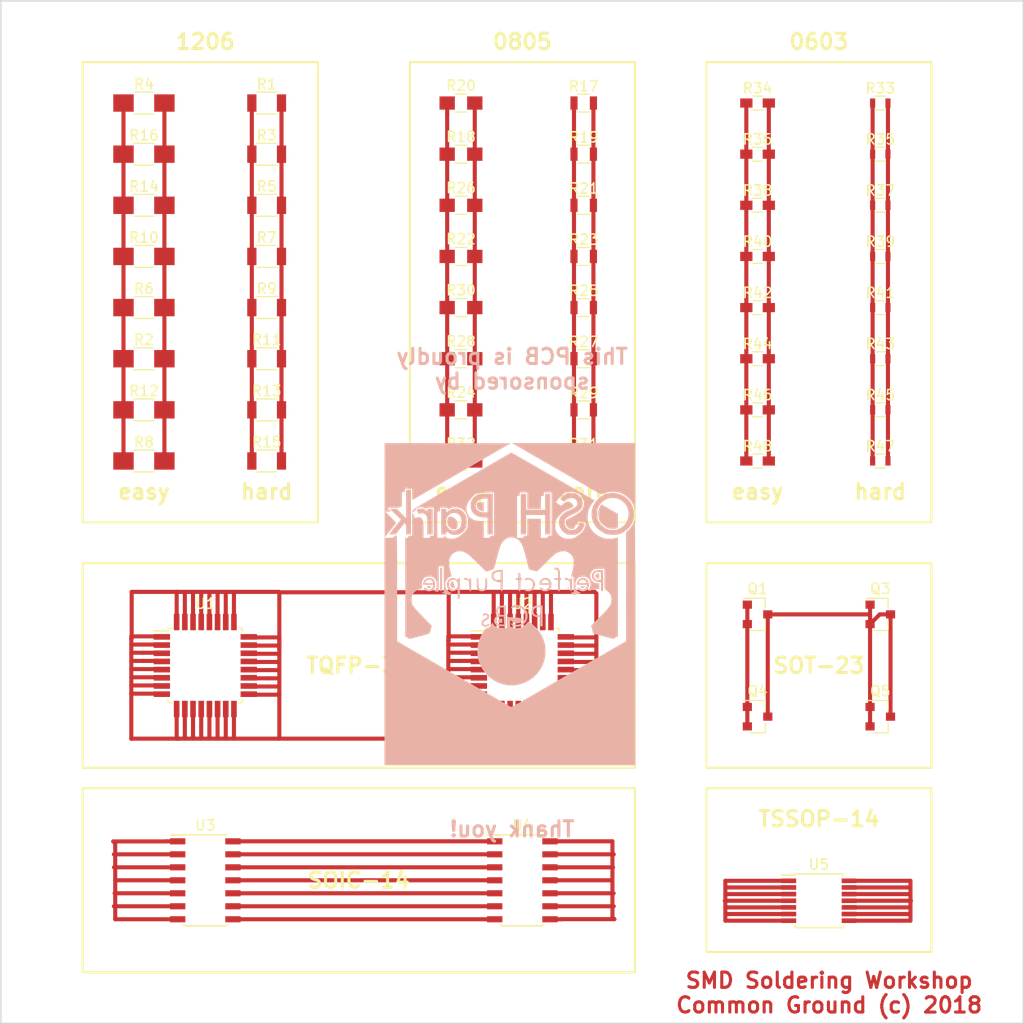
<source format=kicad_pcb>
(kicad_pcb (version 20171130) (host pcbnew 5.0.0-fee4fd1~65~ubuntu17.10.1)

  (general
    (thickness 1.6)
    (drawings 49)
    (tracks 213)
    (zones 0)
    (modules 58)
    (nets 2)
  )

  (page A4)
  (layers
    (0 F.Cu signal)
    (31 B.Cu signal)
    (32 B.Adhes user)
    (33 F.Adhes user)
    (34 B.Paste user)
    (35 F.Paste user)
    (36 B.SilkS user)
    (37 F.SilkS user)
    (38 B.Mask user)
    (39 F.Mask user)
    (40 Dwgs.User user)
    (41 Cmts.User user)
    (42 Eco1.User user)
    (43 Eco2.User user)
    (44 Edge.Cuts user)
    (45 Margin user)
    (46 B.CrtYd user)
    (47 F.CrtYd user)
    (48 B.Fab user)
    (49 F.Fab user)
  )

  (setup
    (last_trace_width 0.25)
    (user_trace_width 0.4)
    (trace_clearance 0.2)
    (zone_clearance 0.508)
    (zone_45_only no)
    (trace_min 0.2)
    (segment_width 0.2)
    (edge_width 0.15)
    (via_size 0.8)
    (via_drill 0.4)
    (via_min_size 0.4)
    (via_min_drill 0.3)
    (uvia_size 0.3)
    (uvia_drill 0.1)
    (uvias_allowed no)
    (uvia_min_size 0.2)
    (uvia_min_drill 0.1)
    (pcb_text_width 0.3)
    (pcb_text_size 1.5 1.5)
    (mod_edge_width 0.15)
    (mod_text_size 1 1)
    (mod_text_width 0.15)
    (pad_size 1.524 1.524)
    (pad_drill 0.762)
    (pad_to_mask_clearance 0.0508)
    (solder_mask_min_width 0.1016)
    (aux_axis_origin 0 0)
    (visible_elements FFF9F77F)
    (pcbplotparams
      (layerselection 0x010f0_ffffffff)
      (usegerberextensions false)
      (usegerberattributes false)
      (usegerberadvancedattributes false)
      (creategerberjobfile false)
      (excludeedgelayer true)
      (linewidth 0.100000)
      (plotframeref false)
      (viasonmask false)
      (mode 1)
      (useauxorigin false)
      (hpglpennumber 1)
      (hpglpenspeed 20)
      (hpglpendiameter 15.000000)
      (psnegative false)
      (psa4output false)
      (plotreference false)
      (plotvalue false)
      (plotinvisibletext false)
      (padsonsilk false)
      (subtractmaskfromsilk false)
      (outputformat 1)
      (mirror false)
      (drillshape 0)
      (scaleselection 1)
      (outputdirectory "Fabrication/OSH Gerbers/"))
  )

  (net 0 "")
  (net 1 "Net-(Q1-Pad1)")

  (net_class Default "Dies ist die voreingestellte Netzklasse."
    (clearance 0.2)
    (trace_width 0.25)
    (via_dia 0.8)
    (via_drill 0.4)
    (uvia_dia 0.3)
    (uvia_drill 0.1)
    (add_net "Net-(Q1-Pad1)")
  )

  (module Resistors_SMD:R_1206 (layer F.Cu) (tedit 58E0A804) (tstamp 5BDC745B)
    (at 136 70)
    (descr "Resistor SMD 1206, reflow soldering, Vishay (see dcrcw.pdf)")
    (tags "resistor 1206")
    (path /5BDC6F14)
    (attr smd)
    (fp_text reference R1 (at 0 -1.85) (layer F.SilkS)
      (effects (font (size 1 1) (thickness 0.15)))
    )
    (fp_text value R (at 0 1.95) (layer F.Fab)
      (effects (font (size 1 1) (thickness 0.15)))
    )
    (fp_text user %R (at 0 0) (layer F.Fab)
      (effects (font (size 0.7 0.7) (thickness 0.105)))
    )
    (fp_line (start -1.6 0.8) (end -1.6 -0.8) (layer F.Fab) (width 0.1))
    (fp_line (start 1.6 0.8) (end -1.6 0.8) (layer F.Fab) (width 0.1))
    (fp_line (start 1.6 -0.8) (end 1.6 0.8) (layer F.Fab) (width 0.1))
    (fp_line (start -1.6 -0.8) (end 1.6 -0.8) (layer F.Fab) (width 0.1))
    (fp_line (start 1 1.07) (end -1 1.07) (layer F.SilkS) (width 0.12))
    (fp_line (start -1 -1.07) (end 1 -1.07) (layer F.SilkS) (width 0.12))
    (fp_line (start -2.15 -1.11) (end 2.15 -1.11) (layer F.CrtYd) (width 0.05))
    (fp_line (start -2.15 -1.11) (end -2.15 1.1) (layer F.CrtYd) (width 0.05))
    (fp_line (start 2.15 1.1) (end 2.15 -1.11) (layer F.CrtYd) (width 0.05))
    (fp_line (start 2.15 1.1) (end -2.15 1.1) (layer F.CrtYd) (width 0.05))
    (pad 1 smd rect (at -1.45 0) (size 0.9 1.7) (layers F.Cu F.Paste F.Mask)
      (net 1 "Net-(Q1-Pad1)"))
    (pad 2 smd rect (at 1.45 0) (size 0.9 1.7) (layers F.Cu F.Paste F.Mask)
      (net 1 "Net-(Q1-Pad1)"))
    (model ${KISYS3DMOD}/Resistors_SMD.3dshapes/R_1206.wrl
      (at (xyz 0 0 0))
      (scale (xyz 1 1 1))
      (rotate (xyz 0 0 0))
    )
  )

  (module Resistors_SMD:R_1206_HandSoldering (layer F.Cu) (tedit 58E0A804) (tstamp 5BDC746C)
    (at 124 95)
    (descr "Resistor SMD 1206, hand soldering")
    (tags "resistor 1206")
    (path /5BDC7051)
    (attr smd)
    (fp_text reference R2 (at 0 -1.85) (layer F.SilkS)
      (effects (font (size 1 1) (thickness 0.15)))
    )
    (fp_text value R (at 0 1.9) (layer F.Fab)
      (effects (font (size 1 1) (thickness 0.15)))
    )
    (fp_line (start 3.25 1.1) (end -3.25 1.1) (layer F.CrtYd) (width 0.05))
    (fp_line (start 3.25 1.1) (end 3.25 -1.11) (layer F.CrtYd) (width 0.05))
    (fp_line (start -3.25 -1.11) (end -3.25 1.1) (layer F.CrtYd) (width 0.05))
    (fp_line (start -3.25 -1.11) (end 3.25 -1.11) (layer F.CrtYd) (width 0.05))
    (fp_line (start -1 -1.07) (end 1 -1.07) (layer F.SilkS) (width 0.12))
    (fp_line (start 1 1.07) (end -1 1.07) (layer F.SilkS) (width 0.12))
    (fp_line (start -1.6 -0.8) (end 1.6 -0.8) (layer F.Fab) (width 0.1))
    (fp_line (start 1.6 -0.8) (end 1.6 0.8) (layer F.Fab) (width 0.1))
    (fp_line (start 1.6 0.8) (end -1.6 0.8) (layer F.Fab) (width 0.1))
    (fp_line (start -1.6 0.8) (end -1.6 -0.8) (layer F.Fab) (width 0.1))
    (fp_text user %R (at 0 0) (layer F.Fab)
      (effects (font (size 0.7 0.7) (thickness 0.105)))
    )
    (pad 2 smd rect (at 2 0) (size 2 1.7) (layers F.Cu F.Paste F.Mask)
      (net 1 "Net-(Q1-Pad1)"))
    (pad 1 smd rect (at -2 0) (size 2 1.7) (layers F.Cu F.Paste F.Mask)
      (net 1 "Net-(Q1-Pad1)"))
    (model ${KISYS3DMOD}/Resistors_SMD.3dshapes/R_1206.wrl
      (at (xyz 0 0 0))
      (scale (xyz 1 1 1))
      (rotate (xyz 0 0 0))
    )
  )

  (module Resistors_SMD:R_1206 (layer F.Cu) (tedit 58E0A804) (tstamp 5BDC747D)
    (at 136 75)
    (descr "Resistor SMD 1206, reflow soldering, Vishay (see dcrcw.pdf)")
    (tags "resistor 1206")
    (path /5BDC70BD)
    (attr smd)
    (fp_text reference R3 (at 0 -1.85) (layer F.SilkS)
      (effects (font (size 1 1) (thickness 0.15)))
    )
    (fp_text value R (at 0 1.95) (layer F.Fab)
      (effects (font (size 1 1) (thickness 0.15)))
    )
    (fp_line (start 2.15 1.1) (end -2.15 1.1) (layer F.CrtYd) (width 0.05))
    (fp_line (start 2.15 1.1) (end 2.15 -1.11) (layer F.CrtYd) (width 0.05))
    (fp_line (start -2.15 -1.11) (end -2.15 1.1) (layer F.CrtYd) (width 0.05))
    (fp_line (start -2.15 -1.11) (end 2.15 -1.11) (layer F.CrtYd) (width 0.05))
    (fp_line (start -1 -1.07) (end 1 -1.07) (layer F.SilkS) (width 0.12))
    (fp_line (start 1 1.07) (end -1 1.07) (layer F.SilkS) (width 0.12))
    (fp_line (start -1.6 -0.8) (end 1.6 -0.8) (layer F.Fab) (width 0.1))
    (fp_line (start 1.6 -0.8) (end 1.6 0.8) (layer F.Fab) (width 0.1))
    (fp_line (start 1.6 0.8) (end -1.6 0.8) (layer F.Fab) (width 0.1))
    (fp_line (start -1.6 0.8) (end -1.6 -0.8) (layer F.Fab) (width 0.1))
    (fp_text user %R (at 0 0) (layer F.Fab)
      (effects (font (size 0.7 0.7) (thickness 0.105)))
    )
    (pad 2 smd rect (at 1.45 0) (size 0.9 1.7) (layers F.Cu F.Paste F.Mask)
      (net 1 "Net-(Q1-Pad1)"))
    (pad 1 smd rect (at -1.45 0) (size 0.9 1.7) (layers F.Cu F.Paste F.Mask)
      (net 1 "Net-(Q1-Pad1)"))
    (model ${KISYS3DMOD}/Resistors_SMD.3dshapes/R_1206.wrl
      (at (xyz 0 0 0))
      (scale (xyz 1 1 1))
      (rotate (xyz 0 0 0))
    )
  )

  (module Resistors_SMD:R_1206_HandSoldering (layer F.Cu) (tedit 58E0A804) (tstamp 5BE1B9EA)
    (at 124 70)
    (descr "Resistor SMD 1206, hand soldering")
    (tags "resistor 1206")
    (path /5BDC71D0)
    (attr smd)
    (fp_text reference R4 (at 0 -1.85) (layer F.SilkS)
      (effects (font (size 1 1) (thickness 0.15)))
    )
    (fp_text value R (at 0 1.9) (layer F.Fab)
      (effects (font (size 1 1) (thickness 0.15)))
    )
    (fp_text user %R (at 0 0) (layer F.Fab)
      (effects (font (size 0.7 0.7) (thickness 0.105)))
    )
    (fp_line (start -1.6 0.8) (end -1.6 -0.8) (layer F.Fab) (width 0.1))
    (fp_line (start 1.6 0.8) (end -1.6 0.8) (layer F.Fab) (width 0.1))
    (fp_line (start 1.6 -0.8) (end 1.6 0.8) (layer F.Fab) (width 0.1))
    (fp_line (start -1.6 -0.8) (end 1.6 -0.8) (layer F.Fab) (width 0.1))
    (fp_line (start 1 1.07) (end -1 1.07) (layer F.SilkS) (width 0.12))
    (fp_line (start -1 -1.07) (end 1 -1.07) (layer F.SilkS) (width 0.12))
    (fp_line (start -3.25 -1.11) (end 3.25 -1.11) (layer F.CrtYd) (width 0.05))
    (fp_line (start -3.25 -1.11) (end -3.25 1.1) (layer F.CrtYd) (width 0.05))
    (fp_line (start 3.25 1.1) (end 3.25 -1.11) (layer F.CrtYd) (width 0.05))
    (fp_line (start 3.25 1.1) (end -3.25 1.1) (layer F.CrtYd) (width 0.05))
    (pad 1 smd rect (at -2 0) (size 2 1.7) (layers F.Cu F.Paste F.Mask)
      (net 1 "Net-(Q1-Pad1)"))
    (pad 2 smd rect (at 2 0) (size 2 1.7) (layers F.Cu F.Paste F.Mask)
      (net 1 "Net-(Q1-Pad1)"))
    (model ${KISYS3DMOD}/Resistors_SMD.3dshapes/R_1206.wrl
      (at (xyz 0 0 0))
      (scale (xyz 1 1 1))
      (rotate (xyz 0 0 0))
    )
  )

  (module Resistors_SMD:R_1206 (layer F.Cu) (tedit 58E0A804) (tstamp 5BDC749F)
    (at 136 80)
    (descr "Resistor SMD 1206, reflow soldering, Vishay (see dcrcw.pdf)")
    (tags "resistor 1206")
    (path /5BDC70D9)
    (attr smd)
    (fp_text reference R5 (at 0 -1.85) (layer F.SilkS)
      (effects (font (size 1 1) (thickness 0.15)))
    )
    (fp_text value R (at 0 1.95) (layer F.Fab)
      (effects (font (size 1 1) (thickness 0.15)))
    )
    (fp_text user %R (at 0 0) (layer F.Fab)
      (effects (font (size 0.7 0.7) (thickness 0.105)))
    )
    (fp_line (start -1.6 0.8) (end -1.6 -0.8) (layer F.Fab) (width 0.1))
    (fp_line (start 1.6 0.8) (end -1.6 0.8) (layer F.Fab) (width 0.1))
    (fp_line (start 1.6 -0.8) (end 1.6 0.8) (layer F.Fab) (width 0.1))
    (fp_line (start -1.6 -0.8) (end 1.6 -0.8) (layer F.Fab) (width 0.1))
    (fp_line (start 1 1.07) (end -1 1.07) (layer F.SilkS) (width 0.12))
    (fp_line (start -1 -1.07) (end 1 -1.07) (layer F.SilkS) (width 0.12))
    (fp_line (start -2.15 -1.11) (end 2.15 -1.11) (layer F.CrtYd) (width 0.05))
    (fp_line (start -2.15 -1.11) (end -2.15 1.1) (layer F.CrtYd) (width 0.05))
    (fp_line (start 2.15 1.1) (end 2.15 -1.11) (layer F.CrtYd) (width 0.05))
    (fp_line (start 2.15 1.1) (end -2.15 1.1) (layer F.CrtYd) (width 0.05))
    (pad 1 smd rect (at -1.45 0) (size 0.9 1.7) (layers F.Cu F.Paste F.Mask)
      (net 1 "Net-(Q1-Pad1)"))
    (pad 2 smd rect (at 1.45 0) (size 0.9 1.7) (layers F.Cu F.Paste F.Mask)
      (net 1 "Net-(Q1-Pad1)"))
    (model ${KISYS3DMOD}/Resistors_SMD.3dshapes/R_1206.wrl
      (at (xyz 0 0 0))
      (scale (xyz 1 1 1))
      (rotate (xyz 0 0 0))
    )
  )

  (module Resistors_SMD:R_1206_HandSoldering (layer F.Cu) (tedit 58E0A804) (tstamp 5BDC74B0)
    (at 124 90)
    (descr "Resistor SMD 1206, hand soldering")
    (tags "resistor 1206")
    (path /5BDC71FA)
    (attr smd)
    (fp_text reference R6 (at 0 -1.85) (layer F.SilkS)
      (effects (font (size 1 1) (thickness 0.15)))
    )
    (fp_text value R (at 0 1.9) (layer F.Fab)
      (effects (font (size 1 1) (thickness 0.15)))
    )
    (fp_line (start 3.25 1.1) (end -3.25 1.1) (layer F.CrtYd) (width 0.05))
    (fp_line (start 3.25 1.1) (end 3.25 -1.11) (layer F.CrtYd) (width 0.05))
    (fp_line (start -3.25 -1.11) (end -3.25 1.1) (layer F.CrtYd) (width 0.05))
    (fp_line (start -3.25 -1.11) (end 3.25 -1.11) (layer F.CrtYd) (width 0.05))
    (fp_line (start -1 -1.07) (end 1 -1.07) (layer F.SilkS) (width 0.12))
    (fp_line (start 1 1.07) (end -1 1.07) (layer F.SilkS) (width 0.12))
    (fp_line (start -1.6 -0.8) (end 1.6 -0.8) (layer F.Fab) (width 0.1))
    (fp_line (start 1.6 -0.8) (end 1.6 0.8) (layer F.Fab) (width 0.1))
    (fp_line (start 1.6 0.8) (end -1.6 0.8) (layer F.Fab) (width 0.1))
    (fp_line (start -1.6 0.8) (end -1.6 -0.8) (layer F.Fab) (width 0.1))
    (fp_text user %R (at 0 0) (layer F.Fab)
      (effects (font (size 0.7 0.7) (thickness 0.105)))
    )
    (pad 2 smd rect (at 2 0) (size 2 1.7) (layers F.Cu F.Paste F.Mask)
      (net 1 "Net-(Q1-Pad1)"))
    (pad 1 smd rect (at -2 0) (size 2 1.7) (layers F.Cu F.Paste F.Mask)
      (net 1 "Net-(Q1-Pad1)"))
    (model ${KISYS3DMOD}/Resistors_SMD.3dshapes/R_1206.wrl
      (at (xyz 0 0 0))
      (scale (xyz 1 1 1))
      (rotate (xyz 0 0 0))
    )
  )

  (module Resistors_SMD:R_1206 (layer F.Cu) (tedit 58E0A804) (tstamp 5BDC74C1)
    (at 136 85)
    (descr "Resistor SMD 1206, reflow soldering, Vishay (see dcrcw.pdf)")
    (tags "resistor 1206")
    (path /5BDC70F7)
    (attr smd)
    (fp_text reference R7 (at 0 -1.85) (layer F.SilkS)
      (effects (font (size 1 1) (thickness 0.15)))
    )
    (fp_text value R (at 0 1.95) (layer F.Fab)
      (effects (font (size 1 1) (thickness 0.15)))
    )
    (fp_line (start 2.15 1.1) (end -2.15 1.1) (layer F.CrtYd) (width 0.05))
    (fp_line (start 2.15 1.1) (end 2.15 -1.11) (layer F.CrtYd) (width 0.05))
    (fp_line (start -2.15 -1.11) (end -2.15 1.1) (layer F.CrtYd) (width 0.05))
    (fp_line (start -2.15 -1.11) (end 2.15 -1.11) (layer F.CrtYd) (width 0.05))
    (fp_line (start -1 -1.07) (end 1 -1.07) (layer F.SilkS) (width 0.12))
    (fp_line (start 1 1.07) (end -1 1.07) (layer F.SilkS) (width 0.12))
    (fp_line (start -1.6 -0.8) (end 1.6 -0.8) (layer F.Fab) (width 0.1))
    (fp_line (start 1.6 -0.8) (end 1.6 0.8) (layer F.Fab) (width 0.1))
    (fp_line (start 1.6 0.8) (end -1.6 0.8) (layer F.Fab) (width 0.1))
    (fp_line (start -1.6 0.8) (end -1.6 -0.8) (layer F.Fab) (width 0.1))
    (fp_text user %R (at 0 0) (layer F.Fab)
      (effects (font (size 0.7 0.7) (thickness 0.105)))
    )
    (pad 2 smd rect (at 1.45 0) (size 0.9 1.7) (layers F.Cu F.Paste F.Mask)
      (net 1 "Net-(Q1-Pad1)"))
    (pad 1 smd rect (at -1.45 0) (size 0.9 1.7) (layers F.Cu F.Paste F.Mask)
      (net 1 "Net-(Q1-Pad1)"))
    (model ${KISYS3DMOD}/Resistors_SMD.3dshapes/R_1206.wrl
      (at (xyz 0 0 0))
      (scale (xyz 1 1 1))
      (rotate (xyz 0 0 0))
    )
  )

  (module Resistors_SMD:R_1206_HandSoldering (layer F.Cu) (tedit 58E0A804) (tstamp 5BDC74D2)
    (at 124 105)
    (descr "Resistor SMD 1206, hand soldering")
    (tags "resistor 1206")
    (path /5BDC7226)
    (attr smd)
    (fp_text reference R8 (at 0 -1.85) (layer F.SilkS)
      (effects (font (size 1 1) (thickness 0.15)))
    )
    (fp_text value R (at 0 1.9) (layer F.Fab)
      (effects (font (size 1 1) (thickness 0.15)))
    )
    (fp_text user %R (at 0 0) (layer F.Fab)
      (effects (font (size 0.7 0.7) (thickness 0.105)))
    )
    (fp_line (start -1.6 0.8) (end -1.6 -0.8) (layer F.Fab) (width 0.1))
    (fp_line (start 1.6 0.8) (end -1.6 0.8) (layer F.Fab) (width 0.1))
    (fp_line (start 1.6 -0.8) (end 1.6 0.8) (layer F.Fab) (width 0.1))
    (fp_line (start -1.6 -0.8) (end 1.6 -0.8) (layer F.Fab) (width 0.1))
    (fp_line (start 1 1.07) (end -1 1.07) (layer F.SilkS) (width 0.12))
    (fp_line (start -1 -1.07) (end 1 -1.07) (layer F.SilkS) (width 0.12))
    (fp_line (start -3.25 -1.11) (end 3.25 -1.11) (layer F.CrtYd) (width 0.05))
    (fp_line (start -3.25 -1.11) (end -3.25 1.1) (layer F.CrtYd) (width 0.05))
    (fp_line (start 3.25 1.1) (end 3.25 -1.11) (layer F.CrtYd) (width 0.05))
    (fp_line (start 3.25 1.1) (end -3.25 1.1) (layer F.CrtYd) (width 0.05))
    (pad 1 smd rect (at -2 0) (size 2 1.7) (layers F.Cu F.Paste F.Mask)
      (net 1 "Net-(Q1-Pad1)"))
    (pad 2 smd rect (at 2 0) (size 2 1.7) (layers F.Cu F.Paste F.Mask)
      (net 1 "Net-(Q1-Pad1)"))
    (model ${KISYS3DMOD}/Resistors_SMD.3dshapes/R_1206.wrl
      (at (xyz 0 0 0))
      (scale (xyz 1 1 1))
      (rotate (xyz 0 0 0))
    )
  )

  (module Resistors_SMD:R_1206 (layer F.Cu) (tedit 58E0A804) (tstamp 5BDC74E3)
    (at 136 90)
    (descr "Resistor SMD 1206, reflow soldering, Vishay (see dcrcw.pdf)")
    (tags "resistor 1206")
    (path /5BDC7117)
    (attr smd)
    (fp_text reference R9 (at 0 -1.85) (layer F.SilkS)
      (effects (font (size 1 1) (thickness 0.15)))
    )
    (fp_text value R (at 0 1.95) (layer F.Fab)
      (effects (font (size 1 1) (thickness 0.15)))
    )
    (fp_text user %R (at 0 0) (layer F.Fab)
      (effects (font (size 0.7 0.7) (thickness 0.105)))
    )
    (fp_line (start -1.6 0.8) (end -1.6 -0.8) (layer F.Fab) (width 0.1))
    (fp_line (start 1.6 0.8) (end -1.6 0.8) (layer F.Fab) (width 0.1))
    (fp_line (start 1.6 -0.8) (end 1.6 0.8) (layer F.Fab) (width 0.1))
    (fp_line (start -1.6 -0.8) (end 1.6 -0.8) (layer F.Fab) (width 0.1))
    (fp_line (start 1 1.07) (end -1 1.07) (layer F.SilkS) (width 0.12))
    (fp_line (start -1 -1.07) (end 1 -1.07) (layer F.SilkS) (width 0.12))
    (fp_line (start -2.15 -1.11) (end 2.15 -1.11) (layer F.CrtYd) (width 0.05))
    (fp_line (start -2.15 -1.11) (end -2.15 1.1) (layer F.CrtYd) (width 0.05))
    (fp_line (start 2.15 1.1) (end 2.15 -1.11) (layer F.CrtYd) (width 0.05))
    (fp_line (start 2.15 1.1) (end -2.15 1.1) (layer F.CrtYd) (width 0.05))
    (pad 1 smd rect (at -1.45 0) (size 0.9 1.7) (layers F.Cu F.Paste F.Mask)
      (net 1 "Net-(Q1-Pad1)"))
    (pad 2 smd rect (at 1.45 0) (size 0.9 1.7) (layers F.Cu F.Paste F.Mask)
      (net 1 "Net-(Q1-Pad1)"))
    (model ${KISYS3DMOD}/Resistors_SMD.3dshapes/R_1206.wrl
      (at (xyz 0 0 0))
      (scale (xyz 1 1 1))
      (rotate (xyz 0 0 0))
    )
  )

  (module Resistors_SMD:R_1206_HandSoldering (layer F.Cu) (tedit 58E0A804) (tstamp 5BDC74F4)
    (at 124 85)
    (descr "Resistor SMD 1206, hand soldering")
    (tags "resistor 1206")
    (path /5BDC7254)
    (attr smd)
    (fp_text reference R10 (at 0 -1.85) (layer F.SilkS)
      (effects (font (size 1 1) (thickness 0.15)))
    )
    (fp_text value R (at 0 1.9) (layer F.Fab)
      (effects (font (size 1 1) (thickness 0.15)))
    )
    (fp_line (start 3.25 1.1) (end -3.25 1.1) (layer F.CrtYd) (width 0.05))
    (fp_line (start 3.25 1.1) (end 3.25 -1.11) (layer F.CrtYd) (width 0.05))
    (fp_line (start -3.25 -1.11) (end -3.25 1.1) (layer F.CrtYd) (width 0.05))
    (fp_line (start -3.25 -1.11) (end 3.25 -1.11) (layer F.CrtYd) (width 0.05))
    (fp_line (start -1 -1.07) (end 1 -1.07) (layer F.SilkS) (width 0.12))
    (fp_line (start 1 1.07) (end -1 1.07) (layer F.SilkS) (width 0.12))
    (fp_line (start -1.6 -0.8) (end 1.6 -0.8) (layer F.Fab) (width 0.1))
    (fp_line (start 1.6 -0.8) (end 1.6 0.8) (layer F.Fab) (width 0.1))
    (fp_line (start 1.6 0.8) (end -1.6 0.8) (layer F.Fab) (width 0.1))
    (fp_line (start -1.6 0.8) (end -1.6 -0.8) (layer F.Fab) (width 0.1))
    (fp_text user %R (at 0 0) (layer F.Fab)
      (effects (font (size 0.7 0.7) (thickness 0.105)))
    )
    (pad 2 smd rect (at 2 0) (size 2 1.7) (layers F.Cu F.Paste F.Mask)
      (net 1 "Net-(Q1-Pad1)"))
    (pad 1 smd rect (at -2 0) (size 2 1.7) (layers F.Cu F.Paste F.Mask)
      (net 1 "Net-(Q1-Pad1)"))
    (model ${KISYS3DMOD}/Resistors_SMD.3dshapes/R_1206.wrl
      (at (xyz 0 0 0))
      (scale (xyz 1 1 1))
      (rotate (xyz 0 0 0))
    )
  )

  (module Resistors_SMD:R_1206 (layer F.Cu) (tedit 58E0A804) (tstamp 5BDC7505)
    (at 136 95)
    (descr "Resistor SMD 1206, reflow soldering, Vishay (see dcrcw.pdf)")
    (tags "resistor 1206")
    (path /5BDC7139)
    (attr smd)
    (fp_text reference R11 (at 0 -1.85) (layer F.SilkS)
      (effects (font (size 1 1) (thickness 0.15)))
    )
    (fp_text value R (at 0 1.95) (layer F.Fab)
      (effects (font (size 1 1) (thickness 0.15)))
    )
    (fp_line (start 2.15 1.1) (end -2.15 1.1) (layer F.CrtYd) (width 0.05))
    (fp_line (start 2.15 1.1) (end 2.15 -1.11) (layer F.CrtYd) (width 0.05))
    (fp_line (start -2.15 -1.11) (end -2.15 1.1) (layer F.CrtYd) (width 0.05))
    (fp_line (start -2.15 -1.11) (end 2.15 -1.11) (layer F.CrtYd) (width 0.05))
    (fp_line (start -1 -1.07) (end 1 -1.07) (layer F.SilkS) (width 0.12))
    (fp_line (start 1 1.07) (end -1 1.07) (layer F.SilkS) (width 0.12))
    (fp_line (start -1.6 -0.8) (end 1.6 -0.8) (layer F.Fab) (width 0.1))
    (fp_line (start 1.6 -0.8) (end 1.6 0.8) (layer F.Fab) (width 0.1))
    (fp_line (start 1.6 0.8) (end -1.6 0.8) (layer F.Fab) (width 0.1))
    (fp_line (start -1.6 0.8) (end -1.6 -0.8) (layer F.Fab) (width 0.1))
    (fp_text user %R (at 0 0) (layer F.Fab)
      (effects (font (size 0.7 0.7) (thickness 0.105)))
    )
    (pad 2 smd rect (at 1.45 0) (size 0.9 1.7) (layers F.Cu F.Paste F.Mask)
      (net 1 "Net-(Q1-Pad1)"))
    (pad 1 smd rect (at -1.45 0) (size 0.9 1.7) (layers F.Cu F.Paste F.Mask)
      (net 1 "Net-(Q1-Pad1)"))
    (model ${KISYS3DMOD}/Resistors_SMD.3dshapes/R_1206.wrl
      (at (xyz 0 0 0))
      (scale (xyz 1 1 1))
      (rotate (xyz 0 0 0))
    )
  )

  (module Resistors_SMD:R_1206_HandSoldering (layer F.Cu) (tedit 58E0A804) (tstamp 5BDC7516)
    (at 124 100)
    (descr "Resistor SMD 1206, hand soldering")
    (tags "resistor 1206")
    (path /5BDC7284)
    (attr smd)
    (fp_text reference R12 (at 0 -1.85) (layer F.SilkS)
      (effects (font (size 1 1) (thickness 0.15)))
    )
    (fp_text value R (at 0 1.9) (layer F.Fab)
      (effects (font (size 1 1) (thickness 0.15)))
    )
    (fp_text user %R (at 0 0) (layer F.Fab)
      (effects (font (size 0.7 0.7) (thickness 0.105)))
    )
    (fp_line (start -1.6 0.8) (end -1.6 -0.8) (layer F.Fab) (width 0.1))
    (fp_line (start 1.6 0.8) (end -1.6 0.8) (layer F.Fab) (width 0.1))
    (fp_line (start 1.6 -0.8) (end 1.6 0.8) (layer F.Fab) (width 0.1))
    (fp_line (start -1.6 -0.8) (end 1.6 -0.8) (layer F.Fab) (width 0.1))
    (fp_line (start 1 1.07) (end -1 1.07) (layer F.SilkS) (width 0.12))
    (fp_line (start -1 -1.07) (end 1 -1.07) (layer F.SilkS) (width 0.12))
    (fp_line (start -3.25 -1.11) (end 3.25 -1.11) (layer F.CrtYd) (width 0.05))
    (fp_line (start -3.25 -1.11) (end -3.25 1.1) (layer F.CrtYd) (width 0.05))
    (fp_line (start 3.25 1.1) (end 3.25 -1.11) (layer F.CrtYd) (width 0.05))
    (fp_line (start 3.25 1.1) (end -3.25 1.1) (layer F.CrtYd) (width 0.05))
    (pad 1 smd rect (at -2 0) (size 2 1.7) (layers F.Cu F.Paste F.Mask)
      (net 1 "Net-(Q1-Pad1)"))
    (pad 2 smd rect (at 2 0) (size 2 1.7) (layers F.Cu F.Paste F.Mask)
      (net 1 "Net-(Q1-Pad1)"))
    (model ${KISYS3DMOD}/Resistors_SMD.3dshapes/R_1206.wrl
      (at (xyz 0 0 0))
      (scale (xyz 1 1 1))
      (rotate (xyz 0 0 0))
    )
  )

  (module Resistors_SMD:R_1206 (layer F.Cu) (tedit 58E0A804) (tstamp 5BDC7527)
    (at 136 100)
    (descr "Resistor SMD 1206, reflow soldering, Vishay (see dcrcw.pdf)")
    (tags "resistor 1206")
    (path /5BDC715D)
    (attr smd)
    (fp_text reference R13 (at 0 -1.85) (layer F.SilkS)
      (effects (font (size 1 1) (thickness 0.15)))
    )
    (fp_text value R (at 0 1.95) (layer F.Fab)
      (effects (font (size 1 1) (thickness 0.15)))
    )
    (fp_text user %R (at 0 0) (layer F.Fab)
      (effects (font (size 0.7 0.7) (thickness 0.105)))
    )
    (fp_line (start -1.6 0.8) (end -1.6 -0.8) (layer F.Fab) (width 0.1))
    (fp_line (start 1.6 0.8) (end -1.6 0.8) (layer F.Fab) (width 0.1))
    (fp_line (start 1.6 -0.8) (end 1.6 0.8) (layer F.Fab) (width 0.1))
    (fp_line (start -1.6 -0.8) (end 1.6 -0.8) (layer F.Fab) (width 0.1))
    (fp_line (start 1 1.07) (end -1 1.07) (layer F.SilkS) (width 0.12))
    (fp_line (start -1 -1.07) (end 1 -1.07) (layer F.SilkS) (width 0.12))
    (fp_line (start -2.15 -1.11) (end 2.15 -1.11) (layer F.CrtYd) (width 0.05))
    (fp_line (start -2.15 -1.11) (end -2.15 1.1) (layer F.CrtYd) (width 0.05))
    (fp_line (start 2.15 1.1) (end 2.15 -1.11) (layer F.CrtYd) (width 0.05))
    (fp_line (start 2.15 1.1) (end -2.15 1.1) (layer F.CrtYd) (width 0.05))
    (pad 1 smd rect (at -1.45 0) (size 0.9 1.7) (layers F.Cu F.Paste F.Mask)
      (net 1 "Net-(Q1-Pad1)"))
    (pad 2 smd rect (at 1.45 0) (size 0.9 1.7) (layers F.Cu F.Paste F.Mask)
      (net 1 "Net-(Q1-Pad1)"))
    (model ${KISYS3DMOD}/Resistors_SMD.3dshapes/R_1206.wrl
      (at (xyz 0 0 0))
      (scale (xyz 1 1 1))
      (rotate (xyz 0 0 0))
    )
  )

  (module Resistors_SMD:R_1206_HandSoldering (layer F.Cu) (tedit 58E0A804) (tstamp 5BDC7538)
    (at 124 80)
    (descr "Resistor SMD 1206, hand soldering")
    (tags "resistor 1206")
    (path /5BDC72B6)
    (attr smd)
    (fp_text reference R14 (at 0 -1.85) (layer F.SilkS)
      (effects (font (size 1 1) (thickness 0.15)))
    )
    (fp_text value R (at 0 1.9) (layer F.Fab)
      (effects (font (size 1 1) (thickness 0.15)))
    )
    (fp_line (start 3.25 1.1) (end -3.25 1.1) (layer F.CrtYd) (width 0.05))
    (fp_line (start 3.25 1.1) (end 3.25 -1.11) (layer F.CrtYd) (width 0.05))
    (fp_line (start -3.25 -1.11) (end -3.25 1.1) (layer F.CrtYd) (width 0.05))
    (fp_line (start -3.25 -1.11) (end 3.25 -1.11) (layer F.CrtYd) (width 0.05))
    (fp_line (start -1 -1.07) (end 1 -1.07) (layer F.SilkS) (width 0.12))
    (fp_line (start 1 1.07) (end -1 1.07) (layer F.SilkS) (width 0.12))
    (fp_line (start -1.6 -0.8) (end 1.6 -0.8) (layer F.Fab) (width 0.1))
    (fp_line (start 1.6 -0.8) (end 1.6 0.8) (layer F.Fab) (width 0.1))
    (fp_line (start 1.6 0.8) (end -1.6 0.8) (layer F.Fab) (width 0.1))
    (fp_line (start -1.6 0.8) (end -1.6 -0.8) (layer F.Fab) (width 0.1))
    (fp_text user %R (at 0 0) (layer F.Fab)
      (effects (font (size 0.7 0.7) (thickness 0.105)))
    )
    (pad 2 smd rect (at 2 0) (size 2 1.7) (layers F.Cu F.Paste F.Mask)
      (net 1 "Net-(Q1-Pad1)"))
    (pad 1 smd rect (at -2 0) (size 2 1.7) (layers F.Cu F.Paste F.Mask)
      (net 1 "Net-(Q1-Pad1)"))
    (model ${KISYS3DMOD}/Resistors_SMD.3dshapes/R_1206.wrl
      (at (xyz 0 0 0))
      (scale (xyz 1 1 1))
      (rotate (xyz 0 0 0))
    )
  )

  (module Resistors_SMD:R_1206 (layer F.Cu) (tedit 58E0A804) (tstamp 5BDC7549)
    (at 136 105)
    (descr "Resistor SMD 1206, reflow soldering, Vishay (see dcrcw.pdf)")
    (tags "resistor 1206")
    (path /5BDC7183)
    (attr smd)
    (fp_text reference R15 (at 0 -1.85) (layer F.SilkS)
      (effects (font (size 1 1) (thickness 0.15)))
    )
    (fp_text value R (at 0 1.95) (layer F.Fab)
      (effects (font (size 1 1) (thickness 0.15)))
    )
    (fp_line (start 2.15 1.1) (end -2.15 1.1) (layer F.CrtYd) (width 0.05))
    (fp_line (start 2.15 1.1) (end 2.15 -1.11) (layer F.CrtYd) (width 0.05))
    (fp_line (start -2.15 -1.11) (end -2.15 1.1) (layer F.CrtYd) (width 0.05))
    (fp_line (start -2.15 -1.11) (end 2.15 -1.11) (layer F.CrtYd) (width 0.05))
    (fp_line (start -1 -1.07) (end 1 -1.07) (layer F.SilkS) (width 0.12))
    (fp_line (start 1 1.07) (end -1 1.07) (layer F.SilkS) (width 0.12))
    (fp_line (start -1.6 -0.8) (end 1.6 -0.8) (layer F.Fab) (width 0.1))
    (fp_line (start 1.6 -0.8) (end 1.6 0.8) (layer F.Fab) (width 0.1))
    (fp_line (start 1.6 0.8) (end -1.6 0.8) (layer F.Fab) (width 0.1))
    (fp_line (start -1.6 0.8) (end -1.6 -0.8) (layer F.Fab) (width 0.1))
    (fp_text user %R (at 0 0) (layer F.Fab)
      (effects (font (size 0.7 0.7) (thickness 0.105)))
    )
    (pad 2 smd rect (at 1.45 0) (size 0.9 1.7) (layers F.Cu F.Paste F.Mask)
      (net 1 "Net-(Q1-Pad1)"))
    (pad 1 smd rect (at -1.45 0) (size 0.9 1.7) (layers F.Cu F.Paste F.Mask)
      (net 1 "Net-(Q1-Pad1)"))
    (model ${KISYS3DMOD}/Resistors_SMD.3dshapes/R_1206.wrl
      (at (xyz 0 0 0))
      (scale (xyz 1 1 1))
      (rotate (xyz 0 0 0))
    )
  )

  (module Resistors_SMD:R_1206_HandSoldering (layer F.Cu) (tedit 58E0A804) (tstamp 5BDC755A)
    (at 124 75)
    (descr "Resistor SMD 1206, hand soldering")
    (tags "resistor 1206")
    (path /5BDC72EA)
    (attr smd)
    (fp_text reference R16 (at 0 -1.85) (layer F.SilkS)
      (effects (font (size 1 1) (thickness 0.15)))
    )
    (fp_text value R (at 0 1.9) (layer F.Fab)
      (effects (font (size 1 1) (thickness 0.15)))
    )
    (fp_text user %R (at 0 0) (layer F.Fab)
      (effects (font (size 0.7 0.7) (thickness 0.105)))
    )
    (fp_line (start -1.6 0.8) (end -1.6 -0.8) (layer F.Fab) (width 0.1))
    (fp_line (start 1.6 0.8) (end -1.6 0.8) (layer F.Fab) (width 0.1))
    (fp_line (start 1.6 -0.8) (end 1.6 0.8) (layer F.Fab) (width 0.1))
    (fp_line (start -1.6 -0.8) (end 1.6 -0.8) (layer F.Fab) (width 0.1))
    (fp_line (start 1 1.07) (end -1 1.07) (layer F.SilkS) (width 0.12))
    (fp_line (start -1 -1.07) (end 1 -1.07) (layer F.SilkS) (width 0.12))
    (fp_line (start -3.25 -1.11) (end 3.25 -1.11) (layer F.CrtYd) (width 0.05))
    (fp_line (start -3.25 -1.11) (end -3.25 1.1) (layer F.CrtYd) (width 0.05))
    (fp_line (start 3.25 1.1) (end 3.25 -1.11) (layer F.CrtYd) (width 0.05))
    (fp_line (start 3.25 1.1) (end -3.25 1.1) (layer F.CrtYd) (width 0.05))
    (pad 1 smd rect (at -2 0) (size 2 1.7) (layers F.Cu F.Paste F.Mask)
      (net 1 "Net-(Q1-Pad1)"))
    (pad 2 smd rect (at 2 0) (size 2 1.7) (layers F.Cu F.Paste F.Mask)
      (net 1 "Net-(Q1-Pad1)"))
    (model ${KISYS3DMOD}/Resistors_SMD.3dshapes/R_1206.wrl
      (at (xyz 0 0 0))
      (scale (xyz 1 1 1))
      (rotate (xyz 0 0 0))
    )
  )

  (module Resistors_SMD:R_0805 (layer F.Cu) (tedit 58E0A804) (tstamp 5BE1C0DF)
    (at 167 70)
    (descr "Resistor SMD 0805, reflow soldering, Vishay (see dcrcw.pdf)")
    (tags "resistor 0805")
    (path /5BDC87C0)
    (attr smd)
    (fp_text reference R17 (at 0 -1.65) (layer F.SilkS)
      (effects (font (size 1 1) (thickness 0.15)))
    )
    (fp_text value R (at 0 1.75) (layer F.Fab)
      (effects (font (size 1 1) (thickness 0.15)))
    )
    (fp_text user %R (at 0 0) (layer F.Fab)
      (effects (font (size 0.5 0.5) (thickness 0.075)))
    )
    (fp_line (start -1 0.62) (end -1 -0.62) (layer F.Fab) (width 0.1))
    (fp_line (start 1 0.62) (end -1 0.62) (layer F.Fab) (width 0.1))
    (fp_line (start 1 -0.62) (end 1 0.62) (layer F.Fab) (width 0.1))
    (fp_line (start -1 -0.62) (end 1 -0.62) (layer F.Fab) (width 0.1))
    (fp_line (start 0.6 0.88) (end -0.6 0.88) (layer F.SilkS) (width 0.12))
    (fp_line (start -0.6 -0.88) (end 0.6 -0.88) (layer F.SilkS) (width 0.12))
    (fp_line (start -1.55 -0.9) (end 1.55 -0.9) (layer F.CrtYd) (width 0.05))
    (fp_line (start -1.55 -0.9) (end -1.55 0.9) (layer F.CrtYd) (width 0.05))
    (fp_line (start 1.55 0.9) (end 1.55 -0.9) (layer F.CrtYd) (width 0.05))
    (fp_line (start 1.55 0.9) (end -1.55 0.9) (layer F.CrtYd) (width 0.05))
    (pad 1 smd rect (at -0.95 0) (size 0.7 1.3) (layers F.Cu F.Paste F.Mask)
      (net 1 "Net-(Q1-Pad1)"))
    (pad 2 smd rect (at 0.95 0) (size 0.7 1.3) (layers F.Cu F.Paste F.Mask)
      (net 1 "Net-(Q1-Pad1)"))
    (model ${KISYS3DMOD}/Resistors_SMD.3dshapes/R_0805.wrl
      (at (xyz 0 0 0))
      (scale (xyz 1 1 1))
      (rotate (xyz 0 0 0))
    )
  )

  (module Resistors_SMD:R_0805_HandSoldering (layer F.Cu) (tedit 58E0A804) (tstamp 5BDC869A)
    (at 155 75)
    (descr "Resistor SMD 0805, hand soldering")
    (tags "resistor 0805")
    (path /5BDC884C)
    (attr smd)
    (fp_text reference R18 (at 0 -1.7) (layer F.SilkS)
      (effects (font (size 1 1) (thickness 0.15)))
    )
    (fp_text value R (at 0 1.75) (layer F.Fab)
      (effects (font (size 1 1) (thickness 0.15)))
    )
    (fp_line (start 2.35 0.9) (end -2.35 0.9) (layer F.CrtYd) (width 0.05))
    (fp_line (start 2.35 0.9) (end 2.35 -0.9) (layer F.CrtYd) (width 0.05))
    (fp_line (start -2.35 -0.9) (end -2.35 0.9) (layer F.CrtYd) (width 0.05))
    (fp_line (start -2.35 -0.9) (end 2.35 -0.9) (layer F.CrtYd) (width 0.05))
    (fp_line (start -0.6 -0.88) (end 0.6 -0.88) (layer F.SilkS) (width 0.12))
    (fp_line (start 0.6 0.88) (end -0.6 0.88) (layer F.SilkS) (width 0.12))
    (fp_line (start -1 -0.62) (end 1 -0.62) (layer F.Fab) (width 0.1))
    (fp_line (start 1 -0.62) (end 1 0.62) (layer F.Fab) (width 0.1))
    (fp_line (start 1 0.62) (end -1 0.62) (layer F.Fab) (width 0.1))
    (fp_line (start -1 0.62) (end -1 -0.62) (layer F.Fab) (width 0.1))
    (fp_text user %R (at 0 0) (layer F.Fab)
      (effects (font (size 0.5 0.5) (thickness 0.075)))
    )
    (pad 2 smd rect (at 1.35 0) (size 1.5 1.3) (layers F.Cu F.Paste F.Mask)
      (net 1 "Net-(Q1-Pad1)"))
    (pad 1 smd rect (at -1.35 0) (size 1.5 1.3) (layers F.Cu F.Paste F.Mask)
      (net 1 "Net-(Q1-Pad1)"))
    (model ${KISYS3DMOD}/Resistors_SMD.3dshapes/R_0805.wrl
      (at (xyz 0 0 0))
      (scale (xyz 1 1 1))
      (rotate (xyz 0 0 0))
    )
  )

  (module Resistors_SMD:R_0805 (layer F.Cu) (tedit 58E0A804) (tstamp 5BE1BFEF)
    (at 167 75)
    (descr "Resistor SMD 0805, reflow soldering, Vishay (see dcrcw.pdf)")
    (tags "resistor 0805")
    (path /5BDC8ACF)
    (attr smd)
    (fp_text reference R19 (at 0 -1.65) (layer F.SilkS)
      (effects (font (size 1 1) (thickness 0.15)))
    )
    (fp_text value R (at 0 1.75) (layer F.Fab)
      (effects (font (size 1 1) (thickness 0.15)))
    )
    (fp_line (start 1.55 0.9) (end -1.55 0.9) (layer F.CrtYd) (width 0.05))
    (fp_line (start 1.55 0.9) (end 1.55 -0.9) (layer F.CrtYd) (width 0.05))
    (fp_line (start -1.55 -0.9) (end -1.55 0.9) (layer F.CrtYd) (width 0.05))
    (fp_line (start -1.55 -0.9) (end 1.55 -0.9) (layer F.CrtYd) (width 0.05))
    (fp_line (start -0.6 -0.88) (end 0.6 -0.88) (layer F.SilkS) (width 0.12))
    (fp_line (start 0.6 0.88) (end -0.6 0.88) (layer F.SilkS) (width 0.12))
    (fp_line (start -1 -0.62) (end 1 -0.62) (layer F.Fab) (width 0.1))
    (fp_line (start 1 -0.62) (end 1 0.62) (layer F.Fab) (width 0.1))
    (fp_line (start 1 0.62) (end -1 0.62) (layer F.Fab) (width 0.1))
    (fp_line (start -1 0.62) (end -1 -0.62) (layer F.Fab) (width 0.1))
    (fp_text user %R (at 0 0) (layer F.Fab)
      (effects (font (size 0.5 0.5) (thickness 0.075)))
    )
    (pad 2 smd rect (at 0.95 0) (size 0.7 1.3) (layers F.Cu F.Paste F.Mask)
      (net 1 "Net-(Q1-Pad1)"))
    (pad 1 smd rect (at -0.95 0) (size 0.7 1.3) (layers F.Cu F.Paste F.Mask)
      (net 1 "Net-(Q1-Pad1)"))
    (model ${KISYS3DMOD}/Resistors_SMD.3dshapes/R_0805.wrl
      (at (xyz 0 0 0))
      (scale (xyz 1 1 1))
      (rotate (xyz 0 0 0))
    )
  )

  (module Resistors_SMD:R_0805_HandSoldering (layer F.Cu) (tedit 58E0A804) (tstamp 5BDC759E)
    (at 155 70)
    (descr "Resistor SMD 0805, hand soldering")
    (tags "resistor 0805")
    (path /5BDC8901)
    (attr smd)
    (fp_text reference R20 (at 0 -1.7) (layer F.SilkS)
      (effects (font (size 1 1) (thickness 0.15)))
    )
    (fp_text value R (at 0 1.75) (layer F.Fab)
      (effects (font (size 1 1) (thickness 0.15)))
    )
    (fp_text user %R (at 0 0) (layer F.Fab)
      (effects (font (size 0.5 0.5) (thickness 0.075)))
    )
    (fp_line (start -1 0.62) (end -1 -0.62) (layer F.Fab) (width 0.1))
    (fp_line (start 1 0.62) (end -1 0.62) (layer F.Fab) (width 0.1))
    (fp_line (start 1 -0.62) (end 1 0.62) (layer F.Fab) (width 0.1))
    (fp_line (start -1 -0.62) (end 1 -0.62) (layer F.Fab) (width 0.1))
    (fp_line (start 0.6 0.88) (end -0.6 0.88) (layer F.SilkS) (width 0.12))
    (fp_line (start -0.6 -0.88) (end 0.6 -0.88) (layer F.SilkS) (width 0.12))
    (fp_line (start -2.35 -0.9) (end 2.35 -0.9) (layer F.CrtYd) (width 0.05))
    (fp_line (start -2.35 -0.9) (end -2.35 0.9) (layer F.CrtYd) (width 0.05))
    (fp_line (start 2.35 0.9) (end 2.35 -0.9) (layer F.CrtYd) (width 0.05))
    (fp_line (start 2.35 0.9) (end -2.35 0.9) (layer F.CrtYd) (width 0.05))
    (pad 1 smd rect (at -1.35 0) (size 1.5 1.3) (layers F.Cu F.Paste F.Mask)
      (net 1 "Net-(Q1-Pad1)"))
    (pad 2 smd rect (at 1.35 0) (size 1.5 1.3) (layers F.Cu F.Paste F.Mask)
      (net 1 "Net-(Q1-Pad1)"))
    (model ${KISYS3DMOD}/Resistors_SMD.3dshapes/R_0805.wrl
      (at (xyz 0 0 0))
      (scale (xyz 1 1 1))
      (rotate (xyz 0 0 0))
    )
  )

  (module Resistors_SMD:R_0805 (layer F.Cu) (tedit 58E0A804) (tstamp 5BE1C04F)
    (at 167 80)
    (descr "Resistor SMD 0805, reflow soldering, Vishay (see dcrcw.pdf)")
    (tags "resistor 0805")
    (path /5BDC8B19)
    (attr smd)
    (fp_text reference R21 (at 0 -1.65) (layer F.SilkS)
      (effects (font (size 1 1) (thickness 0.15)))
    )
    (fp_text value R (at 0 1.75) (layer F.Fab)
      (effects (font (size 1 1) (thickness 0.15)))
    )
    (fp_text user %R (at 0 0) (layer F.Fab)
      (effects (font (size 0.5 0.5) (thickness 0.075)))
    )
    (fp_line (start -1 0.62) (end -1 -0.62) (layer F.Fab) (width 0.1))
    (fp_line (start 1 0.62) (end -1 0.62) (layer F.Fab) (width 0.1))
    (fp_line (start 1 -0.62) (end 1 0.62) (layer F.Fab) (width 0.1))
    (fp_line (start -1 -0.62) (end 1 -0.62) (layer F.Fab) (width 0.1))
    (fp_line (start 0.6 0.88) (end -0.6 0.88) (layer F.SilkS) (width 0.12))
    (fp_line (start -0.6 -0.88) (end 0.6 -0.88) (layer F.SilkS) (width 0.12))
    (fp_line (start -1.55 -0.9) (end 1.55 -0.9) (layer F.CrtYd) (width 0.05))
    (fp_line (start -1.55 -0.9) (end -1.55 0.9) (layer F.CrtYd) (width 0.05))
    (fp_line (start 1.55 0.9) (end 1.55 -0.9) (layer F.CrtYd) (width 0.05))
    (fp_line (start 1.55 0.9) (end -1.55 0.9) (layer F.CrtYd) (width 0.05))
    (pad 1 smd rect (at -0.95 0) (size 0.7 1.3) (layers F.Cu F.Paste F.Mask)
      (net 1 "Net-(Q1-Pad1)"))
    (pad 2 smd rect (at 0.95 0) (size 0.7 1.3) (layers F.Cu F.Paste F.Mask)
      (net 1 "Net-(Q1-Pad1)"))
    (model ${KISYS3DMOD}/Resistors_SMD.3dshapes/R_0805.wrl
      (at (xyz 0 0 0))
      (scale (xyz 1 1 1))
      (rotate (xyz 0 0 0))
    )
  )

  (module Resistors_SMD:R_0805_HandSoldering (layer F.Cu) (tedit 58E0A804) (tstamp 5BDC85F9)
    (at 155 85)
    (descr "Resistor SMD 0805, hand soldering")
    (tags "resistor 0805")
    (path /5BDC893D)
    (attr smd)
    (fp_text reference R22 (at 0 -1.7) (layer F.SilkS)
      (effects (font (size 1 1) (thickness 0.15)))
    )
    (fp_text value R (at 0 1.75) (layer F.Fab)
      (effects (font (size 1 1) (thickness 0.15)))
    )
    (fp_line (start 2.35 0.9) (end -2.35 0.9) (layer F.CrtYd) (width 0.05))
    (fp_line (start 2.35 0.9) (end 2.35 -0.9) (layer F.CrtYd) (width 0.05))
    (fp_line (start -2.35 -0.9) (end -2.35 0.9) (layer F.CrtYd) (width 0.05))
    (fp_line (start -2.35 -0.9) (end 2.35 -0.9) (layer F.CrtYd) (width 0.05))
    (fp_line (start -0.6 -0.88) (end 0.6 -0.88) (layer F.SilkS) (width 0.12))
    (fp_line (start 0.6 0.88) (end -0.6 0.88) (layer F.SilkS) (width 0.12))
    (fp_line (start -1 -0.62) (end 1 -0.62) (layer F.Fab) (width 0.1))
    (fp_line (start 1 -0.62) (end 1 0.62) (layer F.Fab) (width 0.1))
    (fp_line (start 1 0.62) (end -1 0.62) (layer F.Fab) (width 0.1))
    (fp_line (start -1 0.62) (end -1 -0.62) (layer F.Fab) (width 0.1))
    (fp_text user %R (at 0 0) (layer F.Fab)
      (effects (font (size 0.5 0.5) (thickness 0.075)))
    )
    (pad 2 smd rect (at 1.35 0) (size 1.5 1.3) (layers F.Cu F.Paste F.Mask)
      (net 1 "Net-(Q1-Pad1)"))
    (pad 1 smd rect (at -1.35 0) (size 1.5 1.3) (layers F.Cu F.Paste F.Mask)
      (net 1 "Net-(Q1-Pad1)"))
    (model ${KISYS3DMOD}/Resistors_SMD.3dshapes/R_0805.wrl
      (at (xyz 0 0 0))
      (scale (xyz 1 1 1))
      (rotate (xyz 0 0 0))
    )
  )

  (module Resistors_SMD:R_0805 (layer F.Cu) (tedit 58E0A804) (tstamp 5BE1C01F)
    (at 167 85)
    (descr "Resistor SMD 0805, reflow soldering, Vishay (see dcrcw.pdf)")
    (tags "resistor 0805")
    (path /5BDC8B65)
    (attr smd)
    (fp_text reference R23 (at 0 -1.65) (layer F.SilkS)
      (effects (font (size 1 1) (thickness 0.15)))
    )
    (fp_text value R (at 0 1.75) (layer F.Fab)
      (effects (font (size 1 1) (thickness 0.15)))
    )
    (fp_line (start 1.55 0.9) (end -1.55 0.9) (layer F.CrtYd) (width 0.05))
    (fp_line (start 1.55 0.9) (end 1.55 -0.9) (layer F.CrtYd) (width 0.05))
    (fp_line (start -1.55 -0.9) (end -1.55 0.9) (layer F.CrtYd) (width 0.05))
    (fp_line (start -1.55 -0.9) (end 1.55 -0.9) (layer F.CrtYd) (width 0.05))
    (fp_line (start -0.6 -0.88) (end 0.6 -0.88) (layer F.SilkS) (width 0.12))
    (fp_line (start 0.6 0.88) (end -0.6 0.88) (layer F.SilkS) (width 0.12))
    (fp_line (start -1 -0.62) (end 1 -0.62) (layer F.Fab) (width 0.1))
    (fp_line (start 1 -0.62) (end 1 0.62) (layer F.Fab) (width 0.1))
    (fp_line (start 1 0.62) (end -1 0.62) (layer F.Fab) (width 0.1))
    (fp_line (start -1 0.62) (end -1 -0.62) (layer F.Fab) (width 0.1))
    (fp_text user %R (at 0 0) (layer F.Fab)
      (effects (font (size 0.5 0.5) (thickness 0.075)))
    )
    (pad 2 smd rect (at 0.95 0) (size 0.7 1.3) (layers F.Cu F.Paste F.Mask)
      (net 1 "Net-(Q1-Pad1)"))
    (pad 1 smd rect (at -0.95 0) (size 0.7 1.3) (layers F.Cu F.Paste F.Mask)
      (net 1 "Net-(Q1-Pad1)"))
    (model ${KISYS3DMOD}/Resistors_SMD.3dshapes/R_0805.wrl
      (at (xyz 0 0 0))
      (scale (xyz 1 1 1))
      (rotate (xyz 0 0 0))
    )
  )

  (module Resistors_SMD:R_0805_HandSoldering (layer F.Cu) (tedit 58E0A804) (tstamp 5BDC75E2)
    (at 155 100)
    (descr "Resistor SMD 0805, hand soldering")
    (tags "resistor 0805")
    (path /5BDC897B)
    (attr smd)
    (fp_text reference R24 (at 0 -1.7) (layer F.SilkS)
      (effects (font (size 1 1) (thickness 0.15)))
    )
    (fp_text value R (at 0 1.75) (layer F.Fab)
      (effects (font (size 1 1) (thickness 0.15)))
    )
    (fp_text user %R (at 0 0) (layer F.Fab)
      (effects (font (size 0.5 0.5) (thickness 0.075)))
    )
    (fp_line (start -1 0.62) (end -1 -0.62) (layer F.Fab) (width 0.1))
    (fp_line (start 1 0.62) (end -1 0.62) (layer F.Fab) (width 0.1))
    (fp_line (start 1 -0.62) (end 1 0.62) (layer F.Fab) (width 0.1))
    (fp_line (start -1 -0.62) (end 1 -0.62) (layer F.Fab) (width 0.1))
    (fp_line (start 0.6 0.88) (end -0.6 0.88) (layer F.SilkS) (width 0.12))
    (fp_line (start -0.6 -0.88) (end 0.6 -0.88) (layer F.SilkS) (width 0.12))
    (fp_line (start -2.35 -0.9) (end 2.35 -0.9) (layer F.CrtYd) (width 0.05))
    (fp_line (start -2.35 -0.9) (end -2.35 0.9) (layer F.CrtYd) (width 0.05))
    (fp_line (start 2.35 0.9) (end 2.35 -0.9) (layer F.CrtYd) (width 0.05))
    (fp_line (start 2.35 0.9) (end -2.35 0.9) (layer F.CrtYd) (width 0.05))
    (pad 1 smd rect (at -1.35 0) (size 1.5 1.3) (layers F.Cu F.Paste F.Mask)
      (net 1 "Net-(Q1-Pad1)"))
    (pad 2 smd rect (at 1.35 0) (size 1.5 1.3) (layers F.Cu F.Paste F.Mask)
      (net 1 "Net-(Q1-Pad1)"))
    (model ${KISYS3DMOD}/Resistors_SMD.3dshapes/R_0805.wrl
      (at (xyz 0 0 0))
      (scale (xyz 1 1 1))
      (rotate (xyz 0 0 0))
    )
  )

  (module Resistors_SMD:R_0805 (layer F.Cu) (tedit 58E0A804) (tstamp 5BE1C10F)
    (at 167 90)
    (descr "Resistor SMD 0805, reflow soldering, Vishay (see dcrcw.pdf)")
    (tags "resistor 0805")
    (path /5BDC8BB3)
    (attr smd)
    (fp_text reference R25 (at 0 -1.65) (layer F.SilkS)
      (effects (font (size 1 1) (thickness 0.15)))
    )
    (fp_text value R (at 0 1.75) (layer F.Fab)
      (effects (font (size 1 1) (thickness 0.15)))
    )
    (fp_text user %R (at 0 0) (layer F.Fab)
      (effects (font (size 0.5 0.5) (thickness 0.075)))
    )
    (fp_line (start -1 0.62) (end -1 -0.62) (layer F.Fab) (width 0.1))
    (fp_line (start 1 0.62) (end -1 0.62) (layer F.Fab) (width 0.1))
    (fp_line (start 1 -0.62) (end 1 0.62) (layer F.Fab) (width 0.1))
    (fp_line (start -1 -0.62) (end 1 -0.62) (layer F.Fab) (width 0.1))
    (fp_line (start 0.6 0.88) (end -0.6 0.88) (layer F.SilkS) (width 0.12))
    (fp_line (start -0.6 -0.88) (end 0.6 -0.88) (layer F.SilkS) (width 0.12))
    (fp_line (start -1.55 -0.9) (end 1.55 -0.9) (layer F.CrtYd) (width 0.05))
    (fp_line (start -1.55 -0.9) (end -1.55 0.9) (layer F.CrtYd) (width 0.05))
    (fp_line (start 1.55 0.9) (end 1.55 -0.9) (layer F.CrtYd) (width 0.05))
    (fp_line (start 1.55 0.9) (end -1.55 0.9) (layer F.CrtYd) (width 0.05))
    (pad 1 smd rect (at -0.95 0) (size 0.7 1.3) (layers F.Cu F.Paste F.Mask)
      (net 1 "Net-(Q1-Pad1)"))
    (pad 2 smd rect (at 0.95 0) (size 0.7 1.3) (layers F.Cu F.Paste F.Mask)
      (net 1 "Net-(Q1-Pad1)"))
    (model ${KISYS3DMOD}/Resistors_SMD.3dshapes/R_0805.wrl
      (at (xyz 0 0 0))
      (scale (xyz 1 1 1))
      (rotate (xyz 0 0 0))
    )
  )

  (module Resistors_SMD:R_0805_HandSoldering (layer F.Cu) (tedit 58E0A804) (tstamp 5BDC85B8)
    (at 155 80)
    (descr "Resistor SMD 0805, hand soldering")
    (tags "resistor 0805")
    (path /5BDC89BB)
    (attr smd)
    (fp_text reference R26 (at 0 -1.7) (layer F.SilkS)
      (effects (font (size 1 1) (thickness 0.15)))
    )
    (fp_text value R (at 0 1.75) (layer F.Fab)
      (effects (font (size 1 1) (thickness 0.15)))
    )
    (fp_text user %R (at 0 0) (layer F.Fab)
      (effects (font (size 0.5 0.5) (thickness 0.075)))
    )
    (fp_line (start -1 0.62) (end -1 -0.62) (layer F.Fab) (width 0.1))
    (fp_line (start 1 0.62) (end -1 0.62) (layer F.Fab) (width 0.1))
    (fp_line (start 1 -0.62) (end 1 0.62) (layer F.Fab) (width 0.1))
    (fp_line (start -1 -0.62) (end 1 -0.62) (layer F.Fab) (width 0.1))
    (fp_line (start 0.6 0.88) (end -0.6 0.88) (layer F.SilkS) (width 0.12))
    (fp_line (start -0.6 -0.88) (end 0.6 -0.88) (layer F.SilkS) (width 0.12))
    (fp_line (start -2.35 -0.9) (end 2.35 -0.9) (layer F.CrtYd) (width 0.05))
    (fp_line (start -2.35 -0.9) (end -2.35 0.9) (layer F.CrtYd) (width 0.05))
    (fp_line (start 2.35 0.9) (end 2.35 -0.9) (layer F.CrtYd) (width 0.05))
    (fp_line (start 2.35 0.9) (end -2.35 0.9) (layer F.CrtYd) (width 0.05))
    (pad 1 smd rect (at -1.35 0) (size 1.5 1.3) (layers F.Cu F.Paste F.Mask)
      (net 1 "Net-(Q1-Pad1)"))
    (pad 2 smd rect (at 1.35 0) (size 1.5 1.3) (layers F.Cu F.Paste F.Mask)
      (net 1 "Net-(Q1-Pad1)"))
    (model ${KISYS3DMOD}/Resistors_SMD.3dshapes/R_0805.wrl
      (at (xyz 0 0 0))
      (scale (xyz 1 1 1))
      (rotate (xyz 0 0 0))
    )
  )

  (module Resistors_SMD:R_0805 (layer F.Cu) (tedit 58E0A804) (tstamp 5BE1BFBF)
    (at 167 95)
    (descr "Resistor SMD 0805, reflow soldering, Vishay (see dcrcw.pdf)")
    (tags "resistor 0805")
    (path /5BDC8C03)
    (attr smd)
    (fp_text reference R27 (at 0 -1.65) (layer F.SilkS)
      (effects (font (size 1 1) (thickness 0.15)))
    )
    (fp_text value R (at 0 1.75) (layer F.Fab)
      (effects (font (size 1 1) (thickness 0.15)))
    )
    (fp_line (start 1.55 0.9) (end -1.55 0.9) (layer F.CrtYd) (width 0.05))
    (fp_line (start 1.55 0.9) (end 1.55 -0.9) (layer F.CrtYd) (width 0.05))
    (fp_line (start -1.55 -0.9) (end -1.55 0.9) (layer F.CrtYd) (width 0.05))
    (fp_line (start -1.55 -0.9) (end 1.55 -0.9) (layer F.CrtYd) (width 0.05))
    (fp_line (start -0.6 -0.88) (end 0.6 -0.88) (layer F.SilkS) (width 0.12))
    (fp_line (start 0.6 0.88) (end -0.6 0.88) (layer F.SilkS) (width 0.12))
    (fp_line (start -1 -0.62) (end 1 -0.62) (layer F.Fab) (width 0.1))
    (fp_line (start 1 -0.62) (end 1 0.62) (layer F.Fab) (width 0.1))
    (fp_line (start 1 0.62) (end -1 0.62) (layer F.Fab) (width 0.1))
    (fp_line (start -1 0.62) (end -1 -0.62) (layer F.Fab) (width 0.1))
    (fp_text user %R (at 0 0) (layer F.Fab)
      (effects (font (size 0.5 0.5) (thickness 0.075)))
    )
    (pad 2 smd rect (at 0.95 0) (size 0.7 1.3) (layers F.Cu F.Paste F.Mask)
      (net 1 "Net-(Q1-Pad1)"))
    (pad 1 smd rect (at -0.95 0) (size 0.7 1.3) (layers F.Cu F.Paste F.Mask)
      (net 1 "Net-(Q1-Pad1)"))
    (model ${KISYS3DMOD}/Resistors_SMD.3dshapes/R_0805.wrl
      (at (xyz 0 0 0))
      (scale (xyz 1 1 1))
      (rotate (xyz 0 0 0))
    )
  )

  (module Resistors_SMD:R_0805_HandSoldering (layer F.Cu) (tedit 58E0A804) (tstamp 5BDC7626)
    (at 155 95)
    (descr "Resistor SMD 0805, hand soldering")
    (tags "resistor 0805")
    (path /5BDC89FD)
    (attr smd)
    (fp_text reference R28 (at 0 -1.7) (layer F.SilkS)
      (effects (font (size 1 1) (thickness 0.15)))
    )
    (fp_text value R (at 0 1.75) (layer F.Fab)
      (effects (font (size 1 1) (thickness 0.15)))
    )
    (fp_line (start 2.35 0.9) (end -2.35 0.9) (layer F.CrtYd) (width 0.05))
    (fp_line (start 2.35 0.9) (end 2.35 -0.9) (layer F.CrtYd) (width 0.05))
    (fp_line (start -2.35 -0.9) (end -2.35 0.9) (layer F.CrtYd) (width 0.05))
    (fp_line (start -2.35 -0.9) (end 2.35 -0.9) (layer F.CrtYd) (width 0.05))
    (fp_line (start -0.6 -0.88) (end 0.6 -0.88) (layer F.SilkS) (width 0.12))
    (fp_line (start 0.6 0.88) (end -0.6 0.88) (layer F.SilkS) (width 0.12))
    (fp_line (start -1 -0.62) (end 1 -0.62) (layer F.Fab) (width 0.1))
    (fp_line (start 1 -0.62) (end 1 0.62) (layer F.Fab) (width 0.1))
    (fp_line (start 1 0.62) (end -1 0.62) (layer F.Fab) (width 0.1))
    (fp_line (start -1 0.62) (end -1 -0.62) (layer F.Fab) (width 0.1))
    (fp_text user %R (at 0 0) (layer F.Fab)
      (effects (font (size 0.5 0.5) (thickness 0.075)))
    )
    (pad 2 smd rect (at 1.35 0) (size 1.5 1.3) (layers F.Cu F.Paste F.Mask)
      (net 1 "Net-(Q1-Pad1)"))
    (pad 1 smd rect (at -1.35 0) (size 1.5 1.3) (layers F.Cu F.Paste F.Mask)
      (net 1 "Net-(Q1-Pad1)"))
    (model ${KISYS3DMOD}/Resistors_SMD.3dshapes/R_0805.wrl
      (at (xyz 0 0 0))
      (scale (xyz 1 1 1))
      (rotate (xyz 0 0 0))
    )
  )

  (module Resistors_SMD:R_0805 (layer F.Cu) (tedit 58E0A804) (tstamp 5BE1C07F)
    (at 167 100)
    (descr "Resistor SMD 0805, reflow soldering, Vishay (see dcrcw.pdf)")
    (tags "resistor 0805")
    (path /5BDC8C55)
    (attr smd)
    (fp_text reference R29 (at 0 -1.65) (layer F.SilkS)
      (effects (font (size 1 1) (thickness 0.15)))
    )
    (fp_text value R (at 0 1.75) (layer F.Fab)
      (effects (font (size 1 1) (thickness 0.15)))
    )
    (fp_line (start 1.55 0.9) (end -1.55 0.9) (layer F.CrtYd) (width 0.05))
    (fp_line (start 1.55 0.9) (end 1.55 -0.9) (layer F.CrtYd) (width 0.05))
    (fp_line (start -1.55 -0.9) (end -1.55 0.9) (layer F.CrtYd) (width 0.05))
    (fp_line (start -1.55 -0.9) (end 1.55 -0.9) (layer F.CrtYd) (width 0.05))
    (fp_line (start -0.6 -0.88) (end 0.6 -0.88) (layer F.SilkS) (width 0.12))
    (fp_line (start 0.6 0.88) (end -0.6 0.88) (layer F.SilkS) (width 0.12))
    (fp_line (start -1 -0.62) (end 1 -0.62) (layer F.Fab) (width 0.1))
    (fp_line (start 1 -0.62) (end 1 0.62) (layer F.Fab) (width 0.1))
    (fp_line (start 1 0.62) (end -1 0.62) (layer F.Fab) (width 0.1))
    (fp_line (start -1 0.62) (end -1 -0.62) (layer F.Fab) (width 0.1))
    (fp_text user %R (at 0 0) (layer F.Fab)
      (effects (font (size 0.5 0.5) (thickness 0.075)))
    )
    (pad 2 smd rect (at 0.95 0) (size 0.7 1.3) (layers F.Cu F.Paste F.Mask)
      (net 1 "Net-(Q1-Pad1)"))
    (pad 1 smd rect (at -0.95 0) (size 0.7 1.3) (layers F.Cu F.Paste F.Mask)
      (net 1 "Net-(Q1-Pad1)"))
    (model ${KISYS3DMOD}/Resistors_SMD.3dshapes/R_0805.wrl
      (at (xyz 0 0 0))
      (scale (xyz 1 1 1))
      (rotate (xyz 0 0 0))
    )
  )

  (module Resistors_SMD:R_0805_HandSoldering (layer F.Cu) (tedit 58E0A804) (tstamp 5BDC7648)
    (at 155 90)
    (descr "Resistor SMD 0805, hand soldering")
    (tags "resistor 0805")
    (path /5BDC8A41)
    (attr smd)
    (fp_text reference R30 (at 0 -1.7) (layer F.SilkS)
      (effects (font (size 1 1) (thickness 0.15)))
    )
    (fp_text value R (at 0 1.75) (layer F.Fab)
      (effects (font (size 1 1) (thickness 0.15)))
    )
    (fp_text user %R (at 0 0) (layer F.Fab)
      (effects (font (size 0.5 0.5) (thickness 0.075)))
    )
    (fp_line (start -1 0.62) (end -1 -0.62) (layer F.Fab) (width 0.1))
    (fp_line (start 1 0.62) (end -1 0.62) (layer F.Fab) (width 0.1))
    (fp_line (start 1 -0.62) (end 1 0.62) (layer F.Fab) (width 0.1))
    (fp_line (start -1 -0.62) (end 1 -0.62) (layer F.Fab) (width 0.1))
    (fp_line (start 0.6 0.88) (end -0.6 0.88) (layer F.SilkS) (width 0.12))
    (fp_line (start -0.6 -0.88) (end 0.6 -0.88) (layer F.SilkS) (width 0.12))
    (fp_line (start -2.35 -0.9) (end 2.35 -0.9) (layer F.CrtYd) (width 0.05))
    (fp_line (start -2.35 -0.9) (end -2.35 0.9) (layer F.CrtYd) (width 0.05))
    (fp_line (start 2.35 0.9) (end 2.35 -0.9) (layer F.CrtYd) (width 0.05))
    (fp_line (start 2.35 0.9) (end -2.35 0.9) (layer F.CrtYd) (width 0.05))
    (pad 1 smd rect (at -1.35 0) (size 1.5 1.3) (layers F.Cu F.Paste F.Mask)
      (net 1 "Net-(Q1-Pad1)"))
    (pad 2 smd rect (at 1.35 0) (size 1.5 1.3) (layers F.Cu F.Paste F.Mask)
      (net 1 "Net-(Q1-Pad1)"))
    (model ${KISYS3DMOD}/Resistors_SMD.3dshapes/R_0805.wrl
      (at (xyz 0 0 0))
      (scale (xyz 1 1 1))
      (rotate (xyz 0 0 0))
    )
  )

  (module Resistors_SMD:R_0805 (layer F.Cu) (tedit 58E0A804) (tstamp 5BE1C0AF)
    (at 167 105)
    (descr "Resistor SMD 0805, reflow soldering, Vishay (see dcrcw.pdf)")
    (tags "resistor 0805")
    (path /5BDC8CA9)
    (attr smd)
    (fp_text reference R31 (at 0 -1.65) (layer F.SilkS)
      (effects (font (size 1 1) (thickness 0.15)))
    )
    (fp_text value R (at 0 1.75) (layer F.Fab)
      (effects (font (size 1 1) (thickness 0.15)))
    )
    (fp_text user %R (at 0 0) (layer F.Fab)
      (effects (font (size 0.5 0.5) (thickness 0.075)))
    )
    (fp_line (start -1 0.62) (end -1 -0.62) (layer F.Fab) (width 0.1))
    (fp_line (start 1 0.62) (end -1 0.62) (layer F.Fab) (width 0.1))
    (fp_line (start 1 -0.62) (end 1 0.62) (layer F.Fab) (width 0.1))
    (fp_line (start -1 -0.62) (end 1 -0.62) (layer F.Fab) (width 0.1))
    (fp_line (start 0.6 0.88) (end -0.6 0.88) (layer F.SilkS) (width 0.12))
    (fp_line (start -0.6 -0.88) (end 0.6 -0.88) (layer F.SilkS) (width 0.12))
    (fp_line (start -1.55 -0.9) (end 1.55 -0.9) (layer F.CrtYd) (width 0.05))
    (fp_line (start -1.55 -0.9) (end -1.55 0.9) (layer F.CrtYd) (width 0.05))
    (fp_line (start 1.55 0.9) (end 1.55 -0.9) (layer F.CrtYd) (width 0.05))
    (fp_line (start 1.55 0.9) (end -1.55 0.9) (layer F.CrtYd) (width 0.05))
    (pad 1 smd rect (at -0.95 0) (size 0.7 1.3) (layers F.Cu F.Paste F.Mask)
      (net 1 "Net-(Q1-Pad1)"))
    (pad 2 smd rect (at 0.95 0) (size 0.7 1.3) (layers F.Cu F.Paste F.Mask)
      (net 1 "Net-(Q1-Pad1)"))
    (model ${KISYS3DMOD}/Resistors_SMD.3dshapes/R_0805.wrl
      (at (xyz 0 0 0))
      (scale (xyz 1 1 1))
      (rotate (xyz 0 0 0))
    )
  )

  (module Resistors_SMD:R_0805_HandSoldering (layer F.Cu) (tedit 58E0A804) (tstamp 5BDC766A)
    (at 155 105)
    (descr "Resistor SMD 0805, hand soldering")
    (tags "resistor 0805")
    (path /5BDC8A87)
    (attr smd)
    (fp_text reference R32 (at 0 -1.7) (layer F.SilkS)
      (effects (font (size 1 1) (thickness 0.15)))
    )
    (fp_text value R (at 0 1.75) (layer F.Fab)
      (effects (font (size 1 1) (thickness 0.15)))
    )
    (fp_line (start 2.35 0.9) (end -2.35 0.9) (layer F.CrtYd) (width 0.05))
    (fp_line (start 2.35 0.9) (end 2.35 -0.9) (layer F.CrtYd) (width 0.05))
    (fp_line (start -2.35 -0.9) (end -2.35 0.9) (layer F.CrtYd) (width 0.05))
    (fp_line (start -2.35 -0.9) (end 2.35 -0.9) (layer F.CrtYd) (width 0.05))
    (fp_line (start -0.6 -0.88) (end 0.6 -0.88) (layer F.SilkS) (width 0.12))
    (fp_line (start 0.6 0.88) (end -0.6 0.88) (layer F.SilkS) (width 0.12))
    (fp_line (start -1 -0.62) (end 1 -0.62) (layer F.Fab) (width 0.1))
    (fp_line (start 1 -0.62) (end 1 0.62) (layer F.Fab) (width 0.1))
    (fp_line (start 1 0.62) (end -1 0.62) (layer F.Fab) (width 0.1))
    (fp_line (start -1 0.62) (end -1 -0.62) (layer F.Fab) (width 0.1))
    (fp_text user %R (at 0 0) (layer F.Fab)
      (effects (font (size 0.5 0.5) (thickness 0.075)))
    )
    (pad 2 smd rect (at 1.35 0) (size 1.5 1.3) (layers F.Cu F.Paste F.Mask)
      (net 1 "Net-(Q1-Pad1)"))
    (pad 1 smd rect (at -1.35 0) (size 1.5 1.3) (layers F.Cu F.Paste F.Mask)
      (net 1 "Net-(Q1-Pad1)"))
    (model ${KISYS3DMOD}/Resistors_SMD.3dshapes/R_0805.wrl
      (at (xyz 0 0 0))
      (scale (xyz 1 1 1))
      (rotate (xyz 0 0 0))
    )
  )

  (module Resistors_SMD:R_0603 (layer F.Cu) (tedit 58E0A804) (tstamp 5BDC767B)
    (at 196 70)
    (descr "Resistor SMD 0603, reflow soldering, Vishay (see dcrcw.pdf)")
    (tags "resistor 0603")
    (path /5BDCBC6E)
    (attr smd)
    (fp_text reference R33 (at 0 -1.45) (layer F.SilkS)
      (effects (font (size 1 1) (thickness 0.15)))
    )
    (fp_text value R (at 0 1.5) (layer F.Fab)
      (effects (font (size 1 1) (thickness 0.15)))
    )
    (fp_text user %R (at 0 0) (layer F.Fab)
      (effects (font (size 0.4 0.4) (thickness 0.075)))
    )
    (fp_line (start -0.8 0.4) (end -0.8 -0.4) (layer F.Fab) (width 0.1))
    (fp_line (start 0.8 0.4) (end -0.8 0.4) (layer F.Fab) (width 0.1))
    (fp_line (start 0.8 -0.4) (end 0.8 0.4) (layer F.Fab) (width 0.1))
    (fp_line (start -0.8 -0.4) (end 0.8 -0.4) (layer F.Fab) (width 0.1))
    (fp_line (start 0.5 0.68) (end -0.5 0.68) (layer F.SilkS) (width 0.12))
    (fp_line (start -0.5 -0.68) (end 0.5 -0.68) (layer F.SilkS) (width 0.12))
    (fp_line (start -1.25 -0.7) (end 1.25 -0.7) (layer F.CrtYd) (width 0.05))
    (fp_line (start -1.25 -0.7) (end -1.25 0.7) (layer F.CrtYd) (width 0.05))
    (fp_line (start 1.25 0.7) (end 1.25 -0.7) (layer F.CrtYd) (width 0.05))
    (fp_line (start 1.25 0.7) (end -1.25 0.7) (layer F.CrtYd) (width 0.05))
    (pad 1 smd rect (at -0.75 0) (size 0.5 0.9) (layers F.Cu F.Paste F.Mask)
      (net 1 "Net-(Q1-Pad1)"))
    (pad 2 smd rect (at 0.75 0) (size 0.5 0.9) (layers F.Cu F.Paste F.Mask)
      (net 1 "Net-(Q1-Pad1)"))
    (model ${KISYS3DMOD}/Resistors_SMD.3dshapes/R_0603.wrl
      (at (xyz 0 0 0))
      (scale (xyz 1 1 1))
      (rotate (xyz 0 0 0))
    )
  )

  (module Resistors_SMD:R_0603_HandSoldering (layer F.Cu) (tedit 58E0A804) (tstamp 5BE1BADD)
    (at 184 70)
    (descr "Resistor SMD 0603, hand soldering")
    (tags "resistor 0603")
    (path /5BDCBDB5)
    (attr smd)
    (fp_text reference R34 (at 0 -1.45) (layer F.SilkS)
      (effects (font (size 1 1) (thickness 0.15)))
    )
    (fp_text value R (at 0 1.55) (layer F.Fab)
      (effects (font (size 1 1) (thickness 0.15)))
    )
    (fp_text user %R (at 0 0) (layer F.Fab)
      (effects (font (size 0.4 0.4) (thickness 0.075)))
    )
    (fp_line (start -0.8 0.4) (end -0.8 -0.4) (layer F.Fab) (width 0.1))
    (fp_line (start 0.8 0.4) (end -0.8 0.4) (layer F.Fab) (width 0.1))
    (fp_line (start 0.8 -0.4) (end 0.8 0.4) (layer F.Fab) (width 0.1))
    (fp_line (start -0.8 -0.4) (end 0.8 -0.4) (layer F.Fab) (width 0.1))
    (fp_line (start 0.5 0.68) (end -0.5 0.68) (layer F.SilkS) (width 0.12))
    (fp_line (start -0.5 -0.68) (end 0.5 -0.68) (layer F.SilkS) (width 0.12))
    (fp_line (start -1.96 -0.7) (end 1.95 -0.7) (layer F.CrtYd) (width 0.05))
    (fp_line (start -1.96 -0.7) (end -1.96 0.7) (layer F.CrtYd) (width 0.05))
    (fp_line (start 1.95 0.7) (end 1.95 -0.7) (layer F.CrtYd) (width 0.05))
    (fp_line (start 1.95 0.7) (end -1.96 0.7) (layer F.CrtYd) (width 0.05))
    (pad 1 smd rect (at -1.1 0) (size 1.2 0.9) (layers F.Cu F.Paste F.Mask)
      (net 1 "Net-(Q1-Pad1)"))
    (pad 2 smd rect (at 1.1 0) (size 1.2 0.9) (layers F.Cu F.Paste F.Mask)
      (net 1 "Net-(Q1-Pad1)"))
    (model ${KISYS3DMOD}/Resistors_SMD.3dshapes/R_0603.wrl
      (at (xyz 0 0 0))
      (scale (xyz 1 1 1))
      (rotate (xyz 0 0 0))
    )
  )

  (module Resistors_SMD:R_0603 (layer F.Cu) (tedit 58E0A804) (tstamp 5BDC769D)
    (at 196 75)
    (descr "Resistor SMD 0603, reflow soldering, Vishay (see dcrcw.pdf)")
    (tags "resistor 0603")
    (path /5BDCBE92)
    (attr smd)
    (fp_text reference R35 (at 0 -1.45) (layer F.SilkS)
      (effects (font (size 1 1) (thickness 0.15)))
    )
    (fp_text value R (at 0 1.5) (layer F.Fab)
      (effects (font (size 1 1) (thickness 0.15)))
    )
    (fp_line (start 1.25 0.7) (end -1.25 0.7) (layer F.CrtYd) (width 0.05))
    (fp_line (start 1.25 0.7) (end 1.25 -0.7) (layer F.CrtYd) (width 0.05))
    (fp_line (start -1.25 -0.7) (end -1.25 0.7) (layer F.CrtYd) (width 0.05))
    (fp_line (start -1.25 -0.7) (end 1.25 -0.7) (layer F.CrtYd) (width 0.05))
    (fp_line (start -0.5 -0.68) (end 0.5 -0.68) (layer F.SilkS) (width 0.12))
    (fp_line (start 0.5 0.68) (end -0.5 0.68) (layer F.SilkS) (width 0.12))
    (fp_line (start -0.8 -0.4) (end 0.8 -0.4) (layer F.Fab) (width 0.1))
    (fp_line (start 0.8 -0.4) (end 0.8 0.4) (layer F.Fab) (width 0.1))
    (fp_line (start 0.8 0.4) (end -0.8 0.4) (layer F.Fab) (width 0.1))
    (fp_line (start -0.8 0.4) (end -0.8 -0.4) (layer F.Fab) (width 0.1))
    (fp_text user %R (at 0 0) (layer F.Fab)
      (effects (font (size 0.4 0.4) (thickness 0.075)))
    )
    (pad 2 smd rect (at 0.75 0) (size 0.5 0.9) (layers F.Cu F.Paste F.Mask)
      (net 1 "Net-(Q1-Pad1)"))
    (pad 1 smd rect (at -0.75 0) (size 0.5 0.9) (layers F.Cu F.Paste F.Mask)
      (net 1 "Net-(Q1-Pad1)"))
    (model ${KISYS3DMOD}/Resistors_SMD.3dshapes/R_0603.wrl
      (at (xyz 0 0 0))
      (scale (xyz 1 1 1))
      (rotate (xyz 0 0 0))
    )
  )

  (module Resistors_SMD:R_0603_HandSoldering (layer F.Cu) (tedit 58E0A804) (tstamp 5BDC76AE)
    (at 184 75)
    (descr "Resistor SMD 0603, hand soldering")
    (tags "resistor 0603")
    (path /5BDCC1C5)
    (attr smd)
    (fp_text reference R36 (at 0 -1.45) (layer F.SilkS)
      (effects (font (size 1 1) (thickness 0.15)))
    )
    (fp_text value R (at 0 1.55) (layer F.Fab)
      (effects (font (size 1 1) (thickness 0.15)))
    )
    (fp_line (start 1.95 0.7) (end -1.96 0.7) (layer F.CrtYd) (width 0.05))
    (fp_line (start 1.95 0.7) (end 1.95 -0.7) (layer F.CrtYd) (width 0.05))
    (fp_line (start -1.96 -0.7) (end -1.96 0.7) (layer F.CrtYd) (width 0.05))
    (fp_line (start -1.96 -0.7) (end 1.95 -0.7) (layer F.CrtYd) (width 0.05))
    (fp_line (start -0.5 -0.68) (end 0.5 -0.68) (layer F.SilkS) (width 0.12))
    (fp_line (start 0.5 0.68) (end -0.5 0.68) (layer F.SilkS) (width 0.12))
    (fp_line (start -0.8 -0.4) (end 0.8 -0.4) (layer F.Fab) (width 0.1))
    (fp_line (start 0.8 -0.4) (end 0.8 0.4) (layer F.Fab) (width 0.1))
    (fp_line (start 0.8 0.4) (end -0.8 0.4) (layer F.Fab) (width 0.1))
    (fp_line (start -0.8 0.4) (end -0.8 -0.4) (layer F.Fab) (width 0.1))
    (fp_text user %R (at 0 0) (layer F.Fab)
      (effects (font (size 0.4 0.4) (thickness 0.075)))
    )
    (pad 2 smd rect (at 1.1 0) (size 1.2 0.9) (layers F.Cu F.Paste F.Mask)
      (net 1 "Net-(Q1-Pad1)"))
    (pad 1 smd rect (at -1.1 0) (size 1.2 0.9) (layers F.Cu F.Paste F.Mask)
      (net 1 "Net-(Q1-Pad1)"))
    (model ${KISYS3DMOD}/Resistors_SMD.3dshapes/R_0603.wrl
      (at (xyz 0 0 0))
      (scale (xyz 1 1 1))
      (rotate (xyz 0 0 0))
    )
  )

  (module Resistors_SMD:R_0603 (layer F.Cu) (tedit 58E0A804) (tstamp 5BDC76BF)
    (at 196 80)
    (descr "Resistor SMD 0603, reflow soldering, Vishay (see dcrcw.pdf)")
    (tags "resistor 0603")
    (path /5BDCBEEE)
    (attr smd)
    (fp_text reference R37 (at 0 -1.45) (layer F.SilkS)
      (effects (font (size 1 1) (thickness 0.15)))
    )
    (fp_text value R (at 0 1.5) (layer F.Fab)
      (effects (font (size 1 1) (thickness 0.15)))
    )
    (fp_text user %R (at 0 0) (layer F.Fab)
      (effects (font (size 0.4 0.4) (thickness 0.075)))
    )
    (fp_line (start -0.8 0.4) (end -0.8 -0.4) (layer F.Fab) (width 0.1))
    (fp_line (start 0.8 0.4) (end -0.8 0.4) (layer F.Fab) (width 0.1))
    (fp_line (start 0.8 -0.4) (end 0.8 0.4) (layer F.Fab) (width 0.1))
    (fp_line (start -0.8 -0.4) (end 0.8 -0.4) (layer F.Fab) (width 0.1))
    (fp_line (start 0.5 0.68) (end -0.5 0.68) (layer F.SilkS) (width 0.12))
    (fp_line (start -0.5 -0.68) (end 0.5 -0.68) (layer F.SilkS) (width 0.12))
    (fp_line (start -1.25 -0.7) (end 1.25 -0.7) (layer F.CrtYd) (width 0.05))
    (fp_line (start -1.25 -0.7) (end -1.25 0.7) (layer F.CrtYd) (width 0.05))
    (fp_line (start 1.25 0.7) (end 1.25 -0.7) (layer F.CrtYd) (width 0.05))
    (fp_line (start 1.25 0.7) (end -1.25 0.7) (layer F.CrtYd) (width 0.05))
    (pad 1 smd rect (at -0.75 0) (size 0.5 0.9) (layers F.Cu F.Paste F.Mask)
      (net 1 "Net-(Q1-Pad1)"))
    (pad 2 smd rect (at 0.75 0) (size 0.5 0.9) (layers F.Cu F.Paste F.Mask)
      (net 1 "Net-(Q1-Pad1)"))
    (model ${KISYS3DMOD}/Resistors_SMD.3dshapes/R_0603.wrl
      (at (xyz 0 0 0))
      (scale (xyz 1 1 1))
      (rotate (xyz 0 0 0))
    )
  )

  (module Resistors_SMD:R_0603_HandSoldering (layer F.Cu) (tedit 58E0A804) (tstamp 5BDC76D0)
    (at 184 80)
    (descr "Resistor SMD 0603, hand soldering")
    (tags "resistor 0603")
    (path /5BDCC22F)
    (attr smd)
    (fp_text reference R38 (at 0 -1.45) (layer F.SilkS)
      (effects (font (size 1 1) (thickness 0.15)))
    )
    (fp_text value R (at 0 1.55) (layer F.Fab)
      (effects (font (size 1 1) (thickness 0.15)))
    )
    (fp_text user %R (at 0 0) (layer F.Fab)
      (effects (font (size 0.4 0.4) (thickness 0.075)))
    )
    (fp_line (start -0.8 0.4) (end -0.8 -0.4) (layer F.Fab) (width 0.1))
    (fp_line (start 0.8 0.4) (end -0.8 0.4) (layer F.Fab) (width 0.1))
    (fp_line (start 0.8 -0.4) (end 0.8 0.4) (layer F.Fab) (width 0.1))
    (fp_line (start -0.8 -0.4) (end 0.8 -0.4) (layer F.Fab) (width 0.1))
    (fp_line (start 0.5 0.68) (end -0.5 0.68) (layer F.SilkS) (width 0.12))
    (fp_line (start -0.5 -0.68) (end 0.5 -0.68) (layer F.SilkS) (width 0.12))
    (fp_line (start -1.96 -0.7) (end 1.95 -0.7) (layer F.CrtYd) (width 0.05))
    (fp_line (start -1.96 -0.7) (end -1.96 0.7) (layer F.CrtYd) (width 0.05))
    (fp_line (start 1.95 0.7) (end 1.95 -0.7) (layer F.CrtYd) (width 0.05))
    (fp_line (start 1.95 0.7) (end -1.96 0.7) (layer F.CrtYd) (width 0.05))
    (pad 1 smd rect (at -1.1 0) (size 1.2 0.9) (layers F.Cu F.Paste F.Mask)
      (net 1 "Net-(Q1-Pad1)"))
    (pad 2 smd rect (at 1.1 0) (size 1.2 0.9) (layers F.Cu F.Paste F.Mask)
      (net 1 "Net-(Q1-Pad1)"))
    (model ${KISYS3DMOD}/Resistors_SMD.3dshapes/R_0603.wrl
      (at (xyz 0 0 0))
      (scale (xyz 1 1 1))
      (rotate (xyz 0 0 0))
    )
  )

  (module Resistors_SMD:R_0603 (layer F.Cu) (tedit 58E0A804) (tstamp 5BDC76E1)
    (at 196 85)
    (descr "Resistor SMD 0603, reflow soldering, Vishay (see dcrcw.pdf)")
    (tags "resistor 0603")
    (path /5BDCBF4C)
    (attr smd)
    (fp_text reference R39 (at 0 -1.45) (layer F.SilkS)
      (effects (font (size 1 1) (thickness 0.15)))
    )
    (fp_text value R (at 0 1.5) (layer F.Fab)
      (effects (font (size 1 1) (thickness 0.15)))
    )
    (fp_line (start 1.25 0.7) (end -1.25 0.7) (layer F.CrtYd) (width 0.05))
    (fp_line (start 1.25 0.7) (end 1.25 -0.7) (layer F.CrtYd) (width 0.05))
    (fp_line (start -1.25 -0.7) (end -1.25 0.7) (layer F.CrtYd) (width 0.05))
    (fp_line (start -1.25 -0.7) (end 1.25 -0.7) (layer F.CrtYd) (width 0.05))
    (fp_line (start -0.5 -0.68) (end 0.5 -0.68) (layer F.SilkS) (width 0.12))
    (fp_line (start 0.5 0.68) (end -0.5 0.68) (layer F.SilkS) (width 0.12))
    (fp_line (start -0.8 -0.4) (end 0.8 -0.4) (layer F.Fab) (width 0.1))
    (fp_line (start 0.8 -0.4) (end 0.8 0.4) (layer F.Fab) (width 0.1))
    (fp_line (start 0.8 0.4) (end -0.8 0.4) (layer F.Fab) (width 0.1))
    (fp_line (start -0.8 0.4) (end -0.8 -0.4) (layer F.Fab) (width 0.1))
    (fp_text user %R (at 0 0) (layer F.Fab)
      (effects (font (size 0.4 0.4) (thickness 0.075)))
    )
    (pad 2 smd rect (at 0.75 0) (size 0.5 0.9) (layers F.Cu F.Paste F.Mask)
      (net 1 "Net-(Q1-Pad1)"))
    (pad 1 smd rect (at -0.75 0) (size 0.5 0.9) (layers F.Cu F.Paste F.Mask)
      (net 1 "Net-(Q1-Pad1)"))
    (model ${KISYS3DMOD}/Resistors_SMD.3dshapes/R_0603.wrl
      (at (xyz 0 0 0))
      (scale (xyz 1 1 1))
      (rotate (xyz 0 0 0))
    )
  )

  (module Resistors_SMD:R_0603_HandSoldering (layer F.Cu) (tedit 58E0A804) (tstamp 5BDC76F2)
    (at 184 85)
    (descr "Resistor SMD 0603, hand soldering")
    (tags "resistor 0603")
    (path /5BDCC29B)
    (attr smd)
    (fp_text reference R40 (at 0 -1.45) (layer F.SilkS)
      (effects (font (size 1 1) (thickness 0.15)))
    )
    (fp_text value R (at 0 1.55) (layer F.Fab)
      (effects (font (size 1 1) (thickness 0.15)))
    )
    (fp_line (start 1.95 0.7) (end -1.96 0.7) (layer F.CrtYd) (width 0.05))
    (fp_line (start 1.95 0.7) (end 1.95 -0.7) (layer F.CrtYd) (width 0.05))
    (fp_line (start -1.96 -0.7) (end -1.96 0.7) (layer F.CrtYd) (width 0.05))
    (fp_line (start -1.96 -0.7) (end 1.95 -0.7) (layer F.CrtYd) (width 0.05))
    (fp_line (start -0.5 -0.68) (end 0.5 -0.68) (layer F.SilkS) (width 0.12))
    (fp_line (start 0.5 0.68) (end -0.5 0.68) (layer F.SilkS) (width 0.12))
    (fp_line (start -0.8 -0.4) (end 0.8 -0.4) (layer F.Fab) (width 0.1))
    (fp_line (start 0.8 -0.4) (end 0.8 0.4) (layer F.Fab) (width 0.1))
    (fp_line (start 0.8 0.4) (end -0.8 0.4) (layer F.Fab) (width 0.1))
    (fp_line (start -0.8 0.4) (end -0.8 -0.4) (layer F.Fab) (width 0.1))
    (fp_text user %R (at 0 0) (layer F.Fab)
      (effects (font (size 0.4 0.4) (thickness 0.075)))
    )
    (pad 2 smd rect (at 1.1 0) (size 1.2 0.9) (layers F.Cu F.Paste F.Mask)
      (net 1 "Net-(Q1-Pad1)"))
    (pad 1 smd rect (at -1.1 0) (size 1.2 0.9) (layers F.Cu F.Paste F.Mask)
      (net 1 "Net-(Q1-Pad1)"))
    (model ${KISYS3DMOD}/Resistors_SMD.3dshapes/R_0603.wrl
      (at (xyz 0 0 0))
      (scale (xyz 1 1 1))
      (rotate (xyz 0 0 0))
    )
  )

  (module Resistors_SMD:R_0603 (layer F.Cu) (tedit 58E0A804) (tstamp 5BDC7703)
    (at 196 90)
    (descr "Resistor SMD 0603, reflow soldering, Vishay (see dcrcw.pdf)")
    (tags "resistor 0603")
    (path /5BDCBFAC)
    (attr smd)
    (fp_text reference R41 (at 0 -1.45) (layer F.SilkS)
      (effects (font (size 1 1) (thickness 0.15)))
    )
    (fp_text value R (at 0 1.5) (layer F.Fab)
      (effects (font (size 1 1) (thickness 0.15)))
    )
    (fp_text user %R (at 0 0) (layer F.Fab)
      (effects (font (size 0.4 0.4) (thickness 0.075)))
    )
    (fp_line (start -0.8 0.4) (end -0.8 -0.4) (layer F.Fab) (width 0.1))
    (fp_line (start 0.8 0.4) (end -0.8 0.4) (layer F.Fab) (width 0.1))
    (fp_line (start 0.8 -0.4) (end 0.8 0.4) (layer F.Fab) (width 0.1))
    (fp_line (start -0.8 -0.4) (end 0.8 -0.4) (layer F.Fab) (width 0.1))
    (fp_line (start 0.5 0.68) (end -0.5 0.68) (layer F.SilkS) (width 0.12))
    (fp_line (start -0.5 -0.68) (end 0.5 -0.68) (layer F.SilkS) (width 0.12))
    (fp_line (start -1.25 -0.7) (end 1.25 -0.7) (layer F.CrtYd) (width 0.05))
    (fp_line (start -1.25 -0.7) (end -1.25 0.7) (layer F.CrtYd) (width 0.05))
    (fp_line (start 1.25 0.7) (end 1.25 -0.7) (layer F.CrtYd) (width 0.05))
    (fp_line (start 1.25 0.7) (end -1.25 0.7) (layer F.CrtYd) (width 0.05))
    (pad 1 smd rect (at -0.75 0) (size 0.5 0.9) (layers F.Cu F.Paste F.Mask)
      (net 1 "Net-(Q1-Pad1)"))
    (pad 2 smd rect (at 0.75 0) (size 0.5 0.9) (layers F.Cu F.Paste F.Mask)
      (net 1 "Net-(Q1-Pad1)"))
    (model ${KISYS3DMOD}/Resistors_SMD.3dshapes/R_0603.wrl
      (at (xyz 0 0 0))
      (scale (xyz 1 1 1))
      (rotate (xyz 0 0 0))
    )
  )

  (module Resistors_SMD:R_0603_HandSoldering (layer F.Cu) (tedit 58E0A804) (tstamp 5BDC7714)
    (at 184 90)
    (descr "Resistor SMD 0603, hand soldering")
    (tags "resistor 0603")
    (path /5BDCC309)
    (attr smd)
    (fp_text reference R42 (at 0 -1.45) (layer F.SilkS)
      (effects (font (size 1 1) (thickness 0.15)))
    )
    (fp_text value R (at 0 1.55) (layer F.Fab)
      (effects (font (size 1 1) (thickness 0.15)))
    )
    (fp_text user %R (at 0 0) (layer F.Fab)
      (effects (font (size 0.4 0.4) (thickness 0.075)))
    )
    (fp_line (start -0.8 0.4) (end -0.8 -0.4) (layer F.Fab) (width 0.1))
    (fp_line (start 0.8 0.4) (end -0.8 0.4) (layer F.Fab) (width 0.1))
    (fp_line (start 0.8 -0.4) (end 0.8 0.4) (layer F.Fab) (width 0.1))
    (fp_line (start -0.8 -0.4) (end 0.8 -0.4) (layer F.Fab) (width 0.1))
    (fp_line (start 0.5 0.68) (end -0.5 0.68) (layer F.SilkS) (width 0.12))
    (fp_line (start -0.5 -0.68) (end 0.5 -0.68) (layer F.SilkS) (width 0.12))
    (fp_line (start -1.96 -0.7) (end 1.95 -0.7) (layer F.CrtYd) (width 0.05))
    (fp_line (start -1.96 -0.7) (end -1.96 0.7) (layer F.CrtYd) (width 0.05))
    (fp_line (start 1.95 0.7) (end 1.95 -0.7) (layer F.CrtYd) (width 0.05))
    (fp_line (start 1.95 0.7) (end -1.96 0.7) (layer F.CrtYd) (width 0.05))
    (pad 1 smd rect (at -1.1 0) (size 1.2 0.9) (layers F.Cu F.Paste F.Mask)
      (net 1 "Net-(Q1-Pad1)"))
    (pad 2 smd rect (at 1.1 0) (size 1.2 0.9) (layers F.Cu F.Paste F.Mask)
      (net 1 "Net-(Q1-Pad1)"))
    (model ${KISYS3DMOD}/Resistors_SMD.3dshapes/R_0603.wrl
      (at (xyz 0 0 0))
      (scale (xyz 1 1 1))
      (rotate (xyz 0 0 0))
    )
  )

  (module Resistors_SMD:R_0603 (layer F.Cu) (tedit 58E0A804) (tstamp 5BDC7725)
    (at 196 95)
    (descr "Resistor SMD 0603, reflow soldering, Vishay (see dcrcw.pdf)")
    (tags "resistor 0603")
    (path /5BDCC00E)
    (attr smd)
    (fp_text reference R43 (at 0 -1.45) (layer F.SilkS)
      (effects (font (size 1 1) (thickness 0.15)))
    )
    (fp_text value R (at 0 1.5) (layer F.Fab)
      (effects (font (size 1 1) (thickness 0.15)))
    )
    (fp_line (start 1.25 0.7) (end -1.25 0.7) (layer F.CrtYd) (width 0.05))
    (fp_line (start 1.25 0.7) (end 1.25 -0.7) (layer F.CrtYd) (width 0.05))
    (fp_line (start -1.25 -0.7) (end -1.25 0.7) (layer F.CrtYd) (width 0.05))
    (fp_line (start -1.25 -0.7) (end 1.25 -0.7) (layer F.CrtYd) (width 0.05))
    (fp_line (start -0.5 -0.68) (end 0.5 -0.68) (layer F.SilkS) (width 0.12))
    (fp_line (start 0.5 0.68) (end -0.5 0.68) (layer F.SilkS) (width 0.12))
    (fp_line (start -0.8 -0.4) (end 0.8 -0.4) (layer F.Fab) (width 0.1))
    (fp_line (start 0.8 -0.4) (end 0.8 0.4) (layer F.Fab) (width 0.1))
    (fp_line (start 0.8 0.4) (end -0.8 0.4) (layer F.Fab) (width 0.1))
    (fp_line (start -0.8 0.4) (end -0.8 -0.4) (layer F.Fab) (width 0.1))
    (fp_text user %R (at 0 0) (layer F.Fab)
      (effects (font (size 0.4 0.4) (thickness 0.075)))
    )
    (pad 2 smd rect (at 0.75 0) (size 0.5 0.9) (layers F.Cu F.Paste F.Mask)
      (net 1 "Net-(Q1-Pad1)"))
    (pad 1 smd rect (at -0.75 0) (size 0.5 0.9) (layers F.Cu F.Paste F.Mask)
      (net 1 "Net-(Q1-Pad1)"))
    (model ${KISYS3DMOD}/Resistors_SMD.3dshapes/R_0603.wrl
      (at (xyz 0 0 0))
      (scale (xyz 1 1 1))
      (rotate (xyz 0 0 0))
    )
  )

  (module Resistors_SMD:R_0603_HandSoldering (layer F.Cu) (tedit 58E0A804) (tstamp 5BDC7736)
    (at 184 95)
    (descr "Resistor SMD 0603, hand soldering")
    (tags "resistor 0603")
    (path /5BDCC379)
    (attr smd)
    (fp_text reference R44 (at 0 -1.45) (layer F.SilkS)
      (effects (font (size 1 1) (thickness 0.15)))
    )
    (fp_text value R (at 0 1.55) (layer F.Fab)
      (effects (font (size 1 1) (thickness 0.15)))
    )
    (fp_line (start 1.95 0.7) (end -1.96 0.7) (layer F.CrtYd) (width 0.05))
    (fp_line (start 1.95 0.7) (end 1.95 -0.7) (layer F.CrtYd) (width 0.05))
    (fp_line (start -1.96 -0.7) (end -1.96 0.7) (layer F.CrtYd) (width 0.05))
    (fp_line (start -1.96 -0.7) (end 1.95 -0.7) (layer F.CrtYd) (width 0.05))
    (fp_line (start -0.5 -0.68) (end 0.5 -0.68) (layer F.SilkS) (width 0.12))
    (fp_line (start 0.5 0.68) (end -0.5 0.68) (layer F.SilkS) (width 0.12))
    (fp_line (start -0.8 -0.4) (end 0.8 -0.4) (layer F.Fab) (width 0.1))
    (fp_line (start 0.8 -0.4) (end 0.8 0.4) (layer F.Fab) (width 0.1))
    (fp_line (start 0.8 0.4) (end -0.8 0.4) (layer F.Fab) (width 0.1))
    (fp_line (start -0.8 0.4) (end -0.8 -0.4) (layer F.Fab) (width 0.1))
    (fp_text user %R (at 0 0) (layer F.Fab)
      (effects (font (size 0.4 0.4) (thickness 0.075)))
    )
    (pad 2 smd rect (at 1.1 0) (size 1.2 0.9) (layers F.Cu F.Paste F.Mask)
      (net 1 "Net-(Q1-Pad1)"))
    (pad 1 smd rect (at -1.1 0) (size 1.2 0.9) (layers F.Cu F.Paste F.Mask)
      (net 1 "Net-(Q1-Pad1)"))
    (model ${KISYS3DMOD}/Resistors_SMD.3dshapes/R_0603.wrl
      (at (xyz 0 0 0))
      (scale (xyz 1 1 1))
      (rotate (xyz 0 0 0))
    )
  )

  (module Resistors_SMD:R_0603 (layer F.Cu) (tedit 58E0A804) (tstamp 5BDC7747)
    (at 196 100)
    (descr "Resistor SMD 0603, reflow soldering, Vishay (see dcrcw.pdf)")
    (tags "resistor 0603")
    (path /5BDCC072)
    (attr smd)
    (fp_text reference R45 (at 0 -1.45) (layer F.SilkS)
      (effects (font (size 1 1) (thickness 0.15)))
    )
    (fp_text value R (at 0 1.5) (layer F.Fab)
      (effects (font (size 1 1) (thickness 0.15)))
    )
    (fp_line (start 1.25 0.7) (end -1.25 0.7) (layer F.CrtYd) (width 0.05))
    (fp_line (start 1.25 0.7) (end 1.25 -0.7) (layer F.CrtYd) (width 0.05))
    (fp_line (start -1.25 -0.7) (end -1.25 0.7) (layer F.CrtYd) (width 0.05))
    (fp_line (start -1.25 -0.7) (end 1.25 -0.7) (layer F.CrtYd) (width 0.05))
    (fp_line (start -0.5 -0.68) (end 0.5 -0.68) (layer F.SilkS) (width 0.12))
    (fp_line (start 0.5 0.68) (end -0.5 0.68) (layer F.SilkS) (width 0.12))
    (fp_line (start -0.8 -0.4) (end 0.8 -0.4) (layer F.Fab) (width 0.1))
    (fp_line (start 0.8 -0.4) (end 0.8 0.4) (layer F.Fab) (width 0.1))
    (fp_line (start 0.8 0.4) (end -0.8 0.4) (layer F.Fab) (width 0.1))
    (fp_line (start -0.8 0.4) (end -0.8 -0.4) (layer F.Fab) (width 0.1))
    (fp_text user %R (at 0 0) (layer F.Fab)
      (effects (font (size 0.4 0.4) (thickness 0.075)))
    )
    (pad 2 smd rect (at 0.75 0) (size 0.5 0.9) (layers F.Cu F.Paste F.Mask)
      (net 1 "Net-(Q1-Pad1)"))
    (pad 1 smd rect (at -0.75 0) (size 0.5 0.9) (layers F.Cu F.Paste F.Mask)
      (net 1 "Net-(Q1-Pad1)"))
    (model ${KISYS3DMOD}/Resistors_SMD.3dshapes/R_0603.wrl
      (at (xyz 0 0 0))
      (scale (xyz 1 1 1))
      (rotate (xyz 0 0 0))
    )
  )

  (module Resistors_SMD:R_0603_HandSoldering (layer F.Cu) (tedit 58E0A804) (tstamp 5BDC7758)
    (at 184 100)
    (descr "Resistor SMD 0603, hand soldering")
    (tags "resistor 0603")
    (path /5BDCC3EB)
    (attr smd)
    (fp_text reference R46 (at 0 -1.45) (layer F.SilkS)
      (effects (font (size 1 1) (thickness 0.15)))
    )
    (fp_text value R (at 0 1.55) (layer F.Fab)
      (effects (font (size 1 1) (thickness 0.15)))
    )
    (fp_text user %R (at 0 0) (layer F.Fab)
      (effects (font (size 0.4 0.4) (thickness 0.075)))
    )
    (fp_line (start -0.8 0.4) (end -0.8 -0.4) (layer F.Fab) (width 0.1))
    (fp_line (start 0.8 0.4) (end -0.8 0.4) (layer F.Fab) (width 0.1))
    (fp_line (start 0.8 -0.4) (end 0.8 0.4) (layer F.Fab) (width 0.1))
    (fp_line (start -0.8 -0.4) (end 0.8 -0.4) (layer F.Fab) (width 0.1))
    (fp_line (start 0.5 0.68) (end -0.5 0.68) (layer F.SilkS) (width 0.12))
    (fp_line (start -0.5 -0.68) (end 0.5 -0.68) (layer F.SilkS) (width 0.12))
    (fp_line (start -1.96 -0.7) (end 1.95 -0.7) (layer F.CrtYd) (width 0.05))
    (fp_line (start -1.96 -0.7) (end -1.96 0.7) (layer F.CrtYd) (width 0.05))
    (fp_line (start 1.95 0.7) (end 1.95 -0.7) (layer F.CrtYd) (width 0.05))
    (fp_line (start 1.95 0.7) (end -1.96 0.7) (layer F.CrtYd) (width 0.05))
    (pad 1 smd rect (at -1.1 0) (size 1.2 0.9) (layers F.Cu F.Paste F.Mask)
      (net 1 "Net-(Q1-Pad1)"))
    (pad 2 smd rect (at 1.1 0) (size 1.2 0.9) (layers F.Cu F.Paste F.Mask)
      (net 1 "Net-(Q1-Pad1)"))
    (model ${KISYS3DMOD}/Resistors_SMD.3dshapes/R_0603.wrl
      (at (xyz 0 0 0))
      (scale (xyz 1 1 1))
      (rotate (xyz 0 0 0))
    )
  )

  (module Resistors_SMD:R_0603 (layer F.Cu) (tedit 58E0A804) (tstamp 5BDC7769)
    (at 196 105)
    (descr "Resistor SMD 0603, reflow soldering, Vishay (see dcrcw.pdf)")
    (tags "resistor 0603")
    (path /5BDCC0D8)
    (attr smd)
    (fp_text reference R47 (at 0 -1.45) (layer F.SilkS)
      (effects (font (size 1 1) (thickness 0.15)))
    )
    (fp_text value R (at 0 1.5) (layer F.Fab)
      (effects (font (size 1 1) (thickness 0.15)))
    )
    (fp_text user %R (at 0 0) (layer F.Fab)
      (effects (font (size 0.4 0.4) (thickness 0.075)))
    )
    (fp_line (start -0.8 0.4) (end -0.8 -0.4) (layer F.Fab) (width 0.1))
    (fp_line (start 0.8 0.4) (end -0.8 0.4) (layer F.Fab) (width 0.1))
    (fp_line (start 0.8 -0.4) (end 0.8 0.4) (layer F.Fab) (width 0.1))
    (fp_line (start -0.8 -0.4) (end 0.8 -0.4) (layer F.Fab) (width 0.1))
    (fp_line (start 0.5 0.68) (end -0.5 0.68) (layer F.SilkS) (width 0.12))
    (fp_line (start -0.5 -0.68) (end 0.5 -0.68) (layer F.SilkS) (width 0.12))
    (fp_line (start -1.25 -0.7) (end 1.25 -0.7) (layer F.CrtYd) (width 0.05))
    (fp_line (start -1.25 -0.7) (end -1.25 0.7) (layer F.CrtYd) (width 0.05))
    (fp_line (start 1.25 0.7) (end 1.25 -0.7) (layer F.CrtYd) (width 0.05))
    (fp_line (start 1.25 0.7) (end -1.25 0.7) (layer F.CrtYd) (width 0.05))
    (pad 1 smd rect (at -0.75 0) (size 0.5 0.9) (layers F.Cu F.Paste F.Mask)
      (net 1 "Net-(Q1-Pad1)"))
    (pad 2 smd rect (at 0.75 0) (size 0.5 0.9) (layers F.Cu F.Paste F.Mask)
      (net 1 "Net-(Q1-Pad1)"))
    (model ${KISYS3DMOD}/Resistors_SMD.3dshapes/R_0603.wrl
      (at (xyz 0 0 0))
      (scale (xyz 1 1 1))
      (rotate (xyz 0 0 0))
    )
  )

  (module Resistors_SMD:R_0603_HandSoldering (layer F.Cu) (tedit 58E0A804) (tstamp 5BDC777A)
    (at 184 105)
    (descr "Resistor SMD 0603, hand soldering")
    (tags "resistor 0603")
    (path /5BDCC45F)
    (attr smd)
    (fp_text reference R48 (at 0 -1.45) (layer F.SilkS)
      (effects (font (size 1 1) (thickness 0.15)))
    )
    (fp_text value R (at 0 1.55) (layer F.Fab)
      (effects (font (size 1 1) (thickness 0.15)))
    )
    (fp_line (start 1.95 0.7) (end -1.96 0.7) (layer F.CrtYd) (width 0.05))
    (fp_line (start 1.95 0.7) (end 1.95 -0.7) (layer F.CrtYd) (width 0.05))
    (fp_line (start -1.96 -0.7) (end -1.96 0.7) (layer F.CrtYd) (width 0.05))
    (fp_line (start -1.96 -0.7) (end 1.95 -0.7) (layer F.CrtYd) (width 0.05))
    (fp_line (start -0.5 -0.68) (end 0.5 -0.68) (layer F.SilkS) (width 0.12))
    (fp_line (start 0.5 0.68) (end -0.5 0.68) (layer F.SilkS) (width 0.12))
    (fp_line (start -0.8 -0.4) (end 0.8 -0.4) (layer F.Fab) (width 0.1))
    (fp_line (start 0.8 -0.4) (end 0.8 0.4) (layer F.Fab) (width 0.1))
    (fp_line (start 0.8 0.4) (end -0.8 0.4) (layer F.Fab) (width 0.1))
    (fp_line (start -0.8 0.4) (end -0.8 -0.4) (layer F.Fab) (width 0.1))
    (fp_text user %R (at 0 0) (layer F.Fab)
      (effects (font (size 0.4 0.4) (thickness 0.075)))
    )
    (pad 2 smd rect (at 1.1 0) (size 1.2 0.9) (layers F.Cu F.Paste F.Mask)
      (net 1 "Net-(Q1-Pad1)"))
    (pad 1 smd rect (at -1.1 0) (size 1.2 0.9) (layers F.Cu F.Paste F.Mask)
      (net 1 "Net-(Q1-Pad1)"))
    (model ${KISYS3DMOD}/Resistors_SMD.3dshapes/R_0603.wrl
      (at (xyz 0 0 0))
      (scale (xyz 1 1 1))
      (rotate (xyz 0 0 0))
    )
  )

  (module Housings_QFP:TQFP-32_7x7mm_Pitch0.8mm (layer F.Cu) (tedit 58CC9A48) (tstamp 5BE184DA)
    (at 130 125)
    (descr "32-Lead Plastic Thin Quad Flatpack (PT) - 7x7x1.0 mm Body, 2.00 mm [TQFP] (see Microchip Packaging Specification 00000049BS.pdf)")
    (tags "QFP 0.8")
    (path /5BE1F9A5)
    (attr smd)
    (fp_text reference U1 (at 0 -6.05) (layer F.SilkS)
      (effects (font (size 1 1) (thickness 0.15)))
    )
    (fp_text value ATmega328-AU (at 0 6.05) (layer F.Fab)
      (effects (font (size 1 1) (thickness 0.15)))
    )
    (fp_line (start -3.625 -3.4) (end -5.05 -3.4) (layer F.SilkS) (width 0.15))
    (fp_line (start 3.625 -3.625) (end 3.3 -3.625) (layer F.SilkS) (width 0.15))
    (fp_line (start 3.625 3.625) (end 3.3 3.625) (layer F.SilkS) (width 0.15))
    (fp_line (start -3.625 3.625) (end -3.3 3.625) (layer F.SilkS) (width 0.15))
    (fp_line (start -3.625 -3.625) (end -3.3 -3.625) (layer F.SilkS) (width 0.15))
    (fp_line (start -3.625 3.625) (end -3.625 3.3) (layer F.SilkS) (width 0.15))
    (fp_line (start 3.625 3.625) (end 3.625 3.3) (layer F.SilkS) (width 0.15))
    (fp_line (start 3.625 -3.625) (end 3.625 -3.3) (layer F.SilkS) (width 0.15))
    (fp_line (start -3.625 -3.625) (end -3.625 -3.4) (layer F.SilkS) (width 0.15))
    (fp_line (start -5.3 5.3) (end 5.3 5.3) (layer F.CrtYd) (width 0.05))
    (fp_line (start -5.3 -5.3) (end 5.3 -5.3) (layer F.CrtYd) (width 0.05))
    (fp_line (start 5.3 -5.3) (end 5.3 5.3) (layer F.CrtYd) (width 0.05))
    (fp_line (start -5.3 -5.3) (end -5.3 5.3) (layer F.CrtYd) (width 0.05))
    (fp_line (start -3.5 -2.5) (end -2.5 -3.5) (layer F.Fab) (width 0.15))
    (fp_line (start -3.5 3.5) (end -3.5 -2.5) (layer F.Fab) (width 0.15))
    (fp_line (start 3.5 3.5) (end -3.5 3.5) (layer F.Fab) (width 0.15))
    (fp_line (start 3.5 -3.5) (end 3.5 3.5) (layer F.Fab) (width 0.15))
    (fp_line (start -2.5 -3.5) (end 3.5 -3.5) (layer F.Fab) (width 0.15))
    (fp_text user %R (at 0 0) (layer F.Fab)
      (effects (font (size 1 1) (thickness 0.15)))
    )
    (pad 32 smd rect (at -2.8 -4.25 90) (size 1.6 0.55) (layers F.Cu F.Paste F.Mask)
      (net 1 "Net-(Q1-Pad1)"))
    (pad 31 smd rect (at -2 -4.25 90) (size 1.6 0.55) (layers F.Cu F.Paste F.Mask)
      (net 1 "Net-(Q1-Pad1)"))
    (pad 30 smd rect (at -1.2 -4.25 90) (size 1.6 0.55) (layers F.Cu F.Paste F.Mask)
      (net 1 "Net-(Q1-Pad1)"))
    (pad 29 smd rect (at -0.4 -4.25 90) (size 1.6 0.55) (layers F.Cu F.Paste F.Mask)
      (net 1 "Net-(Q1-Pad1)"))
    (pad 28 smd rect (at 0.4 -4.25 90) (size 1.6 0.55) (layers F.Cu F.Paste F.Mask)
      (net 1 "Net-(Q1-Pad1)"))
    (pad 27 smd rect (at 1.2 -4.25 90) (size 1.6 0.55) (layers F.Cu F.Paste F.Mask)
      (net 1 "Net-(Q1-Pad1)"))
    (pad 26 smd rect (at 2 -4.25 90) (size 1.6 0.55) (layers F.Cu F.Paste F.Mask)
      (net 1 "Net-(Q1-Pad1)"))
    (pad 25 smd rect (at 2.8 -4.25 90) (size 1.6 0.55) (layers F.Cu F.Paste F.Mask)
      (net 1 "Net-(Q1-Pad1)"))
    (pad 24 smd rect (at 4.25 -2.8) (size 1.6 0.55) (layers F.Cu F.Paste F.Mask)
      (net 1 "Net-(Q1-Pad1)"))
    (pad 23 smd rect (at 4.25 -2) (size 1.6 0.55) (layers F.Cu F.Paste F.Mask)
      (net 1 "Net-(Q1-Pad1)"))
    (pad 22 smd rect (at 4.25 -1.2) (size 1.6 0.55) (layers F.Cu F.Paste F.Mask)
      (net 1 "Net-(Q1-Pad1)"))
    (pad 21 smd rect (at 4.25 -0.4) (size 1.6 0.55) (layers F.Cu F.Paste F.Mask)
      (net 1 "Net-(Q1-Pad1)"))
    (pad 20 smd rect (at 4.25 0.4) (size 1.6 0.55) (layers F.Cu F.Paste F.Mask)
      (net 1 "Net-(Q1-Pad1)"))
    (pad 19 smd rect (at 4.25 1.2) (size 1.6 0.55) (layers F.Cu F.Paste F.Mask)
      (net 1 "Net-(Q1-Pad1)"))
    (pad 18 smd rect (at 4.25 2) (size 1.6 0.55) (layers F.Cu F.Paste F.Mask)
      (net 1 "Net-(Q1-Pad1)"))
    (pad 17 smd rect (at 4.25 2.8) (size 1.6 0.55) (layers F.Cu F.Paste F.Mask)
      (net 1 "Net-(Q1-Pad1)"))
    (pad 16 smd rect (at 2.8 4.25 90) (size 1.6 0.55) (layers F.Cu F.Paste F.Mask)
      (net 1 "Net-(Q1-Pad1)"))
    (pad 15 smd rect (at 2 4.25 90) (size 1.6 0.55) (layers F.Cu F.Paste F.Mask)
      (net 1 "Net-(Q1-Pad1)"))
    (pad 14 smd rect (at 1.2 4.25 90) (size 1.6 0.55) (layers F.Cu F.Paste F.Mask)
      (net 1 "Net-(Q1-Pad1)"))
    (pad 13 smd rect (at 0.4 4.25 90) (size 1.6 0.55) (layers F.Cu F.Paste F.Mask)
      (net 1 "Net-(Q1-Pad1)"))
    (pad 12 smd rect (at -0.4 4.25 90) (size 1.6 0.55) (layers F.Cu F.Paste F.Mask)
      (net 1 "Net-(Q1-Pad1)"))
    (pad 11 smd rect (at -1.2 4.25 90) (size 1.6 0.55) (layers F.Cu F.Paste F.Mask)
      (net 1 "Net-(Q1-Pad1)"))
    (pad 10 smd rect (at -2 4.25 90) (size 1.6 0.55) (layers F.Cu F.Paste F.Mask)
      (net 1 "Net-(Q1-Pad1)"))
    (pad 9 smd rect (at -2.8 4.25 90) (size 1.6 0.55) (layers F.Cu F.Paste F.Mask)
      (net 1 "Net-(Q1-Pad1)"))
    (pad 8 smd rect (at -4.25 2.8) (size 1.6 0.55) (layers F.Cu F.Paste F.Mask)
      (net 1 "Net-(Q1-Pad1)"))
    (pad 7 smd rect (at -4.25 2) (size 1.6 0.55) (layers F.Cu F.Paste F.Mask)
      (net 1 "Net-(Q1-Pad1)"))
    (pad 6 smd rect (at -4.25 1.2) (size 1.6 0.55) (layers F.Cu F.Paste F.Mask)
      (net 1 "Net-(Q1-Pad1)"))
    (pad 5 smd rect (at -4.25 0.4) (size 1.6 0.55) (layers F.Cu F.Paste F.Mask)
      (net 1 "Net-(Q1-Pad1)"))
    (pad 4 smd rect (at -4.25 -0.4) (size 1.6 0.55) (layers F.Cu F.Paste F.Mask)
      (net 1 "Net-(Q1-Pad1)"))
    (pad 3 smd rect (at -4.25 -1.2) (size 1.6 0.55) (layers F.Cu F.Paste F.Mask)
      (net 1 "Net-(Q1-Pad1)"))
    (pad 2 smd rect (at -4.25 -2) (size 1.6 0.55) (layers F.Cu F.Paste F.Mask)
      (net 1 "Net-(Q1-Pad1)"))
    (pad 1 smd rect (at -4.25 -2.8) (size 1.6 0.55) (layers F.Cu F.Paste F.Mask)
      (net 1 "Net-(Q1-Pad1)"))
    (model ${KISYS3DMOD}/Housings_QFP.3dshapes/TQFP-32_7x7mm_Pitch0.8mm.wrl
      (at (xyz 0 0 0))
      (scale (xyz 1 1 1))
      (rotate (xyz 0 0 0))
    )
  )

  (module Housings_QFP:TQFP-32_7x7mm_Pitch0.8mm (layer F.Cu) (tedit 58CC9A48) (tstamp 5C40E7C1)
    (at 161 125)
    (descr "32-Lead Plastic Thin Quad Flatpack (PT) - 7x7x1.0 mm Body, 2.00 mm [TQFP] (see Microchip Packaging Specification 00000049BS.pdf)")
    (tags "QFP 0.8")
    (path /5BE1FAE3)
    (attr smd)
    (fp_text reference U2 (at 0 -6.05) (layer F.SilkS)
      (effects (font (size 1 1) (thickness 0.15)))
    )
    (fp_text value ATmega328-AU (at 0 6.05) (layer F.Fab)
      (effects (font (size 1 1) (thickness 0.15)))
    )
    (fp_text user %R (at 0 0) (layer F.Fab)
      (effects (font (size 1 1) (thickness 0.15)))
    )
    (fp_line (start -2.5 -3.5) (end 3.5 -3.5) (layer F.Fab) (width 0.15))
    (fp_line (start 3.5 -3.5) (end 3.5 3.5) (layer F.Fab) (width 0.15))
    (fp_line (start 3.5 3.5) (end -3.5 3.5) (layer F.Fab) (width 0.15))
    (fp_line (start -3.5 3.5) (end -3.5 -2.5) (layer F.Fab) (width 0.15))
    (fp_line (start -3.5 -2.5) (end -2.5 -3.5) (layer F.Fab) (width 0.15))
    (fp_line (start -5.3 -5.3) (end -5.3 5.3) (layer F.CrtYd) (width 0.05))
    (fp_line (start 5.3 -5.3) (end 5.3 5.3) (layer F.CrtYd) (width 0.05))
    (fp_line (start -5.3 -5.3) (end 5.3 -5.3) (layer F.CrtYd) (width 0.05))
    (fp_line (start -5.3 5.3) (end 5.3 5.3) (layer F.CrtYd) (width 0.05))
    (fp_line (start -3.625 -3.625) (end -3.625 -3.4) (layer F.SilkS) (width 0.15))
    (fp_line (start 3.625 -3.625) (end 3.625 -3.3) (layer F.SilkS) (width 0.15))
    (fp_line (start 3.625 3.625) (end 3.625 3.3) (layer F.SilkS) (width 0.15))
    (fp_line (start -3.625 3.625) (end -3.625 3.3) (layer F.SilkS) (width 0.15))
    (fp_line (start -3.625 -3.625) (end -3.3 -3.625) (layer F.SilkS) (width 0.15))
    (fp_line (start -3.625 3.625) (end -3.3 3.625) (layer F.SilkS) (width 0.15))
    (fp_line (start 3.625 3.625) (end 3.3 3.625) (layer F.SilkS) (width 0.15))
    (fp_line (start 3.625 -3.625) (end 3.3 -3.625) (layer F.SilkS) (width 0.15))
    (fp_line (start -3.625 -3.4) (end -5.05 -3.4) (layer F.SilkS) (width 0.15))
    (pad 1 smd rect (at -4.25 -2.8) (size 1.6 0.55) (layers F.Cu F.Paste F.Mask)
      (net 1 "Net-(Q1-Pad1)"))
    (pad 2 smd rect (at -4.25 -2) (size 1.6 0.55) (layers F.Cu F.Paste F.Mask)
      (net 1 "Net-(Q1-Pad1)"))
    (pad 3 smd rect (at -4.25 -1.2) (size 1.6 0.55) (layers F.Cu F.Paste F.Mask)
      (net 1 "Net-(Q1-Pad1)"))
    (pad 4 smd rect (at -4.25 -0.4) (size 1.6 0.55) (layers F.Cu F.Paste F.Mask)
      (net 1 "Net-(Q1-Pad1)"))
    (pad 5 smd rect (at -4.25 0.4) (size 1.6 0.55) (layers F.Cu F.Paste F.Mask)
      (net 1 "Net-(Q1-Pad1)"))
    (pad 6 smd rect (at -4.25 1.2) (size 1.6 0.55) (layers F.Cu F.Paste F.Mask)
      (net 1 "Net-(Q1-Pad1)"))
    (pad 7 smd rect (at -4.25 2) (size 1.6 0.55) (layers F.Cu F.Paste F.Mask)
      (net 1 "Net-(Q1-Pad1)"))
    (pad 8 smd rect (at -4.25 2.8) (size 1.6 0.55) (layers F.Cu F.Paste F.Mask)
      (net 1 "Net-(Q1-Pad1)"))
    (pad 9 smd rect (at -2.8 4.25 90) (size 1.6 0.55) (layers F.Cu F.Paste F.Mask)
      (net 1 "Net-(Q1-Pad1)"))
    (pad 10 smd rect (at -2 4.25 90) (size 1.6 0.55) (layers F.Cu F.Paste F.Mask)
      (net 1 "Net-(Q1-Pad1)"))
    (pad 11 smd rect (at -1.2 4.25 90) (size 1.6 0.55) (layers F.Cu F.Paste F.Mask)
      (net 1 "Net-(Q1-Pad1)"))
    (pad 12 smd rect (at -0.4 4.25 90) (size 1.6 0.55) (layers F.Cu F.Paste F.Mask)
      (net 1 "Net-(Q1-Pad1)"))
    (pad 13 smd rect (at 0.4 4.25 90) (size 1.6 0.55) (layers F.Cu F.Paste F.Mask)
      (net 1 "Net-(Q1-Pad1)"))
    (pad 14 smd rect (at 1.2 4.25 90) (size 1.6 0.55) (layers F.Cu F.Paste F.Mask)
      (net 1 "Net-(Q1-Pad1)"))
    (pad 15 smd rect (at 2 4.25 90) (size 1.6 0.55) (layers F.Cu F.Paste F.Mask)
      (net 1 "Net-(Q1-Pad1)"))
    (pad 16 smd rect (at 2.8 4.25 90) (size 1.6 0.55) (layers F.Cu F.Paste F.Mask)
      (net 1 "Net-(Q1-Pad1)"))
    (pad 17 smd rect (at 4.25 2.8) (size 1.6 0.55) (layers F.Cu F.Paste F.Mask)
      (net 1 "Net-(Q1-Pad1)"))
    (pad 18 smd rect (at 4.25 2) (size 1.6 0.55) (layers F.Cu F.Paste F.Mask)
      (net 1 "Net-(Q1-Pad1)"))
    (pad 19 smd rect (at 4.25 1.2) (size 1.6 0.55) (layers F.Cu F.Paste F.Mask)
      (net 1 "Net-(Q1-Pad1)"))
    (pad 20 smd rect (at 4.25 0.4) (size 1.6 0.55) (layers F.Cu F.Paste F.Mask)
      (net 1 "Net-(Q1-Pad1)"))
    (pad 21 smd rect (at 4.25 -0.4) (size 1.6 0.55) (layers F.Cu F.Paste F.Mask)
      (net 1 "Net-(Q1-Pad1)"))
    (pad 22 smd rect (at 4.25 -1.2) (size 1.6 0.55) (layers F.Cu F.Paste F.Mask)
      (net 1 "Net-(Q1-Pad1)"))
    (pad 23 smd rect (at 4.25 -2) (size 1.6 0.55) (layers F.Cu F.Paste F.Mask)
      (net 1 "Net-(Q1-Pad1)"))
    (pad 24 smd rect (at 4.25 -2.8) (size 1.6 0.55) (layers F.Cu F.Paste F.Mask)
      (net 1 "Net-(Q1-Pad1)"))
    (pad 25 smd rect (at 2.8 -4.25 90) (size 1.6 0.55) (layers F.Cu F.Paste F.Mask)
      (net 1 "Net-(Q1-Pad1)"))
    (pad 26 smd rect (at 2 -4.25 90) (size 1.6 0.55) (layers F.Cu F.Paste F.Mask)
      (net 1 "Net-(Q1-Pad1)"))
    (pad 27 smd rect (at 1.2 -4.25 90) (size 1.6 0.55) (layers F.Cu F.Paste F.Mask)
      (net 1 "Net-(Q1-Pad1)"))
    (pad 28 smd rect (at 0.4 -4.25 90) (size 1.6 0.55) (layers F.Cu F.Paste F.Mask)
      (net 1 "Net-(Q1-Pad1)"))
    (pad 29 smd rect (at -0.4 -4.25 90) (size 1.6 0.55) (layers F.Cu F.Paste F.Mask)
      (net 1 "Net-(Q1-Pad1)"))
    (pad 30 smd rect (at -1.2 -4.25 90) (size 1.6 0.55) (layers F.Cu F.Paste F.Mask)
      (net 1 "Net-(Q1-Pad1)"))
    (pad 31 smd rect (at -2 -4.25 90) (size 1.6 0.55) (layers F.Cu F.Paste F.Mask)
      (net 1 "Net-(Q1-Pad1)"))
    (pad 32 smd rect (at -2.8 -4.25 90) (size 1.6 0.55) (layers F.Cu F.Paste F.Mask)
      (net 1 "Net-(Q1-Pad1)"))
    (model ${KISYS3DMOD}/Housings_QFP.3dshapes/TQFP-32_7x7mm_Pitch0.8mm.wrl
      (at (xyz 0 0 0))
      (scale (xyz 1 1 1))
      (rotate (xyz 0 0 0))
    )
  )

  (module Housings_SOIC:SOIC-14_3.9x8.7mm_Pitch1.27mm (layer F.Cu) (tedit 58CC8F64) (tstamp 5BE1B85B)
    (at 130 146)
    (descr "14-Lead Plastic Small Outline (SL) - Narrow, 3.90 mm Body [SOIC] (see Microchip Packaging Specification 00000049BS.pdf)")
    (tags "SOIC 1.27")
    (path /5BE1FE5D)
    (attr smd)
    (fp_text reference U3 (at 0 -5.375) (layer F.SilkS)
      (effects (font (size 1 1) (thickness 0.15)))
    )
    (fp_text value LM324 (at 0 5.375) (layer F.Fab)
      (effects (font (size 1 1) (thickness 0.15)))
    )
    (fp_line (start -2.075 -4.425) (end -3.45 -4.425) (layer F.SilkS) (width 0.15))
    (fp_line (start -2.075 4.45) (end 2.075 4.45) (layer F.SilkS) (width 0.15))
    (fp_line (start -2.075 -4.45) (end 2.075 -4.45) (layer F.SilkS) (width 0.15))
    (fp_line (start -2.075 4.45) (end -2.075 4.335) (layer F.SilkS) (width 0.15))
    (fp_line (start 2.075 4.45) (end 2.075 4.335) (layer F.SilkS) (width 0.15))
    (fp_line (start 2.075 -4.45) (end 2.075 -4.335) (layer F.SilkS) (width 0.15))
    (fp_line (start -2.075 -4.45) (end -2.075 -4.425) (layer F.SilkS) (width 0.15))
    (fp_line (start -3.7 4.65) (end 3.7 4.65) (layer F.CrtYd) (width 0.05))
    (fp_line (start -3.7 -4.65) (end 3.7 -4.65) (layer F.CrtYd) (width 0.05))
    (fp_line (start 3.7 -4.65) (end 3.7 4.65) (layer F.CrtYd) (width 0.05))
    (fp_line (start -3.7 -4.65) (end -3.7 4.65) (layer F.CrtYd) (width 0.05))
    (fp_line (start -1.95 -3.35) (end -0.95 -4.35) (layer F.Fab) (width 0.15))
    (fp_line (start -1.95 4.35) (end -1.95 -3.35) (layer F.Fab) (width 0.15))
    (fp_line (start 1.95 4.35) (end -1.95 4.35) (layer F.Fab) (width 0.15))
    (fp_line (start 1.95 -4.35) (end 1.95 4.35) (layer F.Fab) (width 0.15))
    (fp_line (start -0.95 -4.35) (end 1.95 -4.35) (layer F.Fab) (width 0.15))
    (fp_text user %R (at 0 0) (layer F.Fab)
      (effects (font (size 0.9 0.9) (thickness 0.135)))
    )
    (pad 14 smd rect (at 2.7 -3.81) (size 1.5 0.6) (layers F.Cu F.Paste F.Mask)
      (net 1 "Net-(Q1-Pad1)"))
    (pad 13 smd rect (at 2.7 -2.54) (size 1.5 0.6) (layers F.Cu F.Paste F.Mask)
      (net 1 "Net-(Q1-Pad1)"))
    (pad 12 smd rect (at 2.7 -1.27) (size 1.5 0.6) (layers F.Cu F.Paste F.Mask)
      (net 1 "Net-(Q1-Pad1)"))
    (pad 11 smd rect (at 2.7 0) (size 1.5 0.6) (layers F.Cu F.Paste F.Mask)
      (net 1 "Net-(Q1-Pad1)"))
    (pad 10 smd rect (at 2.7 1.27) (size 1.5 0.6) (layers F.Cu F.Paste F.Mask)
      (net 1 "Net-(Q1-Pad1)"))
    (pad 9 smd rect (at 2.7 2.54) (size 1.5 0.6) (layers F.Cu F.Paste F.Mask)
      (net 1 "Net-(Q1-Pad1)"))
    (pad 8 smd rect (at 2.7 3.81) (size 1.5 0.6) (layers F.Cu F.Paste F.Mask)
      (net 1 "Net-(Q1-Pad1)"))
    (pad 7 smd rect (at -2.7 3.81) (size 1.5 0.6) (layers F.Cu F.Paste F.Mask)
      (net 1 "Net-(Q1-Pad1)"))
    (pad 6 smd rect (at -2.7 2.54) (size 1.5 0.6) (layers F.Cu F.Paste F.Mask)
      (net 1 "Net-(Q1-Pad1)"))
    (pad 5 smd rect (at -2.7 1.27) (size 1.5 0.6) (layers F.Cu F.Paste F.Mask)
      (net 1 "Net-(Q1-Pad1)"))
    (pad 4 smd rect (at -2.7 0) (size 1.5 0.6) (layers F.Cu F.Paste F.Mask)
      (net 1 "Net-(Q1-Pad1)"))
    (pad 3 smd rect (at -2.7 -1.27) (size 1.5 0.6) (layers F.Cu F.Paste F.Mask)
      (net 1 "Net-(Q1-Pad1)"))
    (pad 2 smd rect (at -2.7 -2.54) (size 1.5 0.6) (layers F.Cu F.Paste F.Mask)
      (net 1 "Net-(Q1-Pad1)"))
    (pad 1 smd rect (at -2.7 -3.81) (size 1.5 0.6) (layers F.Cu F.Paste F.Mask)
      (net 1 "Net-(Q1-Pad1)"))
    (model ${KISYS3DMOD}/Housings_SOIC.3dshapes/SOIC-14_3.9x8.7mm_Pitch1.27mm.wrl
      (at (xyz 0 0 0))
      (scale (xyz 1 1 1))
      (rotate (xyz 0 0 0))
    )
  )

  (module Housings_SOIC:SOIC-14_3.9x8.7mm_Pitch1.27mm (layer F.Cu) (tedit 58CC8F64) (tstamp 5BE1B76B)
    (at 161 146)
    (descr "14-Lead Plastic Small Outline (SL) - Narrow, 3.90 mm Body [SOIC] (see Microchip Packaging Specification 00000049BS.pdf)")
    (tags "SOIC 1.27")
    (path /5BE2052B)
    (attr smd)
    (fp_text reference U4 (at 0 -5.375) (layer F.SilkS)
      (effects (font (size 1 1) (thickness 0.15)))
    )
    (fp_text value LM324 (at 0 5.375) (layer F.Fab)
      (effects (font (size 1 1) (thickness 0.15)))
    )
    (fp_text user %R (at 0 0) (layer F.Fab)
      (effects (font (size 0.9 0.9) (thickness 0.135)))
    )
    (fp_line (start -0.95 -4.35) (end 1.95 -4.35) (layer F.Fab) (width 0.15))
    (fp_line (start 1.95 -4.35) (end 1.95 4.35) (layer F.Fab) (width 0.15))
    (fp_line (start 1.95 4.35) (end -1.95 4.35) (layer F.Fab) (width 0.15))
    (fp_line (start -1.95 4.35) (end -1.95 -3.35) (layer F.Fab) (width 0.15))
    (fp_line (start -1.95 -3.35) (end -0.95 -4.35) (layer F.Fab) (width 0.15))
    (fp_line (start -3.7 -4.65) (end -3.7 4.65) (layer F.CrtYd) (width 0.05))
    (fp_line (start 3.7 -4.65) (end 3.7 4.65) (layer F.CrtYd) (width 0.05))
    (fp_line (start -3.7 -4.65) (end 3.7 -4.65) (layer F.CrtYd) (width 0.05))
    (fp_line (start -3.7 4.65) (end 3.7 4.65) (layer F.CrtYd) (width 0.05))
    (fp_line (start -2.075 -4.45) (end -2.075 -4.425) (layer F.SilkS) (width 0.15))
    (fp_line (start 2.075 -4.45) (end 2.075 -4.335) (layer F.SilkS) (width 0.15))
    (fp_line (start 2.075 4.45) (end 2.075 4.335) (layer F.SilkS) (width 0.15))
    (fp_line (start -2.075 4.45) (end -2.075 4.335) (layer F.SilkS) (width 0.15))
    (fp_line (start -2.075 -4.45) (end 2.075 -4.45) (layer F.SilkS) (width 0.15))
    (fp_line (start -2.075 4.45) (end 2.075 4.45) (layer F.SilkS) (width 0.15))
    (fp_line (start -2.075 -4.425) (end -3.45 -4.425) (layer F.SilkS) (width 0.15))
    (pad 1 smd rect (at -2.7 -3.81) (size 1.5 0.6) (layers F.Cu F.Paste F.Mask)
      (net 1 "Net-(Q1-Pad1)"))
    (pad 2 smd rect (at -2.7 -2.54) (size 1.5 0.6) (layers F.Cu F.Paste F.Mask)
      (net 1 "Net-(Q1-Pad1)"))
    (pad 3 smd rect (at -2.7 -1.27) (size 1.5 0.6) (layers F.Cu F.Paste F.Mask)
      (net 1 "Net-(Q1-Pad1)"))
    (pad 4 smd rect (at -2.7 0) (size 1.5 0.6) (layers F.Cu F.Paste F.Mask)
      (net 1 "Net-(Q1-Pad1)"))
    (pad 5 smd rect (at -2.7 1.27) (size 1.5 0.6) (layers F.Cu F.Paste F.Mask)
      (net 1 "Net-(Q1-Pad1)"))
    (pad 6 smd rect (at -2.7 2.54) (size 1.5 0.6) (layers F.Cu F.Paste F.Mask)
      (net 1 "Net-(Q1-Pad1)"))
    (pad 7 smd rect (at -2.7 3.81) (size 1.5 0.6) (layers F.Cu F.Paste F.Mask)
      (net 1 "Net-(Q1-Pad1)"))
    (pad 8 smd rect (at 2.7 3.81) (size 1.5 0.6) (layers F.Cu F.Paste F.Mask)
      (net 1 "Net-(Q1-Pad1)"))
    (pad 9 smd rect (at 2.7 2.54) (size 1.5 0.6) (layers F.Cu F.Paste F.Mask)
      (net 1 "Net-(Q1-Pad1)"))
    (pad 10 smd rect (at 2.7 1.27) (size 1.5 0.6) (layers F.Cu F.Paste F.Mask)
      (net 1 "Net-(Q1-Pad1)"))
    (pad 11 smd rect (at 2.7 0) (size 1.5 0.6) (layers F.Cu F.Paste F.Mask)
      (net 1 "Net-(Q1-Pad1)"))
    (pad 12 smd rect (at 2.7 -1.27) (size 1.5 0.6) (layers F.Cu F.Paste F.Mask)
      (net 1 "Net-(Q1-Pad1)"))
    (pad 13 smd rect (at 2.7 -2.54) (size 1.5 0.6) (layers F.Cu F.Paste F.Mask)
      (net 1 "Net-(Q1-Pad1)"))
    (pad 14 smd rect (at 2.7 -3.81) (size 1.5 0.6) (layers F.Cu F.Paste F.Mask)
      (net 1 "Net-(Q1-Pad1)"))
    (model ${KISYS3DMOD}/Housings_SOIC.3dshapes/SOIC-14_3.9x8.7mm_Pitch1.27mm.wrl
      (at (xyz 0 0 0))
      (scale (xyz 1 1 1))
      (rotate (xyz 0 0 0))
    )
  )

  (module TO_SOT_Packages_SMD:SOT-23 (layer F.Cu) (tedit 58CE4E7E) (tstamp 5BE42A31)
    (at 184 120)
    (descr "SOT-23, Standard")
    (tags SOT-23)
    (path /5BE4BF3B)
    (attr smd)
    (fp_text reference Q1 (at 0 -2.5) (layer F.SilkS)
      (effects (font (size 1 1) (thickness 0.15)))
    )
    (fp_text value 2N3904 (at 0 2.5) (layer F.Fab)
      (effects (font (size 1 1) (thickness 0.15)))
    )
    (fp_line (start 0.76 1.58) (end -0.7 1.58) (layer F.SilkS) (width 0.12))
    (fp_line (start 0.76 -1.58) (end -1.4 -1.58) (layer F.SilkS) (width 0.12))
    (fp_line (start -1.7 1.75) (end -1.7 -1.75) (layer F.CrtYd) (width 0.05))
    (fp_line (start 1.7 1.75) (end -1.7 1.75) (layer F.CrtYd) (width 0.05))
    (fp_line (start 1.7 -1.75) (end 1.7 1.75) (layer F.CrtYd) (width 0.05))
    (fp_line (start -1.7 -1.75) (end 1.7 -1.75) (layer F.CrtYd) (width 0.05))
    (fp_line (start 0.76 -1.58) (end 0.76 -0.65) (layer F.SilkS) (width 0.12))
    (fp_line (start 0.76 1.58) (end 0.76 0.65) (layer F.SilkS) (width 0.12))
    (fp_line (start -0.7 1.52) (end 0.7 1.52) (layer F.Fab) (width 0.1))
    (fp_line (start 0.7 -1.52) (end 0.7 1.52) (layer F.Fab) (width 0.1))
    (fp_line (start -0.7 -0.95) (end -0.15 -1.52) (layer F.Fab) (width 0.1))
    (fp_line (start -0.15 -1.52) (end 0.7 -1.52) (layer F.Fab) (width 0.1))
    (fp_line (start -0.7 -0.95) (end -0.7 1.5) (layer F.Fab) (width 0.1))
    (fp_text user %R (at 0 0 90) (layer F.Fab)
      (effects (font (size 0.5 0.5) (thickness 0.075)))
    )
    (pad 3 smd rect (at 1 0) (size 0.9 0.8) (layers F.Cu F.Paste F.Mask)
      (net 1 "Net-(Q1-Pad1)"))
    (pad 2 smd rect (at -1 0.95) (size 0.9 0.8) (layers F.Cu F.Paste F.Mask)
      (net 1 "Net-(Q1-Pad1)"))
    (pad 1 smd rect (at -1 -0.95) (size 0.9 0.8) (layers F.Cu F.Paste F.Mask)
      (net 1 "Net-(Q1-Pad1)"))
    (model ${KISYS3DMOD}/TO_SOT_Packages_SMD.3dshapes/SOT-23.wrl
      (at (xyz 0 0 0))
      (scale (xyz 1 1 1))
      (rotate (xyz 0 0 0))
    )
  )

  (module TO_SOT_Packages_SMD:SOT-23 (layer F.Cu) (tedit 58CE4E7E) (tstamp 5BE42A96)
    (at 196 120)
    (descr "SOT-23, Standard")
    (tags SOT-23)
    (path /5BE4C1C0)
    (attr smd)
    (fp_text reference Q3 (at 0 -2.5) (layer F.SilkS)
      (effects (font (size 1 1) (thickness 0.15)))
    )
    (fp_text value 2N3904 (at 0 2.5) (layer F.Fab)
      (effects (font (size 1 1) (thickness 0.15)))
    )
    (fp_line (start 0.76 1.58) (end -0.7 1.58) (layer F.SilkS) (width 0.12))
    (fp_line (start 0.76 -1.58) (end -1.4 -1.58) (layer F.SilkS) (width 0.12))
    (fp_line (start -1.7 1.75) (end -1.7 -1.75) (layer F.CrtYd) (width 0.05))
    (fp_line (start 1.7 1.75) (end -1.7 1.75) (layer F.CrtYd) (width 0.05))
    (fp_line (start 1.7 -1.75) (end 1.7 1.75) (layer F.CrtYd) (width 0.05))
    (fp_line (start -1.7 -1.75) (end 1.7 -1.75) (layer F.CrtYd) (width 0.05))
    (fp_line (start 0.76 -1.58) (end 0.76 -0.65) (layer F.SilkS) (width 0.12))
    (fp_line (start 0.76 1.58) (end 0.76 0.65) (layer F.SilkS) (width 0.12))
    (fp_line (start -0.7 1.52) (end 0.7 1.52) (layer F.Fab) (width 0.1))
    (fp_line (start 0.7 -1.52) (end 0.7 1.52) (layer F.Fab) (width 0.1))
    (fp_line (start -0.7 -0.95) (end -0.15 -1.52) (layer F.Fab) (width 0.1))
    (fp_line (start -0.15 -1.52) (end 0.7 -1.52) (layer F.Fab) (width 0.1))
    (fp_line (start -0.7 -0.95) (end -0.7 1.5) (layer F.Fab) (width 0.1))
    (fp_text user %R (at 0 0 90) (layer F.Fab)
      (effects (font (size 0.5 0.5) (thickness 0.075)))
    )
    (pad 3 smd rect (at 1 0) (size 0.9 0.8) (layers F.Cu F.Paste F.Mask)
      (net 1 "Net-(Q1-Pad1)"))
    (pad 2 smd rect (at -1 0.95) (size 0.9 0.8) (layers F.Cu F.Paste F.Mask)
      (net 1 "Net-(Q1-Pad1)"))
    (pad 1 smd rect (at -1 -0.95) (size 0.9 0.8) (layers F.Cu F.Paste F.Mask)
      (net 1 "Net-(Q1-Pad1)"))
    (model ${KISYS3DMOD}/TO_SOT_Packages_SMD.3dshapes/SOT-23.wrl
      (at (xyz 0 0 0))
      (scale (xyz 1 1 1))
      (rotate (xyz 0 0 0))
    )
  )

  (module TO_SOT_Packages_SMD:SOT-23 (layer F.Cu) (tedit 58CE4E7E) (tstamp 5BE42761)
    (at 184 130)
    (descr "SOT-23, Standard")
    (tags SOT-23)
    (path /5BE4C28C)
    (attr smd)
    (fp_text reference Q4 (at 0 -2.5) (layer F.SilkS)
      (effects (font (size 1 1) (thickness 0.15)))
    )
    (fp_text value 2N3904 (at 0 2.5) (layer F.Fab)
      (effects (font (size 1 1) (thickness 0.15)))
    )
    (fp_text user %R (at 0 0 90) (layer F.Fab)
      (effects (font (size 0.5 0.5) (thickness 0.075)))
    )
    (fp_line (start -0.7 -0.95) (end -0.7 1.5) (layer F.Fab) (width 0.1))
    (fp_line (start -0.15 -1.52) (end 0.7 -1.52) (layer F.Fab) (width 0.1))
    (fp_line (start -0.7 -0.95) (end -0.15 -1.52) (layer F.Fab) (width 0.1))
    (fp_line (start 0.7 -1.52) (end 0.7 1.52) (layer F.Fab) (width 0.1))
    (fp_line (start -0.7 1.52) (end 0.7 1.52) (layer F.Fab) (width 0.1))
    (fp_line (start 0.76 1.58) (end 0.76 0.65) (layer F.SilkS) (width 0.12))
    (fp_line (start 0.76 -1.58) (end 0.76 -0.65) (layer F.SilkS) (width 0.12))
    (fp_line (start -1.7 -1.75) (end 1.7 -1.75) (layer F.CrtYd) (width 0.05))
    (fp_line (start 1.7 -1.75) (end 1.7 1.75) (layer F.CrtYd) (width 0.05))
    (fp_line (start 1.7 1.75) (end -1.7 1.75) (layer F.CrtYd) (width 0.05))
    (fp_line (start -1.7 1.75) (end -1.7 -1.75) (layer F.CrtYd) (width 0.05))
    (fp_line (start 0.76 -1.58) (end -1.4 -1.58) (layer F.SilkS) (width 0.12))
    (fp_line (start 0.76 1.58) (end -0.7 1.58) (layer F.SilkS) (width 0.12))
    (pad 1 smd rect (at -1 -0.95) (size 0.9 0.8) (layers F.Cu F.Paste F.Mask)
      (net 1 "Net-(Q1-Pad1)"))
    (pad 2 smd rect (at -1 0.95) (size 0.9 0.8) (layers F.Cu F.Paste F.Mask)
      (net 1 "Net-(Q1-Pad1)"))
    (pad 3 smd rect (at 1 0) (size 0.9 0.8) (layers F.Cu F.Paste F.Mask)
      (net 1 "Net-(Q1-Pad1)"))
    (model ${KISYS3DMOD}/TO_SOT_Packages_SMD.3dshapes/SOT-23.wrl
      (at (xyz 0 0 0))
      (scale (xyz 1 1 1))
      (rotate (xyz 0 0 0))
    )
  )

  (module TO_SOT_Packages_SMD:SOT-23 (layer F.Cu) (tedit 58CE4E7E) (tstamp 5BE42776)
    (at 196 130)
    (descr "SOT-23, Standard")
    (tags SOT-23)
    (path /5BE4C34A)
    (attr smd)
    (fp_text reference Q5 (at 0 -2.5) (layer F.SilkS)
      (effects (font (size 1 1) (thickness 0.15)))
    )
    (fp_text value 2N3904 (at 0 2.5) (layer F.Fab)
      (effects (font (size 1 1) (thickness 0.15)))
    )
    (fp_line (start 0.76 1.58) (end -0.7 1.58) (layer F.SilkS) (width 0.12))
    (fp_line (start 0.76 -1.58) (end -1.4 -1.58) (layer F.SilkS) (width 0.12))
    (fp_line (start -1.7 1.75) (end -1.7 -1.75) (layer F.CrtYd) (width 0.05))
    (fp_line (start 1.7 1.75) (end -1.7 1.75) (layer F.CrtYd) (width 0.05))
    (fp_line (start 1.7 -1.75) (end 1.7 1.75) (layer F.CrtYd) (width 0.05))
    (fp_line (start -1.7 -1.75) (end 1.7 -1.75) (layer F.CrtYd) (width 0.05))
    (fp_line (start 0.76 -1.58) (end 0.76 -0.65) (layer F.SilkS) (width 0.12))
    (fp_line (start 0.76 1.58) (end 0.76 0.65) (layer F.SilkS) (width 0.12))
    (fp_line (start -0.7 1.52) (end 0.7 1.52) (layer F.Fab) (width 0.1))
    (fp_line (start 0.7 -1.52) (end 0.7 1.52) (layer F.Fab) (width 0.1))
    (fp_line (start -0.7 -0.95) (end -0.15 -1.52) (layer F.Fab) (width 0.1))
    (fp_line (start -0.15 -1.52) (end 0.7 -1.52) (layer F.Fab) (width 0.1))
    (fp_line (start -0.7 -0.95) (end -0.7 1.5) (layer F.Fab) (width 0.1))
    (fp_text user %R (at 0 0 90) (layer F.Fab)
      (effects (font (size 0.5 0.5) (thickness 0.075)))
    )
    (pad 3 smd rect (at 1 0) (size 0.9 0.8) (layers F.Cu F.Paste F.Mask)
      (net 1 "Net-(Q1-Pad1)"))
    (pad 2 smd rect (at -1 0.95) (size 0.9 0.8) (layers F.Cu F.Paste F.Mask)
      (net 1 "Net-(Q1-Pad1)"))
    (pad 1 smd rect (at -1 -0.95) (size 0.9 0.8) (layers F.Cu F.Paste F.Mask)
      (net 1 "Net-(Q1-Pad1)"))
    (model ${KISYS3DMOD}/TO_SOT_Packages_SMD.3dshapes/SOT-23.wrl
      (at (xyz 0 0 0))
      (scale (xyz 1 1 1))
      (rotate (xyz 0 0 0))
    )
  )

  (module Housings_SSOP:TSSOP-14_4.4x5mm_Pitch0.65mm (layer F.Cu) (tedit 54130A77) (tstamp 5BE42841)
    (at 190 148)
    (descr "14-Lead Plastic Thin Shrink Small Outline (ST)-4.4 mm Body [TSSOP] (see Microchip Packaging Specification 00000049BS.pdf)")
    (tags "SSOP 0.65")
    (path /5BE48C7F)
    (attr smd)
    (fp_text reference U5 (at 0 -3.55) (layer F.SilkS)
      (effects (font (size 1 1) (thickness 0.15)))
    )
    (fp_text value LM324 (at 0 3.55) (layer F.Fab)
      (effects (font (size 1 1) (thickness 0.15)))
    )
    (fp_text user %R (at 0 0) (layer F.Fab)
      (effects (font (size 0.8 0.8) (thickness 0.15)))
    )
    (fp_line (start -2.325 -2.5) (end -3.675 -2.5) (layer F.SilkS) (width 0.15))
    (fp_line (start -2.325 2.625) (end 2.325 2.625) (layer F.SilkS) (width 0.15))
    (fp_line (start -2.325 -2.625) (end 2.325 -2.625) (layer F.SilkS) (width 0.15))
    (fp_line (start -2.325 2.625) (end -2.325 2.4) (layer F.SilkS) (width 0.15))
    (fp_line (start 2.325 2.625) (end 2.325 2.4) (layer F.SilkS) (width 0.15))
    (fp_line (start 2.325 -2.625) (end 2.325 -2.4) (layer F.SilkS) (width 0.15))
    (fp_line (start -2.325 -2.625) (end -2.325 -2.5) (layer F.SilkS) (width 0.15))
    (fp_line (start -3.95 2.8) (end 3.95 2.8) (layer F.CrtYd) (width 0.05))
    (fp_line (start -3.95 -2.8) (end 3.95 -2.8) (layer F.CrtYd) (width 0.05))
    (fp_line (start 3.95 -2.8) (end 3.95 2.8) (layer F.CrtYd) (width 0.05))
    (fp_line (start -3.95 -2.8) (end -3.95 2.8) (layer F.CrtYd) (width 0.05))
    (fp_line (start -2.2 -1.5) (end -1.2 -2.5) (layer F.Fab) (width 0.15))
    (fp_line (start -2.2 2.5) (end -2.2 -1.5) (layer F.Fab) (width 0.15))
    (fp_line (start 2.2 2.5) (end -2.2 2.5) (layer F.Fab) (width 0.15))
    (fp_line (start 2.2 -2.5) (end 2.2 2.5) (layer F.Fab) (width 0.15))
    (fp_line (start -1.2 -2.5) (end 2.2 -2.5) (layer F.Fab) (width 0.15))
    (pad 14 smd rect (at 2.95 -1.95) (size 1.45 0.45) (layers F.Cu F.Paste F.Mask)
      (net 1 "Net-(Q1-Pad1)"))
    (pad 13 smd rect (at 2.95 -1.3) (size 1.45 0.45) (layers F.Cu F.Paste F.Mask)
      (net 1 "Net-(Q1-Pad1)"))
    (pad 12 smd rect (at 2.95 -0.65) (size 1.45 0.45) (layers F.Cu F.Paste F.Mask)
      (net 1 "Net-(Q1-Pad1)"))
    (pad 11 smd rect (at 2.95 0) (size 1.45 0.45) (layers F.Cu F.Paste F.Mask)
      (net 1 "Net-(Q1-Pad1)"))
    (pad 10 smd rect (at 2.95 0.65) (size 1.45 0.45) (layers F.Cu F.Paste F.Mask)
      (net 1 "Net-(Q1-Pad1)"))
    (pad 9 smd rect (at 2.95 1.3) (size 1.45 0.45) (layers F.Cu F.Paste F.Mask)
      (net 1 "Net-(Q1-Pad1)"))
    (pad 8 smd rect (at 2.95 1.95) (size 1.45 0.45) (layers F.Cu F.Paste F.Mask)
      (net 1 "Net-(Q1-Pad1)"))
    (pad 7 smd rect (at -2.95 1.95) (size 1.45 0.45) (layers F.Cu F.Paste F.Mask)
      (net 1 "Net-(Q1-Pad1)"))
    (pad 6 smd rect (at -2.95 1.3) (size 1.45 0.45) (layers F.Cu F.Paste F.Mask)
      (net 1 "Net-(Q1-Pad1)"))
    (pad 5 smd rect (at -2.95 0.65) (size 1.45 0.45) (layers F.Cu F.Paste F.Mask)
      (net 1 "Net-(Q1-Pad1)"))
    (pad 4 smd rect (at -2.95 0) (size 1.45 0.45) (layers F.Cu F.Paste F.Mask)
      (net 1 "Net-(Q1-Pad1)"))
    (pad 3 smd rect (at -2.95 -0.65) (size 1.45 0.45) (layers F.Cu F.Paste F.Mask)
      (net 1 "Net-(Q1-Pad1)"))
    (pad 2 smd rect (at -2.95 -1.3) (size 1.45 0.45) (layers F.Cu F.Paste F.Mask)
      (net 1 "Net-(Q1-Pad1)"))
    (pad 1 smd rect (at -2.95 -1.95) (size 1.45 0.45) (layers F.Cu F.Paste F.Mask)
      (net 1 "Net-(Q1-Pad1)"))
    (model ${KISYS3DMOD}/Housings_SSOP.3dshapes/TSSOP-14_4.4x5mm_Pitch0.65mm.wrl
      (at (xyz 0 0 0))
      (scale (xyz 1 1 1))
      (rotate (xyz 0 0 0))
    )
  )

  (module KOMA:OSH-Park-Logo (layer B.Cu) (tedit 0) (tstamp 5C40E31D)
    (at 159.8 119 180)
    (path /5C4134F9)
    (fp_text reference LOGO1 (at 0 0 180) (layer B.SilkS) hide
      (effects (font (size 1.524 1.524) (thickness 0.3)) (justify mirror))
    )
    (fp_text value OSH-Park-Logo (at 0.75 0 180) (layer B.SilkS) hide
      (effects (font (size 1.524 1.524) (thickness 0.3)) (justify mirror))
    )
    (fp_poly (pts (xy 2.846917 9.947686) (xy 2.995119 9.942085) (xy 3.112551 9.92819) (xy 3.165916 9.91251)
      (xy 3.220355 9.833944) (xy 3.245168 9.70495) (xy 3.238013 9.55525) (xy 3.203851 9.431029)
      (xy 3.113094 9.282036) (xy 2.976715 9.17998) (xy 2.776961 9.111896) (xy 2.76225 9.108536)
      (xy 2.582333 9.068334) (xy 2.582333 9.948334) (xy 2.846917 9.947686)) (layer B.SilkS) (width 0.01))
    (fp_poly (pts (xy 5.990207 8.540599) (xy 6.03401 8.498145) (xy 6.073955 8.411798) (xy 6.074804 8.409767)
      (xy 6.131978 8.185549) (xy 6.129085 7.953049) (xy 6.071759 7.732865) (xy 5.965631 7.545594)
      (xy 5.816335 7.411837) (xy 5.799272 7.40221) (xy 5.664136 7.352904) (xy 5.506205 7.327385)
      (xy 5.359751 7.328545) (xy 5.262565 7.356927) (xy 5.181765 7.4545) (xy 5.137499 7.607315)
      (xy 5.131268 7.793531) (xy 5.164574 7.991311) (xy 5.21008 8.120153) (xy 5.334074 8.327983)
      (xy 5.494637 8.462971) (xy 5.7022 8.532806) (xy 5.783678 8.542939) (xy 5.915709 8.551439)
      (xy 5.990207 8.540599)) (layer B.SilkS) (width 0.01))
    (fp_poly (pts (xy -8.886342 9.69945) (xy -8.827607 9.601594) (xy -8.763526 9.463795) (xy -8.703187 9.306747)
      (xy -8.655681 9.151145) (xy -8.637485 9.069145) (xy -8.617077 8.728359) (xy -8.675768 8.399444)
      (xy -8.807988 8.093658) (xy -9.008172 7.822257) (xy -9.270752 7.596497) (xy -9.406958 7.513246)
      (xy -9.539576 7.448587) (xy -9.665726 7.409338) (xy -9.817312 7.388152) (xy -9.990667 7.378837)
      (xy -10.168583 7.377754) (xy -10.323468 7.38586) (xy -10.428477 7.401483) (xy -10.44575 7.407173)
      (xy -10.481092 7.425257) (xy -10.506385 7.453044) (xy -10.523298 7.503382) (xy -10.5335 7.589116)
      (xy -10.538658 7.723093) (xy -10.54044 7.91816) (xy -10.540551 8.13722) (xy -10.540101 8.8265)
      (xy -10.233634 9.002228) (xy -10.07245 9.094769) (xy -9.86559 9.213706) (xy -9.640718 9.343124)
      (xy -9.442498 9.457311) (xy -9.260832 9.560898) (xy -9.105935 9.647104) (xy -8.992275 9.708034)
      (xy -8.934319 9.735791) (xy -8.930643 9.736667) (xy -8.886342 9.69945)) (layer B.SilkS) (width 0.01))
    (fp_poly (pts (xy 7.990417 2.230515) (xy 8.003592 2.218245) (xy 7.945056 2.211565) (xy 7.916333 2.211155)
      (xy 7.839315 2.215569) (xy 7.830239 2.226558) (xy 7.84225 2.230515) (xy 7.949617 2.237099)
      (xy 7.990417 2.230515)) (layer B.SilkS) (width 0.01))
    (fp_poly (pts (xy -7.037917 2.230515) (xy -7.024742 2.218245) (xy -7.083278 2.211565) (xy -7.112 2.211155)
      (xy -7.189018 2.215569) (xy -7.198095 2.226558) (xy -7.186083 2.230515) (xy -7.078717 2.237099)
      (xy -7.037917 2.230515)) (layer B.SilkS) (width 0.01))
    (fp_poly (pts (xy -8.485463 2.972039) (xy -8.383027 2.884648) (xy -8.339875 2.763735) (xy -8.339667 2.75445)
      (xy -8.364617 2.634993) (xy -8.447879 2.557903) (xy -8.587118 2.513794) (xy -8.720667 2.487084)
      (xy -8.720667 2.746375) (xy -8.718211 2.889236) (xy -8.705995 2.96703) (xy -8.676745 2.999319)
      (xy -8.624253 3.005667) (xy -8.485463 2.972039)) (layer B.SilkS) (width 0.01))
    (fp_poly (pts (xy 5.703469 2.203423) (xy 5.784406 2.104215) (xy 5.834067 1.970425) (xy 5.842 1.892326)
      (xy 5.807121 1.756398) (xy 5.718306 1.641807) (xy 5.599288 1.574394) (xy 5.542594 1.566334)
      (xy 5.452323 1.582197) (xy 5.418311 1.61925) (xy 5.429285 1.709552) (xy 5.458207 1.837251)
      (xy 5.497795 1.978396) (xy 5.540769 2.109039) (xy 5.579846 2.205229) (xy 5.607744 2.243017)
      (xy 5.60796 2.243019) (xy 5.703469 2.203423)) (layer B.SilkS) (width 0.01))
    (fp_poly (pts (xy 0.85725 -1.420385) (xy 1.047814 -1.488135) (xy 1.173926 -1.55389) (xy 1.226641 -1.612803)
      (xy 1.227667 -1.621112) (xy 1.189385 -1.711581) (xy 1.090547 -1.782545) (xy 0.955168 -1.818585)
      (xy 0.917416 -1.820333) (xy 0.762 -1.820333) (xy 0.762 -1.605813) (xy 0.764714 -1.480438)
      (xy 0.779168 -1.421268) (xy 0.814828 -1.409874) (xy 0.85725 -1.420385)) (layer B.SilkS) (width 0.01))
    (fp_poly (pts (xy 2.360083 10.786011) (xy 2.671028 10.774201) (xy 2.912444 10.754467) (xy 3.099404 10.722167)
      (xy 3.246982 10.672659) (xy 3.370251 10.601301) (xy 3.484286 10.503452) (xy 3.569502 10.413584)
      (xy 3.712856 10.224712) (xy 3.801507 10.027143) (xy 3.844521 9.794763) (xy 3.852333 9.599006)
      (xy 3.815167 9.297893) (xy 3.705682 9.036399) (xy 3.526902 8.820496) (xy 3.413784 8.732391)
      (xy 3.251585 8.634555) (xy 3.090299 8.566473) (xy 2.904968 8.520857) (xy 2.670632 8.490418)
      (xy 2.550583 8.480331) (xy 2.201333 8.454091) (xy 2.201333 6.815667) (xy 1.693333 6.815667)
      (xy 1.693333 10.329334) (xy 2.201333 10.329334) (xy 2.201333 8.974667) (xy 2.50825 8.975597)
      (xy 2.780964 8.99554) (xy 2.984328 9.054206) (xy 2.9845 9.054285) (xy 3.155803 9.153641)
      (xy 3.265391 9.276876) (xy 3.336168 9.450754) (xy 3.342027 9.472084) (xy 3.368742 9.654128)
      (xy 3.34228 9.828958) (xy 3.247383 10.031501) (xy 3.08589 10.181842) (xy 2.85791 10.279922)
      (xy 2.563556 10.325677) (xy 2.436587 10.329334) (xy 2.201333 10.329334) (xy 1.693333 10.329334)
      (xy 1.693333 10.803872) (xy 2.360083 10.786011)) (layer B.SilkS) (width 0.01))
    (fp_poly (pts (xy -3.429 9.228667) (xy -1.566333 9.228667) (xy -1.566333 10.795) (xy -1.058333 10.795)
      (xy -1.058333 6.815667) (xy -1.566333 6.815667) (xy -1.566333 8.720667) (xy -3.429 8.720667)
      (xy -3.429 6.815667) (xy -3.937 6.815667) (xy -3.937 10.795) (xy -3.429 10.795)
      (xy -3.429 9.228667)) (layer B.SilkS) (width 0.01))
    (fp_poly (pts (xy 5.622371 9.329978) (xy 5.849261 9.245878) (xy 6.073456 9.092822) (xy 6.090347 9.078761)
      (xy 6.223 8.967141) (xy 6.223 9.313334) (xy 6.731 9.313334) (xy 6.731 6.815667)
      (xy 6.223 6.815667) (xy 6.223 6.963834) (xy 6.216553 7.061817) (xy 6.200702 7.110739)
      (xy 6.197361 7.112) (xy 6.151826 7.087134) (xy 6.069218 7.025006) (xy 6.038611 6.999752)
      (xy 5.8486 6.87006) (xy 5.642819 6.797866) (xy 5.392528 6.77351) (xy 5.364838 6.773334)
      (xy 5.154806 6.787665) (xy 4.97547 6.838159) (xy 4.877639 6.882459) (xy 4.665435 7.01632)
      (xy 4.493872 7.193381) (xy 4.347726 7.42457) (xy 4.305034 7.516166) (xy 4.277519 7.61342)
      (xy 4.262044 7.737849) (xy 4.255477 7.910967) (xy 4.254832 8.012434) (xy 4.743572 8.012434)
      (xy 4.783143 7.762083) (xy 4.875266 7.537794) (xy 4.965604 7.414097) (xy 5.14203 7.281498)
      (xy 5.357284 7.21056) (xy 5.588696 7.20475) (xy 5.813598 7.267533) (xy 5.840121 7.280375)
      (xy 6.029585 7.421803) (xy 6.165836 7.616626) (xy 6.244694 7.849223) (xy 6.261984 8.103967)
      (xy 6.213527 8.365235) (xy 6.164057 8.491893) (xy 6.030719 8.689262) (xy 5.851614 8.828973)
      (xy 5.643396 8.908295) (xy 5.422718 8.924499) (xy 5.206237 8.874855) (xy 5.010606 8.756633)
      (xy 4.944031 8.691873) (xy 4.823632 8.500128) (xy 4.75694 8.266049) (xy 4.743572 8.012434)
      (xy 4.254832 8.012434) (xy 4.2545 8.0645) (xy 4.256861 8.28216) (xy 4.266034 8.436749)
      (xy 4.285154 8.549782) (xy 4.317355 8.642776) (xy 4.347726 8.704431) (xy 4.533409 8.980821)
      (xy 4.754471 9.180606) (xy 5.012548 9.304833) (xy 5.309276 9.354549) (xy 5.365165 9.355667)
      (xy 5.622371 9.329978)) (layer B.SilkS) (width 0.01))
    (fp_poly (pts (xy -5.702613 10.844337) (xy -5.49267 10.795906) (xy -5.314839 10.704297) (xy -5.144783 10.5606)
      (xy -5.138586 10.554431) (xy -5.014391 10.423367) (xy -4.952988 10.331169) (xy -4.953136 10.261307)
      (xy -5.013596 10.197255) (xy -5.10729 10.137483) (xy -5.302904 10.022846) (xy -5.440603 10.173152)
      (xy -5.610298 10.308208) (xy -5.802505 10.381421) (xy -6.001893 10.396965) (xy -6.193129 10.359011)
      (xy -6.360884 10.271731) (xy -6.489824 10.139297) (xy -6.564619 9.965882) (xy -6.576953 9.863926)
      (xy -6.575542 9.766746) (xy -6.559918 9.684807) (xy -6.521415 9.611365) (xy -6.451367 9.539674)
      (xy -6.341107 9.46299) (xy -6.18197 9.374567) (xy -5.965289 9.267662) (xy -5.682399 9.135528)
      (xy -5.581391 9.089072) (xy -5.269704 8.914042) (xy -5.037668 8.711797) (xy -4.88561 8.482649)
      (xy -4.853203 8.401662) (xy -4.788146 8.087416) (xy -4.802685 7.777682) (xy -4.892132 7.485011)
      (xy -5.051798 7.221956) (xy -5.276995 7.001068) (xy -5.409544 6.912204) (xy -5.520056 6.854419)
      (xy -5.628794 6.818335) (xy -5.763048 6.798013) (xy -5.950109 6.787516) (xy -5.988074 6.786312)
      (xy -6.208075 6.786872) (xy -6.386517 6.801268) (xy -6.500148 6.82706) (xy -6.785358 6.980141)
      (xy -7.005451 7.185286) (xy -7.16667 7.448995) (xy -7.216098 7.572406) (xy -7.263483 7.721057)
      (xy -7.269922 7.811935) (xy -7.226641 7.865583) (xy -7.124868 7.902544) (xy -7.069175 7.916452)
      (xy -6.897697 7.946763) (xy -6.791458 7.936078) (xy -6.740013 7.881359) (xy -6.731 7.81809)
      (xy -6.699685 7.696883) (xy -6.618095 7.554774) (xy -6.504763 7.420195) (xy -6.42892 7.354655)
      (xy -6.277071 7.283546) (xy -6.083654 7.24912) (xy -5.885341 7.255705) (xy -5.786197 7.278794)
      (xy -5.589418 7.385416) (xy -5.438581 7.549994) (xy -5.343403 7.753958) (xy -5.313598 7.978737)
      (xy -5.33669 8.137988) (xy -5.401338 8.293619) (xy -5.512046 8.431168) (xy -5.679386 8.55956)
      (xy -5.91393 8.687718) (xy -6.074833 8.761091) (xy -6.40911 8.918202) (xy -6.667758 9.069232)
      (xy -6.858709 9.221724) (xy -6.989898 9.38322) (xy -7.069259 9.561262) (xy -7.102563 9.738015)
      (xy -7.0938 10.032657) (xy -7.008026 10.292384) (xy -6.84587 10.516052) (xy -6.60796 10.702518)
      (xy -6.555552 10.732924) (xy -6.430838 10.796581) (xy -6.320811 10.834344) (xy -6.19493 10.85275)
      (xy -6.022654 10.85834) (xy -5.969 10.8585) (xy -5.702613 10.844337)) (layer B.SilkS) (width 0.01))
    (fp_poly (pts (xy -2.331108 14.515849) (xy -2.781275 14.256034) (xy -3.258336 13.980658) (xy -3.748279 13.697811)
      (xy -4.237095 13.415583) (xy -4.710772 13.142064) (xy -5.1553 12.885344) (xy -5.556668 12.653512)
      (xy -5.900865 12.454658) (xy -5.947833 12.427518) (xy -6.308684 12.21901) (xy -6.679221 12.00492)
      (xy -7.045514 11.793296) (xy -7.393633 11.592186) (xy -7.709649 11.409637) (xy -7.979631 11.253695)
      (xy -8.182195 11.136714) (xy -8.469971 10.973291) (xy -8.690692 10.854305) (xy -8.848184 10.777883)
      (xy -8.946271 10.742151) (xy -8.986528 10.742914) (xy -9.051427 10.778918) (xy -9.168663 10.83177)
      (xy -9.292167 10.881874) (xy -9.424059 10.927284) (xy -9.553551 10.956488) (xy -9.705382 10.972767)
      (xy -9.904287 10.979402) (xy -10.033 10.98013) (xy -10.259217 10.977783) (xy -10.426498 10.968136)
      (xy -10.560496 10.947472) (xy -10.686866 10.912077) (xy -10.806022 10.868191) (xy -11.127735 10.717173)
      (xy -11.40529 10.527032) (xy -11.647438 10.301304) (xy -11.864543 10.045875) (xy -12.022046 9.786739)
      (xy -12.139805 9.49097) (xy -12.143797 9.478456) (xy -12.229578 9.2075) (xy -12.231956 12.47775)
      (xy -12.234333 15.748) (xy -0.196048 15.748) (xy -2.331108 14.515849)) (layer B.SilkS) (width 0.01))
    (fp_poly (pts (xy 10.16 8.404611) (xy 10.615774 8.858972) (xy 11.071549 9.313334) (xy 11.409524 9.311261)
      (xy 11.7475 9.309189) (xy 10.670914 8.276167) (xy 11.240957 7.56821) (xy 11.40882 7.358742)
      (xy 11.557113 7.171796) (xy 11.678115 7.017261) (xy 11.764107 6.905027) (xy 11.807369 6.844984)
      (xy 11.811 6.83796) (xy 11.772174 6.827156) (xy 11.669706 6.819235) (xy 11.52461 6.815721)
      (xy 11.503162 6.815667) (xy 11.195324 6.815667) (xy 10.794079 7.32865) (xy 10.653048 7.509514)
      (xy 10.529787 7.668643) (xy 10.434117 7.793275) (xy 10.37586 7.870649) (xy 10.363668 7.887883)
      (xy 10.313982 7.900972) (xy 10.247251 7.855173) (xy 10.209025 7.812594) (xy 10.183848 7.756101)
      (xy 10.169061 7.668649) (xy 10.162006 7.533197) (xy 10.160024 7.332702) (xy 10.16 7.295939)
      (xy 10.16 6.815667) (xy 9.694333 6.815667) (xy 9.694333 11.176) (xy 10.16 11.176)
      (xy 10.16 8.404611)) (layer B.SilkS) (width 0.01))
    (fp_poly (pts (xy 8.811177 9.346596) (xy 8.948577 9.32344) (xy 9.064852 9.292282) (xy 9.134556 9.259207)
      (xy 9.144 9.244285) (xy 9.126405 9.199525) (xy 9.080965 9.103159) (xy 9.035648 9.01203)
      (xy 8.966217 8.88822) (xy 8.912944 8.830951) (xy 8.862972 8.827227) (xy 8.855731 8.830138)
      (xy 8.672812 8.878829) (xy 8.48967 8.872358) (xy 8.338083 8.812425) (xy 8.323476 8.801685)
      (xy 8.246642 8.7334) (xy 8.188176 8.657062) (xy 8.145635 8.560538) (xy 8.116573 8.431696)
      (xy 8.098546 8.258404) (xy 8.08911 8.028528) (xy 8.085821 7.729935) (xy 8.085667 7.62136)
      (xy 8.085667 6.815667) (xy 7.577667 6.815667) (xy 7.577667 9.313334) (xy 8.085667 9.313334)
      (xy 8.085667 9.055456) (xy 8.282254 9.205561) (xy 8.418506 9.298163) (xy 8.535486 9.34334)
      (xy 8.671591 9.355652) (xy 8.678104 9.355667) (xy 8.811177 9.346596)) (layer B.SilkS) (width 0.01))
    (fp_poly (pts (xy -9.623996 10.842383) (xy -9.248515 10.729034) (xy -8.90125 10.537372) (xy -8.57689 10.265151)
      (xy -8.573795 10.262065) (xy -8.311532 9.945505) (xy -8.123709 9.601402) (xy -8.008611 9.239212)
      (xy -7.964525 8.868389) (xy -7.989735 8.498391) (xy -8.082528 8.138674) (xy -8.241188 7.798693)
      (xy -8.464002 7.487904) (xy -8.749254 7.215763) (xy -9.095232 6.991727) (xy -9.173848 6.952434)
      (xy -9.325932 6.88237) (xy -9.447336 6.836461) (xy -9.564775 6.809133) (xy -9.704966 6.79481)
      (xy -9.894625 6.787915) (xy -9.9695 6.786378) (xy -10.178757 6.78642) (xy -10.373913 6.793559)
      (xy -10.528869 6.806475) (xy -10.599516 6.818263) (xy -10.873174 6.918658) (xy -11.157478 7.079195)
      (xy -11.428798 7.282596) (xy -11.663502 7.511586) (xy -11.810206 7.703429) (xy -11.976813 8.037956)
      (xy -12.07749 8.407851) (xy -12.102896 8.691443) (xy -11.586932 8.691443) (xy -11.519963 8.327992)
      (xy -11.379864 8.003932) (xy -11.17139 7.725442) (xy -10.899291 7.498701) (xy -10.568321 7.329886)
      (xy -10.528307 7.31504) (xy -10.269064 7.257322) (xy -9.975068 7.248181) (xy -9.679448 7.285593)
      (xy -9.415333 7.367533) (xy -9.376618 7.385419) (xy -9.097417 7.565165) (xy -8.85275 7.806865)
      (xy -8.664169 8.088807) (xy -8.649478 8.117865) (xy -8.595897 8.234343) (xy -8.56122 8.337574)
      (xy -8.541404 8.451579) (xy -8.532403 8.600382) (xy -8.530174 8.808003) (xy -8.530167 8.8265)
      (xy -8.532101 9.039929) (xy -8.54055 9.19263) (xy -8.559485 9.308504) (xy -8.592877 9.411453)
      (xy -8.644698 9.525377) (xy -8.647099 9.530273) (xy -8.788814 9.753023) (xy -8.982851 9.96975)
      (xy -9.201089 10.151813) (xy -9.341372 10.237375) (xy -9.604268 10.334662) (xy -9.90372 10.386101)
      (xy -10.201793 10.386085) (xy -10.279986 10.376073) (xy -10.627586 10.280174) (xy -10.932269 10.116424)
      (xy -11.187283 9.893524) (xy -11.385878 9.620178) (xy -11.521302 9.305088) (xy -11.586804 8.956956)
      (xy -11.586932 8.691443) (xy -12.102896 8.691443) (xy -12.112227 8.795593) (xy -12.081015 9.183663)
      (xy -11.983844 9.55454) (xy -11.820705 9.890704) (xy -11.811384 9.905403) (xy -11.55592 10.227618)
      (xy -11.244955 10.492592) (xy -10.890438 10.693779) (xy -10.50432 10.824631) (xy -10.098549 10.878603)
      (xy -10.033 10.879667) (xy -9.623996 10.842383)) (layer B.SilkS) (width 0.01))
    (fp_poly (pts (xy 10.447832 15.740892) (xy 10.899797 15.740497) (xy 11.295389 15.739893) (xy 11.629889 15.739083)
      (xy 11.89858 15.738069) (xy 12.096742 15.736855) (xy 12.219658 15.735443) (xy 12.262603 15.733842)
      (xy 12.264444 15.690449) (xy 12.266023 15.567858) (xy 12.267334 15.371535) (xy 12.268375 15.10695)
      (xy 12.269139 14.779571) (xy 12.269624 14.394863) (xy 12.269824 13.958297) (xy 12.269735 13.475339)
      (xy 12.269353 12.951457) (xy 12.268673 12.39212) (xy 12.267692 11.802794) (xy 12.266404 11.188948)
      (xy 12.266273 11.132773) (xy 12.2555 6.546147) (xy 11.730041 7.199491) (xy 11.566072 7.403478)
      (xy 11.418591 7.587166) (xy 11.296475 7.73948) (xy 11.208602 7.849345) (xy 11.163852 7.905687)
      (xy 11.161766 7.908371) (xy 11.161311 7.945009) (xy 11.200354 8.011462) (xy 11.284283 8.11418)
      (xy 11.41848 8.259612) (xy 11.60833 8.454206) (xy 11.665448 8.511621) (xy 12.211945 9.059334)
      (xy 11.666817 9.059334) (xy 11.823575 9.219869) (xy 11.911728 9.316014) (xy 11.968592 9.389301)
      (xy 11.980333 9.414078) (xy 11.940654 9.42574) (xy 11.832122 9.43371) (xy 11.670495 9.437374)
      (xy 11.47153 9.43612) (xy 11.433777 9.435343) (xy 11.199828 9.431636) (xy 11.03251 9.434111)
      (xy 10.913902 9.444549) (xy 10.82608 9.46473) (xy 10.751125 9.496436) (xy 10.735277 9.50476)
      (xy 10.583333 9.586587) (xy 10.583333 10.964334) (xy 10.435167 10.964334) (xy 10.340301 10.96946)
      (xy 10.298142 11.001113) (xy 10.287331 11.083701) (xy 10.287 11.133667) (xy 10.287 11.303)
      (xy 9.567333 11.303) (xy 9.567333 10.752667) (xy 9.565733 10.547942) (xy 9.561354 10.37775)
      (xy 9.55483 10.257807) (xy 9.546794 10.203834) (xy 9.545154 10.202334) (xy 9.502689 10.222426)
      (xy 9.400256 10.277819) (xy 9.25104 10.361187) (xy 9.068228 10.465205) (xy 8.963071 10.525714)
      (xy 8.783896 10.629203) (xy 8.545903 10.766671) (xy 8.263586 10.929746) (xy 7.951439 11.110055)
      (xy 7.623957 11.299226) (xy 7.295634 11.488886) (xy 7.1755 11.558284) (xy 6.785493 11.783563)
      (xy 6.333403 12.044675) (xy 5.830473 12.335126) (xy 5.287951 12.648424) (xy 4.717078 12.978075)
      (xy 4.129102 13.317587) (xy 3.535266 13.660466) (xy 2.946815 14.000221) (xy 2.374994 14.330357)
      (xy 1.831047 14.644382) (xy 1.326221 14.935803) (xy 1.089153 15.072646) (xy -0.044194 15.726834)
      (xy 6.101982 15.73756) (xy 6.816442 15.738709) (xy 7.507558 15.739629) (xy 8.170611 15.740322)
      (xy 8.800884 15.740792) (xy 9.393657 15.741042) (xy 9.944213 15.741074) (xy 10.447832 15.740892)) (layer B.SilkS) (width 0.01))
    (fp_poly (pts (xy 8.078101 1.734291) (xy 8.141372 1.725345) (xy 8.147771 1.7016) (xy 8.111196 1.655826)
      (xy 8.106833 1.651) (xy 7.98957 1.57808) (xy 7.850809 1.580823) (xy 7.77875 1.612058)
      (xy 7.711454 1.667798) (xy 7.726036 1.707619) (xy 7.821012 1.730414) (xy 7.944061 1.735667)
      (xy 8.078101 1.734291)) (layer B.SilkS) (width 0.01))
    (fp_poly (pts (xy -6.950233 1.734291) (xy -6.886962 1.725345) (xy -6.880562 1.7016) (xy -6.917138 1.655826)
      (xy -6.9215 1.651) (xy -7.03408 1.579249) (xy -7.159934 1.576755) (xy -7.257143 1.632858)
      (xy -7.309935 1.692786) (xy -7.323667 1.717524) (xy -7.285311 1.727344) (xy -7.186129 1.733932)
      (xy -7.084272 1.735667) (xy -6.950233 1.734291)) (layer B.SilkS) (width 0.01))
    (fp_poly (pts (xy -5.678603 1.632527) (xy -5.664562 1.59438) (xy -5.642323 1.485252) (xy -5.667904 1.427163)
      (xy -5.698513 1.418623) (xy -5.711183 1.480137) (xy -5.711658 1.547284) (xy -5.708332 1.651232)
      (xy -5.699593 1.677366) (xy -5.678603 1.632527)) (layer B.SilkS) (width 0.01))
    (fp_poly (pts (xy 8.181123 2.50752) (xy 8.337252 2.383907) (xy 8.443985 2.194003) (xy 8.486855 2.042584)
      (xy 8.515727 1.905) (xy 7.483821 1.905) (xy 7.511488 1.788584) (xy 7.58809 1.606429)
      (xy 7.708199 1.479948) (xy 7.85569 1.414583) (xy 8.014437 1.415775) (xy 8.168316 1.488967)
      (xy 8.230758 1.54585) (xy 8.305084 1.612408) (xy 8.361128 1.617366) (xy 8.39453 1.597054)
      (xy 8.432965 1.536504) (xy 8.399526 1.461847) (xy 8.290682 1.366582) (xy 8.256164 1.342141)
      (xy 8.118012 1.286782) (xy 7.939988 1.267066) (xy 7.75701 1.282177) (xy 7.603999 1.331297)
      (xy 7.561363 1.358405) (xy 7.423309 1.508651) (xy 7.346043 1.700622) (xy 7.323667 1.929651)
      (xy 7.347928 2.106084) (xy 7.53668 2.106084) (xy 7.545357 2.070642) (xy 7.583394 2.048591)
      (xy 7.666446 2.036876) (xy 7.810169 2.032443) (xy 7.916333 2.032) (xy 8.100736 2.034239)
      (xy 8.215566 2.04271) (xy 8.275837 2.060044) (xy 8.296567 2.088872) (xy 8.297333 2.098757)
      (xy 8.26273 2.187618) (xy 8.177006 2.285088) (xy 8.06729 2.367446) (xy 7.960712 2.410968)
      (xy 7.937973 2.413) (xy 7.780546 2.383025) (xy 7.646673 2.304556) (xy 7.558821 2.194774)
      (xy 7.53668 2.106084) (xy 7.347928 2.106084) (xy 7.356508 2.16848) (xy 7.449277 2.359899)
      (xy 7.593341 2.49539) (xy 7.780069 2.566431) (xy 7.971479 2.569051) (xy 8.181123 2.50752)) (layer B.SilkS) (width 0.01))
    (fp_poly (pts (xy 6.741583 3.548361) (xy 6.836833 3.534834) (xy 6.836833 2.41358) (xy 6.836321 2.072586)
      (xy 6.834429 1.807003) (xy 6.83062 1.607576) (xy 6.824362 1.465055) (xy 6.815117 1.370186)
      (xy 6.802352 1.313718) (xy 6.785531 1.286397) (xy 6.771269 1.2797) (xy 6.696014 1.284917)
      (xy 6.676019 1.296759) (xy 6.668091 1.345416) (xy 6.660961 1.467315) (xy 6.654925 1.651032)
      (xy 6.650279 1.885143) (xy 6.647317 2.158224) (xy 6.646333 2.444167) (xy 6.646333 3.561889)
      (xy 6.741583 3.548361)) (layer B.SilkS) (width 0.01))
    (fp_poly (pts (xy 4.478184 2.546551) (xy 4.521559 2.488428) (xy 4.49711 2.429996) (xy 4.419834 2.388526)
      (xy 4.332734 2.379057) (xy 4.176019 2.35082) (xy 4.093294 2.291882) (xy 4.051549 2.24142)
      (xy 4.023382 2.177318) (xy 4.005341 2.081624) (xy 3.993976 1.936385) (xy 3.986171 1.734597)
      (xy 3.978679 1.530501) (xy 3.969269 1.39654) (xy 3.954962 1.318191) (xy 3.932782 1.28093)
      (xy 3.899751 1.270232) (xy 3.890921 1.27) (xy 3.859787 1.274969) (xy 3.837845 1.298233)
      (xy 3.823497 1.35233) (xy 3.815144 1.449795) (xy 3.811191 1.603166) (xy 3.810038 1.824979)
      (xy 3.81 1.905) (xy 3.810555 2.14905) (xy 3.813337 2.321011) (xy 3.820024 2.433462)
      (xy 3.832293 2.498981) (xy 3.85182 2.530143) (xy 3.880283 2.539527) (xy 3.894667 2.54)
      (xy 3.960084 2.516326) (xy 3.979322 2.433032) (xy 3.979333 2.429782) (xy 3.979333 2.319563)
      (xy 4.128973 2.450948) (xy 4.268918 2.55109) (xy 4.384715 2.579113) (xy 4.478184 2.546551)) (layer B.SilkS) (width 0.01))
    (fp_poly (pts (xy 3.212119 2.534622) (xy 3.236457 2.508711) (xy 3.250693 2.447599) (xy 3.257504 2.336619)
      (xy 3.259569 2.161107) (xy 3.259667 2.076326) (xy 3.254334 1.817111) (xy 3.235583 1.627899)
      (xy 3.19928 1.494536) (xy 3.141294 1.402868) (xy 3.057491 1.338743) (xy 3.04186 1.330326)
      (xy 2.882089 1.283232) (xy 2.691188 1.275924) (xy 2.512372 1.30799) (xy 2.445814 1.33599)
      (xy 2.364676 1.389485) (xy 2.308336 1.457118) (xy 2.272446 1.554242) (xy 2.252664 1.696215)
      (xy 2.244642 1.898392) (xy 2.243667 2.050384) (xy 2.244555 2.260256) (xy 2.248868 2.399751)
      (xy 2.259074 2.483153) (xy 2.277645 2.524747) (xy 2.30705 2.538818) (xy 2.328333 2.54)
      (xy 2.36679 2.534215) (xy 2.391442 2.506666) (xy 2.405331 2.442067) (xy 2.4115 2.325128)
      (xy 2.412991 2.140561) (xy 2.413 2.114565) (xy 2.421104 1.851234) (xy 2.447887 1.660425)
      (xy 2.497055 1.531329) (xy 2.572313 1.453135) (xy 2.650864 1.420687) (xy 2.808482 1.418439)
      (xy 2.946221 1.48272) (xy 3.038047 1.600441) (xy 3.045252 1.618982) (xy 3.065439 1.719064)
      (xy 3.080955 1.876265) (xy 3.089436 2.063066) (xy 3.090333 2.144151) (xy 3.09165 2.329324)
      (xy 3.097857 2.445668) (xy 3.112339 2.509007) (xy 3.13848 2.535167) (xy 3.175 2.54)
      (xy 3.212119 2.534622)) (layer B.SilkS) (width 0.01))
    (fp_poly (pts (xy 1.069847 3.336571) (xy 1.329296 3.30886) (xy 1.520484 3.252791) (xy 1.656903 3.162034)
      (xy 1.752044 3.030252) (xy 1.760979 3.012117) (xy 1.819484 2.805438) (xy 1.80148 2.611301)
      (xy 1.715089 2.439737) (xy 1.568432 2.300775) (xy 1.36963 2.204446) (xy 1.126804 2.160779)
      (xy 1.070397 2.159237) (xy 0.934295 2.159) (xy 0.922231 1.72558) (xy 0.914296 1.523215)
      (xy 0.902352 1.391458) (xy 0.883956 1.316266) (xy 0.856663 1.283596) (xy 0.844602 1.279617)
      (xy 0.769334 1.284913) (xy 0.749352 1.296759) (xy 0.741046 1.345727) (xy 0.733636 1.467324)
      (xy 0.727465 1.649517) (xy 0.722874 1.880271) (xy 0.720207 2.14755) (xy 0.719667 2.340698)
      (xy 0.719667 2.370667) (xy 0.931333 2.370667) (xy 1.145783 2.370667) (xy 1.288863 2.379534)
      (xy 1.407908 2.402028) (xy 1.4457 2.416408) (xy 1.539425 2.507618) (xy 1.603504 2.645947)
      (xy 1.624154 2.795348) (xy 1.61496 2.859045) (xy 1.534343 3.003344) (xy 1.382765 3.104002)
      (xy 1.162805 3.159339) (xy 1.152983 3.160543) (xy 0.931333 3.186794) (xy 0.931333 2.370667)
      (xy 0.719667 2.370667) (xy 0.719667 3.354951) (xy 1.069847 3.336571)) (layer B.SilkS) (width 0.01))
    (fp_poly (pts (xy -0.851513 3.042622) (xy -0.819845 3.013234) (xy -0.806881 2.939955) (xy -0.804336 2.802903)
      (xy -0.804333 2.794) (xy -0.804333 2.54) (xy -0.677333 2.54) (xy -0.584373 2.526695)
      (xy -0.551644 2.47719) (xy -0.550333 2.455334) (xy -0.570536 2.393119) (xy -0.645443 2.371444)
      (xy -0.676069 2.370667) (xy -0.801804 2.370667) (xy -0.813652 1.831436) (xy -0.820259 1.603361)
      (xy -0.829497 1.447046) (xy -0.843177 1.349588) (xy -0.86311 1.298084) (xy -0.891064 1.27964)
      (xy -0.966329 1.284914) (xy -0.986314 1.296759) (xy -0.997697 1.348272) (xy -1.007061 1.467062)
      (xy -1.013471 1.635748) (xy -1.015993 1.836946) (xy -1.016 1.848556) (xy -1.017529 2.071013)
      (xy -1.023154 2.221647) (xy -1.034432 2.313263) (xy -1.052921 2.358666) (xy -1.0795 2.370667)
      (xy -1.131214 2.40596) (xy -1.143 2.455334) (xy -1.11653 2.524286) (xy -1.0795 2.54)
      (xy -1.042629 2.559507) (xy -1.022832 2.628658) (xy -1.016125 2.763396) (xy -1.016 2.794)
      (xy -1.013759 2.934771) (xy -1.001514 3.010772) (xy -0.970981 3.041887) (xy -0.913876 3.047995)
      (xy -0.910167 3.048) (xy -0.851513 3.042622)) (layer B.SilkS) (width 0.01))
    (fp_poly (pts (xy -1.608804 2.564573) (xy -1.500901 2.518005) (xy -1.444114 2.432116) (xy -1.439333 2.390481)
      (xy -1.444841 2.315542) (xy -1.47688 2.310582) (xy -1.53342 2.3471) (xy -1.638795 2.391194)
      (xy -1.773282 2.412612) (xy -1.791653 2.413) (xy -1.917308 2.39724) (xy -2.023839 2.338075)
      (xy -2.099733 2.269067) (xy -2.193201 2.160434) (xy -2.234826 2.057655) (xy -2.243043 1.940984)
      (xy -2.217556 1.734401) (xy -2.136613 1.582054) (xy -1.991056 1.467293) (xy -1.97882 1.460565)
      (xy -1.877561 1.411215) (xy -1.799558 1.397946) (xy -1.704945 1.418946) (xy -1.630581 1.444736)
      (xy -1.515753 1.484223) (xy -1.459585 1.491983) (xy -1.441095 1.46502) (xy -1.439333 1.41745)
      (xy -1.455437 1.34346) (xy -1.513331 1.298184) (xy -1.627392 1.275686) (xy -1.796369 1.27)
      (xy -1.985487 1.28803) (xy -2.133157 1.348523) (xy -2.159022 1.36525) (xy -2.313598 1.516091)
      (xy -2.411632 1.706678) (xy -2.448827 1.915608) (xy -2.420886 2.121476) (xy -2.34235 2.278571)
      (xy -2.224312 2.39819) (xy -2.075576 2.488628) (xy -1.912505 2.547857) (xy -1.751459 2.573847)
      (xy -1.608804 2.564573)) (layer B.SilkS) (width 0.01))
    (fp_poly (pts (xy -3.178369 2.504561) (xy -3.022733 2.388858) (xy -2.917373 2.232186) (xy -2.878667 2.046907)
      (xy -2.878667 1.905) (xy -3.862917 1.905) (xy -3.835433 1.767417) (xy -3.761053 1.596487)
      (xy -3.625471 1.471305) (xy -3.465042 1.412381) (xy -3.356966 1.406738) (xy -3.266572 1.440662)
      (xy -3.166803 1.518292) (xy -3.070132 1.59576) (xy -3.00692 1.620189) (xy -2.952428 1.600037)
      (xy -2.944364 1.594342) (xy -2.905661 1.556827) (xy -2.91175 1.516215) (xy -2.971049 1.452533)
      (xy -3.024102 1.405077) (xy -3.122492 1.327601) (xy -3.213792 1.286983) (xy -3.332972 1.271742)
      (xy -3.435454 1.27) (xy -3.584101 1.274124) (xy -3.682065 1.295133) (xy -3.763236 1.345982)
      (xy -3.850719 1.42875) (xy -3.976663 1.60572) (xy -4.039503 1.805807) (xy -4.043296 2.012315)
      (xy -4.03816 2.032) (xy -3.847929 2.032) (xy -3.447965 2.032) (xy -3.258317 2.034071)
      (xy -3.138541 2.041923) (xy -3.073904 2.058015) (xy -3.049677 2.084804) (xy -3.048 2.098757)
      (xy -3.082557 2.187406) (xy -3.168139 2.284833) (xy -3.277611 2.367264) (xy -3.383839 2.410928)
      (xy -3.406679 2.413) (xy -3.573827 2.379412) (xy -3.714844 2.290447) (xy -3.801952 2.163808)
      (xy -3.803208 2.160287) (xy -3.847929 2.032) (xy -4.03816 2.032) (xy -3.992095 2.208546)
      (xy -3.889956 2.377801) (xy -3.740933 2.503384) (xy -3.574954 2.564375) (xy -3.367902 2.567124)
      (xy -3.178369 2.504561)) (layer B.SilkS) (width 0.01))
    (fp_poly (pts (xy -4.395125 3.562158) (xy -4.327803 3.50767) (xy -4.318 3.4693) (xy -4.340561 3.413441)
      (xy -4.420628 3.384954) (xy -4.475078 3.378639) (xy -4.565378 3.362458) (xy -4.62653 3.322347)
      (xy -4.664383 3.244152) (xy -4.684785 3.11372) (xy -4.693585 2.916894) (xy -4.69478 2.846917)
      (xy -4.699 2.54) (xy -4.5085 2.54) (xy -4.389453 2.534461) (xy -4.333159 2.511458)
      (xy -4.318073 2.461416) (xy -4.318 2.455334) (xy -4.330465 2.402424) (xy -4.382221 2.377404)
      (xy -4.494815 2.370699) (xy -4.5085 2.370667) (xy -4.699 2.370667) (xy -4.699 1.820334)
      (xy -4.699718 1.595663) (xy -4.703256 1.442163) (xy -4.711691 1.346341) (xy -4.727096 1.294705)
      (xy -4.75155 1.27376) (xy -4.783667 1.27) (xy -4.818232 1.274668) (xy -4.841847 1.297667)
      (xy -4.856589 1.352488) (xy -4.864533 1.452626) (xy -4.867755 1.611572) (xy -4.868333 1.820334)
      (xy -4.869749 2.049537) (xy -4.874958 2.20663) (xy -4.885405 2.304136) (xy -4.902537 2.354579)
      (xy -4.927797 2.370483) (xy -4.931833 2.370667) (xy -4.983548 2.40596) (xy -4.995333 2.455334)
      (xy -4.968864 2.524286) (xy -4.931833 2.54) (xy -4.901255 2.554589) (xy -4.882035 2.607898)
      (xy -4.871862 2.714244) (xy -4.868418 2.88794) (xy -4.868333 2.932748) (xy -4.860771 3.168779)
      (xy -4.834284 3.336045) (xy -4.783175 3.449408) (xy -4.701742 3.523731) (xy -4.62829 3.558742)
      (xy -4.504083 3.581717) (xy -4.395125 3.562158)) (layer B.SilkS) (width 0.01))
    (fp_poly (pts (xy -5.403575 2.576199) (xy -5.35158 2.532621) (xy -5.356153 2.447009) (xy -5.357919 2.442259)
      (xy -5.419049 2.394883) (xy -5.523654 2.383223) (xy -5.657229 2.365474) (xy -5.75632 2.298487)
      (xy -5.82455 2.174581) (xy -5.865543 1.986077) (xy -5.882924 1.725292) (xy -5.884097 1.61925)
      (xy -5.887899 1.436717) (xy -5.900315 1.326455) (xy -5.923314 1.276332) (xy -5.940778 1.27)
      (xy -6.012776 1.288805) (xy -6.025445 1.298223) (xy -6.035526 1.348543) (xy -6.044015 1.467614)
      (xy -6.050206 1.639524) (xy -6.053392 1.848363) (xy -6.053667 1.933223) (xy -6.053065 2.17096)
      (xy -6.050062 2.336894) (xy -6.042865 2.443887) (xy -6.029677 2.504801) (xy -6.008705 2.532498)
      (xy -5.978154 2.539839) (xy -5.969 2.54) (xy -5.903582 2.516326) (xy -5.884345 2.433032)
      (xy -5.884333 2.429782) (xy -5.884333 2.319563) (xy -5.734694 2.450948) (xy -5.611559 2.535742)
      (xy -5.49571 2.577366) (xy -5.403575 2.576199)) (layer B.SilkS) (width 0.01))
    (fp_poly (pts (xy -6.999394 2.563119) (xy -6.815233 2.486743) (xy -6.664651 2.350705) (xy -6.563333 2.162978)
      (xy -6.537989 2.06375) (xy -6.509911 1.905) (xy -7.536947 1.905) (xy -7.510815 1.788584)
      (xy -7.435192 1.602307) (xy -7.314821 1.475394) (xy -7.165167 1.412968) (xy -7.001695 1.42015)
      (xy -6.839871 1.502063) (xy -6.78697 1.548849) (xy -6.704042 1.616765) (xy -6.645119 1.621336)
      (xy -6.623799 1.607532) (xy -6.585351 1.534406) (xy -6.629923 1.448775) (xy -6.750781 1.355524)
      (xy -6.914237 1.290601) (xy -7.106019 1.267016) (xy -7.29393 1.28464) (xy -7.44577 1.343341)
      (xy -7.46697 1.358405) (xy -7.608951 1.514977) (xy -7.686263 1.715257) (xy -7.704667 1.914142)
      (xy -7.678935 2.11168) (xy -7.497711 2.11168) (xy -7.465622 2.065824) (xy -7.361969 2.041236)
      (xy -7.181237 2.032403) (xy -7.112 2.032) (xy -6.94096 2.036165) (xy -6.810747 2.047397)
      (xy -6.739251 2.063802) (xy -6.731 2.072342) (xy -6.763657 2.187608) (xy -6.842957 2.301113)
      (xy -6.92816 2.365999) (xy -7.10242 2.410846) (xy -7.257386 2.374236) (xy -7.369257 2.289257)
      (xy -7.463751 2.18432) (xy -7.497711 2.11168) (xy -7.678935 2.11168) (xy -7.672623 2.160135)
      (xy -7.57867 2.355405) (xy -7.426078 2.493489) (xy -7.405723 2.50498) (xy -7.201453 2.571856)
      (xy -6.999394 2.563119)) (layer B.SilkS) (width 0.01))
    (fp_poly (pts (xy -8.720667 3.321657) (xy -8.519308 3.315839) (xy -8.380329 3.29795) (xy -8.281863 3.264314)
      (xy -8.242253 3.241288) (xy -8.102087 3.102593) (xy -8.021249 2.926234) (xy -7.999425 2.732758)
      (xy -8.036299 2.542712) (xy -8.131556 2.376643) (xy -8.25715 2.270298) (xy -8.364319 2.227689)
      (xy -8.516821 2.190969) (xy -8.632413 2.173862) (xy -8.89 2.146939) (xy -8.89 1.70847)
      (xy -8.891051 1.511848) (xy -8.896176 1.384798) (xy -8.908335 1.31223) (xy -8.930487 1.279056)
      (xy -8.965592 1.270188) (xy -8.975995 1.27) (xy -9.055606 1.293265) (xy -9.082648 1.323833)
      (xy -9.088082 1.380088) (xy -9.091992 1.50829) (xy -9.094263 1.695728) (xy -9.094782 1.929695)
      (xy -9.093433 2.197482) (xy -9.091903 2.350417) (xy -9.091666 2.370667) (xy -8.893177 2.370667)
      (xy -8.664464 2.370667) (xy -8.485495 2.385167) (xy -8.359674 2.433247) (xy -8.327459 2.45585)
      (xy -8.22578 2.582131) (xy -8.184959 2.735834) (xy -8.203526 2.892161) (xy -8.280009 3.026312)
      (xy -8.365254 3.0927) (xy -8.47235 3.127754) (xy -8.61614 3.148849) (xy -8.669379 3.151276)
      (xy -8.868833 3.153834) (xy -8.881005 2.76225) (xy -8.893177 2.370667) (xy -9.091666 2.370667)
      (xy -9.0805 3.323167) (xy -8.720667 3.321657)) (layer B.SilkS) (width 0.01))
    (fp_poly (pts (xy 5.806067 2.527001) (xy 5.967724 2.427867) (xy 6.091934 2.273631) (xy 6.16328 2.070799)
      (xy 6.167815 2.0416) (xy 6.173023 1.792292) (xy 6.112068 1.58689) (xy 5.98672 1.417543)
      (xy 5.880368 1.324192) (xy 5.781883 1.281006) (xy 5.648859 1.270027) (xy 5.638341 1.27)
      (xy 5.413641 1.305869) (xy 5.233838 1.41266) (xy 5.17525 1.474785) (xy 5.152382 1.488937)
      (xy 5.136942 1.457719) (xy 5.127649 1.370749) (xy 5.123226 1.217645) (xy 5.122333 1.045258)
      (xy 5.122333 0.550334) (xy 4.910667 0.550334) (xy 4.910667 1.889368) (xy 5.1022 1.889368)
      (xy 5.133175 1.704139) (xy 5.164667 1.629767) (xy 5.277155 1.500146) (xy 5.429834 1.429723)
      (xy 5.599163 1.421956) (xy 5.7616 1.480305) (xy 5.829446 1.532092) (xy 5.936631 1.686849)
      (xy 5.982604 1.876154) (xy 5.964798 2.073486) (xy 5.896898 2.228803) (xy 5.778516 2.340971)
      (xy 5.622815 2.395042) (xy 5.454106 2.390976) (xy 5.296698 2.328732) (xy 5.18989 2.22998)
      (xy 5.121611 2.076697) (xy 5.1022 1.889368) (xy 4.910667 1.889368) (xy 4.910667 2.54)
      (xy 5.0165 2.54) (xy 5.096122 2.523302) (xy 5.12159 2.456501) (xy 5.122333 2.430404)
      (xy 5.122333 2.320808) (xy 5.250579 2.42872) (xy 5.432078 2.533933) (xy 5.62238 2.564525)
      (xy 5.806067 2.527001)) (layer B.SilkS) (width 0.01))
    (fp_poly (pts (xy 0.922539 -0.144027) (xy 1.101655 -0.199633) (xy 1.22978 -0.300602) (xy 1.315313 -0.441376)
      (xy 1.372711 -0.634924) (xy 1.355289 -0.80116) (xy 1.260797 -0.956382) (xy 1.241233 -0.978224)
      (xy 1.138705 -1.088615) (xy 1.272859 -1.144184) (xy 1.418999 -1.247021) (xy 1.518467 -1.401719)
      (xy 1.563471 -1.584927) (xy 1.546218 -1.773293) (xy 1.512176 -1.861396) (xy 1.44188 -1.954064)
      (xy 1.336798 -2.047799) (xy 1.316039 -2.062479) (xy 1.231968 -2.110786) (xy 1.139853 -2.139961)
      (xy 1.015522 -2.154508) (xy 0.834806 -2.15893) (xy 0.798073 -2.159) (xy 0.423333 -2.159)
      (xy 0.423333 -1.989666) (xy 0.589489 -1.989666) (xy 0.804104 -1.989666) (xy 0.963137 -1.977539)
      (xy 1.112537 -1.946977) (xy 1.159797 -1.93072) (xy 1.294757 -1.834353) (xy 1.363151 -1.694995)
      (xy 1.35888 -1.528925) (xy 1.336142 -1.460292) (xy 1.271301 -1.345903) (xy 1.179784 -1.27388)
      (xy 1.041976 -1.234204) (xy 0.861447 -1.217839) (xy 0.613833 -1.2065) (xy 0.589489 -1.989666)
      (xy 0.423333 -1.989666) (xy 0.423333 -1.069437) (xy 0.589208 -1.069437) (xy 0.810496 -1.048174)
      (xy 0.973489 -1.019159) (xy 1.077287 -0.964457) (xy 1.108559 -0.932099) (xy 1.170012 -0.797704)
      (xy 1.181586 -0.634034) (xy 1.143411 -0.480138) (xy 1.106876 -0.420489) (xy 1.033403 -0.356669)
      (xy 0.929185 -0.326902) (xy 0.821126 -0.320549) (xy 0.613833 -0.3175) (xy 0.601521 -0.693468)
      (xy 0.589208 -1.069437) (xy 0.423333 -1.069437) (xy 0.423333 -0.127) (xy 0.678693 -0.127)
      (xy 0.922539 -0.144027)) (layer B.SilkS) (width 0.01))
    (fp_poly (pts (xy -2.585156 -0.14382) (xy -2.389673 -0.197969) (xy -2.246955 -0.294979) (xy -2.151688 -0.425943)
      (xy -2.08311 -0.623335) (xy -2.093068 -0.825014) (xy -2.135286 -0.952932) (xy -2.246447 -1.115926)
      (xy -2.418362 -1.221265) (xy -2.648567 -1.267614) (xy -2.719917 -1.269841) (xy -2.963333 -1.27)
      (xy -2.963333 -2.159) (xy -3.175 -2.159) (xy -3.175 -1.100666) (xy -2.963333 -1.100666)
      (xy -2.770731 -1.100666) (xy -2.622208 -1.086695) (xy -2.488148 -1.051866) (xy -2.458361 -1.038732)
      (xy -2.358637 -0.969793) (xy -2.305609 -0.877335) (xy -2.286822 -0.735531) (xy -2.286 -0.68125)
      (xy -2.319421 -0.515207) (xy -2.420715 -0.397274) (xy -2.591428 -0.326142) (xy -2.730175 -0.305184)
      (xy -2.963333 -0.285849) (xy -2.963333 -1.100666) (xy -3.175 -1.100666) (xy -3.175 -0.127)
      (xy -2.846256 -0.127) (xy -2.585156 -0.14382)) (layer B.SilkS) (width 0.01))
    (fp_poly (pts (xy 2.534313 -0.915587) (xy 2.62088 -0.975032) (xy 2.657076 -1.049152) (xy 2.652471 -1.077466)
      (xy 2.60104 -1.137291) (xy 2.538727 -1.124656) (xy 2.518833 -1.100666) (xy 2.452834 -1.063019)
      (xy 2.354244 -1.065427) (xy 2.263048 -1.104338) (xy 2.240722 -1.125381) (xy 2.20986 -1.204851)
      (xy 2.251245 -1.288898) (xy 2.368932 -1.383232) (xy 2.463594 -1.439333) (xy 2.624143 -1.532842)
      (xy 2.722657 -1.607839) (xy 2.773835 -1.681592) (xy 2.792376 -1.771372) (xy 2.794 -1.827538)
      (xy 2.77311 -1.971434) (xy 2.698561 -2.081569) (xy 2.681985 -2.097521) (xy 2.535212 -2.18062)
      (xy 2.359873 -2.203298) (xy 2.187592 -2.164677) (xy 2.101209 -2.113594) (xy 2.025152 -2.044384)
      (xy 1.989956 -1.993858) (xy 1.989667 -1.991123) (xy 2.022772 -1.942025) (xy 2.098921 -1.929286)
      (xy 2.18336 -1.955852) (xy 2.206053 -1.97277) (xy 2.320828 -2.035725) (xy 2.440119 -2.040289)
      (xy 2.542055 -1.995697) (xy 2.604762 -1.911182) (xy 2.60824 -1.802981) (xy 2.563218 -1.721851)
      (xy 2.461491 -1.640415) (xy 2.328333 -1.566333) (xy 2.158633 -1.464577) (xy 2.063191 -1.361366)
      (xy 2.032667 -1.241853) (xy 2.049191 -1.122603) (xy 2.112023 -1.022645) (xy 2.228616 -0.940076)
      (xy 2.368081 -0.894163) (xy 2.421481 -0.890346) (xy 2.534313 -0.915587)) (layer B.SilkS) (width 0.01))
    (fp_poly (pts (xy -0.384241 -0.115942) (xy -0.23389 -0.158316) (xy -0.2153 -0.167389) (xy -0.142352 -0.24769)
      (xy -0.127 -0.31411) (xy -0.127 -0.413574) (xy -0.357566 -0.32864) (xy -0.622285 -0.270833)
      (xy -0.871531 -0.291357) (xy -1.094517 -0.384004) (xy -1.280452 -0.542568) (xy -1.41855 -0.760841)
      (xy -1.488358 -0.979205) (xy -1.504285 -1.239672) (xy -1.449192 -1.4777) (xy -1.334247 -1.684128)
      (xy -1.170614 -1.849796) (xy -0.969461 -1.965542) (xy -0.741954 -2.022206) (xy -0.499258 -2.010626)
      (xy -0.306917 -1.948473) (xy -0.127 -1.866806) (xy -0.127 -1.972729) (xy -0.164983 -2.069454)
      (xy -0.267933 -2.141331) (xy -0.419352 -2.186577) (xy -0.602744 -2.203407) (xy -0.80161 -2.19004)
      (xy -0.999453 -2.14469) (xy -1.147976 -2.083107) (xy -1.387559 -1.913871) (xy -1.564765 -1.696366)
      (xy -1.675641 -1.4436) (xy -1.716236 -1.168579) (xy -1.682597 -0.884313) (xy -1.587772 -0.635525)
      (xy -1.482866 -0.491686) (xy -1.326692 -0.344717) (xy -1.148409 -0.217943) (xy -0.977177 -0.13469)
      (xy -0.951827 -0.126811) (xy -0.777542 -0.098298) (xy -0.576902 -0.095306) (xy -0.384241 -0.115942)) (layer B.SilkS) (width 0.01))
    (fp_poly (pts (xy -0.095681 14.797462) (xy -0.048842 14.772532) (xy 0.064143 14.7092) (xy 0.236172 14.611533)
      (xy 0.460148 14.483598) (xy 0.728969 14.329461) (xy 1.035535 14.153188) (xy 1.372746 13.958846)
      (xy 1.733503 13.750501) (xy 1.854163 13.680726) (xy 2.29245 13.427247) (xy 2.768186 13.152218)
      (xy 3.264447 12.865415) (xy 3.764313 12.576612) (xy 4.250862 12.295586) (xy 4.707172 12.032113)
      (xy 5.116322 11.795969) (xy 5.312833 11.6826) (xy 5.959191 11.30978) (xy 6.536172 10.976898)
      (xy 7.047729 10.68157) (xy 7.497815 10.421411) (xy 7.890384 10.194036) (xy 8.229386 9.997059)
      (xy 8.518776 9.828096) (xy 8.762505 9.684762) (xy 8.964527 9.564672) (xy 9.128794 9.465441)
      (xy 9.259259 9.384683) (xy 9.359874 9.320015) (xy 9.434592 9.26905) (xy 9.487367 9.229404)
      (xy 9.52215 9.198692) (xy 9.542894 9.174529) (xy 9.553552 9.15453) (xy 9.558076 9.13631)
      (xy 9.560124 9.11985) (xy 9.561617 9.040916) (xy 9.528642 9.026694) (xy 9.496624 9.037787)
      (xy 9.388512 9.074463) (xy 9.327122 9.090267) (xy 9.257136 9.130091) (xy 9.24236 9.220653)
      (xy 9.242455 9.22213) (xy 9.229912 9.307851) (xy 9.165302 9.372674) (xy 9.101667 9.408242)
      (xy 8.922 9.465181) (xy 8.713459 9.482255) (xy 8.511094 9.459822) (xy 8.353728 9.40058)
      (xy 8.262073 9.35145) (xy 8.215403 9.350417) (xy 8.196307 9.379572) (xy 8.162081 9.411094)
      (xy 8.079661 9.430179) (xy 7.935146 9.439026) (xy 7.811828 9.440334) (xy 7.450667 9.440334)
      (xy 7.450667 6.688667) (xy 7.641167 6.688667) (xy 7.75872 6.684281) (xy 7.814416 6.662719)
      (xy 7.830939 6.611379) (xy 7.831667 6.582834) (xy 7.835623 6.529003) (xy 7.859383 6.497448)
      (xy 7.920781 6.482225) (xy 8.03765 6.47739) (xy 8.149167 6.477) (xy 8.466667 6.477)
      (xy 8.466903 7.228417) (xy 8.469802 7.561742) (xy 8.47954 7.822289) (xy 8.498024 8.021801)
      (xy 8.527163 8.172022) (xy 8.568866 8.284698) (xy 8.625043 8.371572) (xy 8.658725 8.408574)
      (xy 8.78962 8.485727) (xy 8.952771 8.509718) (xy 9.112645 8.478109) (xy 9.175588 8.444029)
      (xy 9.22434 8.414895) (xy 9.263026 8.417068) (xy 9.304769 8.462691) (xy 9.362694 8.56391)
      (xy 9.415759 8.666279) (xy 9.563169 8.9535) (xy 9.565251 7.821084) (xy 9.567333 6.688667)
      (xy 9.757833 6.688667) (xy 9.875387 6.684281) (xy 9.931082 6.662719) (xy 9.947606 6.611379)
      (xy 9.948333 6.582834) (xy 9.959403 6.511263) (xy 10.009219 6.481963) (xy 10.0965 6.477)
      (xy 10.244667 6.477) (xy 10.244518 1.661584) (xy 10.24437 -3.153833) (xy 10.021858 -3.273845)
      (xy 9.799345 -3.393857) (xy 8.889589 -3.155245) (xy 8.621948 -3.084341) (xy 8.380005 -3.018906)
      (xy 8.176452 -2.962481) (xy 8.023984 -2.918608) (xy 7.935294 -2.890828) (xy 7.91986 -2.884677)
      (xy 7.883026 -2.831675) (xy 7.834884 -2.716673) (xy 7.783443 -2.560104) (xy 7.76036 -2.477802)
      (xy 7.660833 -2.102882) (xy 8.51953 -1.231357) (xy 8.809295 -0.935462) (xy 9.044059 -0.689886)
      (xy 9.229557 -0.485964) (xy 9.371526 -0.315028) (xy 9.4757 -0.168412) (xy 9.547817 -0.037448)
      (xy 9.59361 0.086531) (xy 9.618817 0.212191) (xy 9.629172 0.348199) (xy 9.630657 0.447629)
      (xy 9.62734 0.628747) (xy 9.612435 0.755776) (xy 9.578846 0.859175) (xy 9.519477 0.969401)
      (xy 9.502714 0.996843) (xy 9.339997 1.194708) (xy 9.13149 1.35161) (xy 8.902815 1.45012)
      (xy 8.807324 1.469836) (xy 8.69442 1.493103) (xy 8.652379 1.527116) (xy 8.655629 1.556425)
      (xy 8.6453 1.628912) (xy 8.604985 1.6762) (xy 8.56413 1.720881) (xy 8.583083 1.734321)
      (xy 8.616376 1.772826) (xy 8.633368 1.869949) (xy 8.634293 2.00127) (xy 8.619383 2.142372)
      (xy 8.58887 2.268835) (xy 8.577714 2.297944) (xy 8.50737 2.417032) (xy 8.407543 2.538356)
      (xy 8.385186 2.560447) (xy 8.303229 2.628574) (xy 8.219419 2.668878) (xy 8.105592 2.690415)
      (xy 7.946055 2.701642) (xy 7.775262 2.705899) (xy 7.659134 2.694679) (xy 7.568265 2.662511)
      (xy 7.493 2.617353) (xy 7.381973 2.516995) (xy 7.277766 2.381774) (xy 7.246501 2.327992)
      (xy 7.178129 2.118879) (xy 7.160378 1.877726) (xy 7.192084 1.63805) (xy 7.27208 1.433367)
      (xy 7.27795 1.423641) (xy 7.371115 1.272897) (xy 7.252141 1.246348) (xy 7.136607 1.219335)
      (xy 7.059083 1.199713) (xy 7.037859 1.198549) (xy 7.021112 1.213717) (xy 7.008317 1.253976)
      (xy 6.998946 1.32809) (xy 6.992472 1.444819) (xy 6.988368 1.612926) (xy 6.986107 1.84117)
      (xy 6.985162 2.138315) (xy 6.985 2.431314) (xy 6.985 3.683) (xy 6.477 3.683)
      (xy 6.477 1.148111) (xy 6.63575 1.134973) (xy 6.696744 1.126676) (xy 6.706621 1.113138)
      (xy 6.657412 1.090556) (xy 6.541148 1.055129) (xy 6.371167 1.008738) (xy 5.947833 0.895642)
      (xy 5.846198 0.994919) (xy 5.744563 1.094195) (xy 5.890508 1.155175) (xy 6.072508 1.274151)
      (xy 6.218326 1.45336) (xy 6.314988 1.671609) (xy 6.349528 1.905) (xy 6.320045 2.106157)
      (xy 6.240639 2.305974) (xy 6.124871 2.483607) (xy 5.986305 2.618208) (xy 5.839645 2.688684)
      (xy 5.751916 2.716237) (xy 5.715109 2.74426) (xy 5.715107 2.744447) (xy 5.725598 2.795022)
      (xy 5.753747 2.908138) (xy 5.794712 3.064713) (xy 5.824355 3.175) (xy 5.921942 3.611313)
      (xy 5.961237 3.9894) (xy 5.94192 4.312746) (xy 5.863667 4.584833) (xy 5.726157 4.809147)
      (xy 5.667289 4.873712) (xy 5.468007 5.037966) (xy 5.256259 5.134245) (xy 5.005923 5.173085)
      (xy 4.920194 5.175112) (xy 4.746542 5.165895) (xy 4.593703 5.131303) (xy 4.421556 5.061232)
      (xy 4.369861 5.036529) (xy 4.275002 4.986042) (xy 4.177444 4.923523) (xy 4.068441 4.841434)
      (xy 3.939247 4.732235) (xy 3.781117 4.588387) (xy 3.585305 4.402351) (xy 3.343065 4.166587)
      (xy 3.217333 4.043004) (xy 2.3495 3.188201) (xy 2.053167 3.270141) (xy 1.893046 3.315753)
      (xy 1.755614 3.357263) (xy 1.670072 3.385844) (xy 1.668935 3.386284) (xy 1.637967 3.408581)
      (xy 1.605848 3.457189) (xy 1.569436 3.541386) (xy 1.525587 3.670447) (xy 1.471156 3.85365)
      (xy 1.403001 4.100272) (xy 1.317978 4.419589) (xy 1.315194 4.43016) (xy 1.208521 4.829284)
      (xy 1.11706 5.155813) (xy 1.037095 5.419678) (xy 0.964913 5.630809) (xy 0.8968 5.799136)
      (xy 0.829041 5.934588) (xy 0.757924 6.047096) (xy 0.679733 6.146589) (xy 0.668297 6.159719)
      (xy 0.463974 6.353806) (xy 0.249846 6.473781) (xy 0.005131 6.529483) (xy -0.127 6.536263)
      (xy -0.423013 6.500099) (xy -0.684704 6.386765) (xy -0.912163 6.196175) (xy -1.105477 5.92824)
      (xy -1.264733 5.582871) (xy -1.351215 5.312521) (xy -1.413116 5.085102) (xy -1.48877 4.803193)
      (xy -1.570887 4.494313) (xy -1.652179 4.18598) (xy -1.725356 3.905715) (xy -1.777246 3.704167)
      (xy -1.852739 3.407834) (xy -2.24217 3.300815) (xy -2.631601 3.193795) (xy -3.485384 4.042807)
      (xy -3.748583 4.303102) (xy -3.961875 4.510161) (xy -4.134131 4.671689) (xy -4.274219 4.795393)
      (xy -4.391009 4.888979) (xy -4.49337 4.960152) (xy -4.59017 5.016619) (xy -4.62961 5.036959)
      (xy -4.937645 5.152866) (xy -5.232667 5.188829) (xy -5.508712 5.14578) (xy -5.759817 5.024654)
      (xy -5.98002 4.826381) (xy -5.980613 4.825689) (xy -6.07979 4.684246) (xy -6.159415 4.526593)
      (xy -6.181298 4.463913) (xy -6.212326 4.269228) (xy -6.217799 4.018337) (xy -6.199527 3.735161)
      (xy -6.159319 3.443616) (xy -6.098984 3.16762) (xy -6.077557 3.092508) (xy -6.029207 2.932163)
      (xy -5.99194 2.806579) (xy -5.971343 2.734674) (xy -5.969 2.724903) (xy -6.005482 2.713491)
      (xy -6.085417 2.701562) (xy -6.201833 2.688167) (xy -6.213372 1.915584) (xy -6.22491 1.143)
      (xy -5.949462 1.143) (xy -6.075648 1.017147) (xy -6.201833 0.891294) (xy -6.551083 0.983436)
      (xy -6.708928 1.027819) (xy -6.82964 1.066974) (xy -6.89435 1.094562) (xy -6.900333 1.100785)
      (xy -6.86477 1.130076) (xy -6.77695 1.170299) (xy -6.75411 1.178867) (xy -6.653773 1.236602)
      (xy -6.541815 1.33159) (xy -6.439796 1.441253) (xy -6.369274 1.543013) (xy -6.35 1.602072)
      (xy -6.382405 1.657867) (xy -6.424083 1.689943) (xy -6.462194 1.72413) (xy -6.44525 1.73438)
      (xy -6.408204 1.772666) (xy -6.391694 1.870049) (xy -6.39452 2.003795) (xy -6.415479 2.151174)
      (xy -6.453371 2.289453) (xy -6.477615 2.346718) (xy -6.579919 2.510624) (xy -6.705247 2.616947)
      (xy -6.873324 2.677114) (xy -7.090833 2.701943) (xy -7.259964 2.70583) (xy -7.375402 2.693323)
      (xy -7.467454 2.658653) (xy -7.535333 2.617353) (xy -7.703984 2.456257) (xy -7.815938 2.247082)
      (xy -7.867445 2.007822) (xy -7.854756 1.756468) (xy -7.77412 1.51101) (xy -7.768344 1.499425)
      (xy -7.710363 1.384092) (xy -7.671911 1.305597) (xy -7.662511 1.284465) (xy -7.699276 1.292458)
      (xy -7.795701 1.319877) (xy -7.926917 1.359565) (xy -8.12168 1.410114) (xy -8.33581 1.451521)
      (xy -8.456083 1.467639) (xy -8.720667 1.49391) (xy -8.720667 2.032) (xy -8.561917 2.03293)
      (xy -8.320118 2.071851) (xy -8.118183 2.177501) (xy -7.965141 2.337758) (xy -7.870018 2.540501)
      (xy -7.841843 2.773607) (xy -7.870242 2.961692) (xy -7.941108 3.151428) (xy -8.045093 3.291103)
      (xy -8.193053 3.386642) (xy -8.395846 3.44397) (xy -8.664327 3.469015) (xy -8.803974 3.471334)
      (xy -9.228667 3.471334) (xy -9.228667 2.458187) (xy -9.228888 2.139933) (xy -9.230141 1.896071)
      (xy -9.233306 1.716327) (xy -9.239264 1.590427) (xy -9.248898 1.508096) (xy -9.263087 1.459061)
      (xy -9.282715 1.433046) (xy -9.308662 1.419777) (xy -9.318013 1.416682) (xy -9.431446 1.354411)
      (xy -9.565529 1.243499) (xy -9.69626 1.107235) (xy -9.799634 0.968911) (xy -9.824399 0.925325)
      (xy -9.876831 0.781284) (xy -9.902063 0.596632) (xy -9.906 0.452133) (xy -9.901123 0.294246)
      (xy -9.882615 0.151932) (xy -9.844656 0.016404) (xy -9.781428 -0.121121) (xy -9.687115 -0.269427)
      (xy -9.555896 -0.4373) (xy -9.381955 -0.633523) (xy -9.159474 -0.866881) (xy -8.882633 -1.146159)
      (xy -8.779426 -1.248833) (xy -7.926417 -2.0955) (xy -8.031701 -2.4765) (xy -8.078656 -2.643439)
      (xy -8.117529 -2.776114) (xy -8.142756 -2.85581) (xy -8.148721 -2.8702) (xy -8.19212 -2.885147)
      (xy -8.303612 -2.917361) (xy -8.469255 -2.96317) (xy -8.675105 -3.018904) (xy -8.907218 -3.080892)
      (xy -9.15165 -3.145463) (xy -9.394459 -3.208947) (xy -9.621701 -3.267672) (xy -9.819432 -3.317969)
      (xy -9.973708 -3.356166) (xy -10.070588 -3.378592) (xy -10.0965 -3.382965) (xy -10.15328 -3.360517)
      (xy -10.254883 -3.30499) (xy -10.339917 -3.253141) (xy -10.541 -3.125507) (xy -10.541 6.525039)
      (xy -10.44575 6.494484) (xy -10.150131 6.426189) (xy -9.822684 6.394299) (xy -9.496328 6.399687)
      (xy -9.203984 6.443226) (xy -9.1411 6.459872) (xy -8.744963 6.616468) (xy -8.392591 6.836984)
      (xy -8.092437 7.113383) (xy -7.852951 7.437624) (xy -7.682586 7.801669) (xy -7.660815 7.867876)
      (xy -7.638965 7.972952) (xy -7.387167 7.972952) (xy -7.383439 7.795468) (xy -7.346941 7.592507)
      (xy -7.254866 7.368295) (xy -7.121767 7.149016) (xy -6.962199 6.960854) (xy -6.879167 6.888263)
      (xy -6.653558 6.71879) (xy -6.475191 6.596637) (xy -6.328735 6.512083) (xy -6.19886 6.455409)
      (xy -6.193254 6.453392) (xy -6.011703 6.413085) (xy -5.783702 6.396712) (xy -5.543945 6.404043)
      (xy -5.327126 6.434848) (xy -5.235953 6.45973) (xy -5.05047 6.552138) (xy -4.854794 6.696763)
      (xy -4.67609 6.869841) (xy -4.541521 7.04761) (xy -4.519976 7.086069) (xy -4.462782 7.234684)
      (xy -4.427183 7.426969) (xy -4.411384 7.624061) (xy -4.410564 7.868018) (xy -4.441679 8.070871)
      (xy -4.513682 8.255797) (xy -4.635528 8.445973) (xy -4.811163 8.658917) (xy -4.991104 8.847362)
      (xy -5.17202 8.999573) (xy -5.376541 9.13089) (xy -5.627293 9.256653) (xy -5.81025 9.336203)
      (xy -5.987138 9.413228) (xy -6.098293 9.471251) (xy -6.157714 9.519754) (xy -6.179401 9.568214)
      (xy -6.180667 9.587025) (xy -6.146919 9.715176) (xy -6.057945 9.832457) (xy -5.932151 9.930099)
      (xy -5.787943 9.999334) (xy -5.643727 10.031393) (xy -5.517907 10.017508) (xy -5.42889 9.94891)
      (xy -5.427064 9.946048) (xy -5.354235 9.882772) (xy -5.300464 9.881863) (xy -5.226081 9.866558)
      (xy -5.139012 9.773667) (xy -5.127291 9.756902) (xy -5.026416 9.609174) (xy -4.809791 9.737264)
      (xy -4.681906 9.813053) (xy -4.577733 9.875092) (xy -4.532421 9.902325) (xy -4.497842 9.938719)
      (xy -4.511477 9.995613) (xy -4.550157 10.060232) (xy -4.680052 10.236543) (xy -4.844155 10.425023)
      (xy -5.022278 10.605292) (xy -5.194235 10.756973) (xy -5.339839 10.859687) (xy -5.34494 10.86255)
      (xy -5.461033 10.922) (xy -4.064 10.922) (xy -4.064 6.688667) (xy -3.8735 6.688667)
      (xy -3.755947 6.684281) (xy -3.700251 6.662719) (xy -3.683728 6.611379) (xy -3.683 6.582834)
      (xy -3.679391 6.530345) (xy -3.657048 6.498916) (xy -3.598696 6.483148) (xy -3.487061 6.477643)
      (xy -3.344333 6.477) (xy -3.005667 6.477) (xy -3.005667 8.339667) (xy -1.693333 8.339667)
      (xy -1.693333 6.688667) (xy -1.502833 6.688667) (xy -1.38528 6.684281) (xy -1.329584 6.662719)
      (xy -1.313061 6.611379) (xy -1.312333 6.582834) (xy -1.308377 6.529003) (xy -1.284617 6.497448)
      (xy -1.223219 6.482225) (xy -1.10635 6.47739) (xy -0.994833 6.477) (xy -0.677333 6.477)
      (xy -0.677333 6.688667) (xy 1.566333 6.688667) (xy 1.756833 6.688667) (xy 1.874387 6.684281)
      (xy 1.930082 6.662719) (xy 1.946606 6.611379) (xy 1.947333 6.582834) (xy 1.95129 6.529003)
      (xy 1.97505 6.497448) (xy 2.036447 6.482225) (xy 2.153316 6.47739) (xy 2.264833 6.477)
      (xy 2.582333 6.477) (xy 2.582333 8.128) (xy 2.919412 8.128) (xy 3.260256 8.153913)
      (xy 3.303505 8.166173) (xy 4.114893 8.166173) (xy 4.118533 7.825816) (xy 4.171988 7.537516)
      (xy 4.282987 7.285311) (xy 4.459263 7.053238) (xy 4.708546 6.825336) (xy 4.797862 6.75604)
      (xy 5.014777 6.60121) (xy 5.194704 6.497108) (xy 5.361081 6.435158) (xy 5.537347 6.406784)
      (xy 5.746939 6.403406) (xy 5.760429 6.403791) (xy 5.943442 6.414459) (xy 6.073255 6.438433)
      (xy 6.181163 6.483664) (xy 6.256938 6.529917) (xy 6.376644 6.60686) (xy 6.442562 6.638142)
      (xy 6.470672 6.626067) (xy 6.476953 6.572941) (xy 6.477 6.561667) (xy 6.484499 6.518378)
      (xy 6.518693 6.492979) (xy 6.597127 6.48079) (xy 6.737348 6.477133) (xy 6.7945 6.477)
      (xy 7.112 6.477) (xy 7.112 9.059334) (xy 6.985 9.059334) (xy 6.906906 9.064856)
      (xy 6.869918 9.096741) (xy 6.858718 9.177966) (xy 6.858 9.249834) (xy 6.858 9.440334)
      (xy 6.477 9.440334) (xy 6.296213 9.439032) (xy 6.183904 9.43263) (xy 6.123892 9.417384)
      (xy 6.099998 9.389546) (xy 6.096 9.352139) (xy 6.083612 9.288712) (xy 6.06425 9.280217)
      (xy 5.868726 9.37685) (xy 5.719752 9.437804) (xy 5.590577 9.469772) (xy 5.45445 9.47945)
      (xy 5.290392 9.473867) (xy 4.992425 9.429566) (xy 4.744836 9.328583) (xy 4.527778 9.161525)
      (xy 4.444695 9.073686) (xy 4.288995 8.859968) (xy 4.186803 8.625637) (xy 4.129948 8.348209)
      (xy 4.114893 8.166173) (xy 3.303505 8.166173) (xy 3.546679 8.235106) (xy 3.792515 8.376763)
      (xy 3.945831 8.512592) (xy 4.125887 8.754073) (xy 4.234603 9.027838) (xy 4.272249 9.321006)
      (xy 4.239098 9.620691) (xy 4.13542 9.914009) (xy 3.961486 10.188077) (xy 3.909284 10.249596)
      (xy 3.728 10.447995) (xy 3.574132 10.600411) (xy 3.431984 10.713285) (xy 3.285857 10.793059)
      (xy 3.120056 10.846174) (xy 2.918884 10.879072) (xy 2.666644 10.898195) (xy 2.347639 10.909984)
      (xy 2.296583 10.911421) (xy 1.566333 10.931604) (xy 1.566333 6.688667) (xy -0.677333 6.688667)
      (xy -0.677333 10.583334) (xy -0.804333 10.583334) (xy -0.885767 10.590021) (xy -0.921967 10.626257)
      (xy -0.931133 10.716306) (xy -0.931333 10.752667) (xy -0.931333 10.922) (xy -1.693333 10.922)
      (xy -1.693333 9.313334) (xy -3.003403 9.313334) (xy -3.015118 9.93775) (xy -3.026833 10.562167)
      (xy -3.164417 10.575433) (xy -3.253279 10.590864) (xy -3.292312 10.631634) (xy -3.301843 10.724329)
      (xy -3.302 10.755349) (xy -3.302 10.922) (xy -4.064 10.922) (xy -5.461033 10.922)
      (xy -5.463062 10.923039) (xy -5.568106 10.959747) (xy -5.688371 10.978434) (xy -5.852152 10.98486)
      (xy -5.947833 10.985287) (xy -6.236102 10.969487) (xy -6.469988 10.916639) (xy -6.674894 10.818018)
      (xy -6.873228 10.667536) (xy -7.058165 10.452486) (xy -7.17969 10.197623) (xy -7.233463 9.921544)
      (xy -7.215144 9.642846) (xy -7.156331 9.45436) (xy -7.081266 9.308981) (xy -6.993812 9.179833)
      (xy -6.950178 9.130859) (xy -6.722807 8.94023) (xy -6.445766 8.746991) (xy -6.150836 8.571651)
      (xy -5.87434 8.436633) (xy -5.699986 8.360867) (xy -5.58775 8.303767) (xy -5.521087 8.252684)
      (xy -5.483453 8.194971) (xy -5.458505 8.118735) (xy -5.440193 7.897954) (xy -5.501796 7.690154)
      (xy -5.638591 7.510397) (xy -5.653564 7.496868) (xy -5.773128 7.409167) (xy -5.892887 7.372118)
      (xy -6.002223 7.366649) (xy -6.159264 7.375188) (xy -6.254019 7.409543) (xy -6.308177 7.484721)
      (xy -6.340328 7.60061) (xy -6.369578 7.707987) (xy -6.409631 7.752563) (xy -6.48036 7.755715)
      (xy -6.484123 7.75528) (xy -6.573214 7.772146) (xy -6.625533 7.853419) (xy -6.645341 8.006411)
      (xy -6.645755 8.03275) (xy -6.646506 8.081813) (xy -6.658244 8.110425) (xy -6.696279 8.119212)
      (xy -6.775922 8.108797) (xy -6.912482 8.079803) (xy -7.0485 8.049155) (xy -7.387167 7.972952)
      (xy -7.638965 7.972952) (xy -7.59717 8.173939) (xy -7.576653 8.516264) (xy -7.599239 8.858268)
      (xy -7.661709 9.153178) (xy -7.738368 9.350889) (xy -7.846234 9.564692) (xy -7.969653 9.767947)
      (xy -8.092973 9.934013) (xy -8.163863 10.007812) (xy -8.229955 10.076503) (xy -8.255 10.121049)
      (xy -8.22082 10.157077) (xy -8.132101 10.217472) (xy -8.03275 10.275329) (xy -7.957606 10.317585)
      (xy -7.816066 10.398289) (xy -7.615015 10.513481) (xy -7.361337 10.659197) (xy -7.061917 10.831478)
      (xy -6.723637 11.026361) (xy -6.353382 11.239884) (xy -5.958036 11.468086) (xy -5.544483 11.707006)
      (xy -5.439833 11.767498) (xy -4.709829 12.189461) (xy -4.049573 12.570975) (xy -3.455556 12.914028)
      (xy -2.924265 13.220612) (xy -2.452189 13.492718) (xy -2.035818 13.732336) (xy -1.671639 13.941459)
      (xy -1.356141 14.122075) (xy -1.085813 14.276177) (xy -0.857143 14.405754) (xy -0.66662 14.512799)
      (xy -0.510733 14.599301) (xy -0.38597 14.667252) (xy -0.288819 14.718642) (xy -0.21577 14.755462)
      (xy -0.163311 14.779704) (xy -0.127931 14.793357) (xy -0.106117 14.798414) (xy -0.095681 14.797462)) (layer B.SilkS) (width 0.01))
    (fp_poly (pts (xy 0.254 -2.338768) (xy 0.757665 -2.320811) (xy 0.979208 -2.311194) (xy 1.135152 -2.298591)
      (xy 1.244563 -2.279486) (xy 1.326509 -2.250364) (xy 1.400055 -2.20771) (xy 1.410866 -2.20039)
      (xy 1.530562 -2.09613) (xy 1.631372 -1.972353) (xy 1.643659 -1.952242) (xy 1.726918 -1.806557)
      (xy 1.814778 -1.978777) (xy 1.953686 -2.178458) (xy 2.127769 -2.308501) (xy 2.245964 -2.350004)
      (xy 2.357084 -2.410636) (xy 2.483899 -2.539515) (xy 2.618799 -2.723488) (xy 2.754177 -2.949407)
      (xy 2.882425 -3.204119) (xy 2.995934 -3.474475) (xy 3.087095 -3.747324) (xy 3.115136 -3.852333)
      (xy 3.166569 -4.152146) (xy 3.189806 -4.496241) (xy 3.184793 -4.850213) (xy 3.151476 -5.17966)
      (xy 3.117515 -5.35272) (xy 2.95362 -5.849019) (xy 2.716999 -6.311921) (xy 2.414893 -6.73304)
      (xy 2.054543 -7.103993) (xy 1.643189 -7.416392) (xy 1.188072 -7.661854) (xy 1.086798 -7.704439)
      (xy 0.698691 -7.83054) (xy 0.286358 -7.912764) (xy -0.120879 -7.946913) (xy -0.486833 -7.929683)
      (xy -0.960858 -7.833173) (xy -1.42661 -7.670796) (xy -1.861675 -7.452084) (xy -2.24364 -7.186568)
      (xy -2.253536 -7.1784) (xy -2.629619 -6.814094) (xy -2.938655 -6.40543) (xy -3.178836 -5.96107)
      (xy -3.348352 -5.489675) (xy -3.445394 -4.999907) (xy -3.468154 -4.500426) (xy -3.414822 -3.999895)
      (xy -3.283589 -3.506975) (xy -3.106506 -3.094706) (xy -2.857812 -2.686324) (xy -2.55147 -2.310283)
      (xy -2.204445 -1.985448) (xy -1.933729 -1.790578) (xy -1.829616 -1.728957) (xy -1.771943 -1.711887)
      (xy -1.737752 -1.735424) (xy -1.725782 -1.754833) (xy -1.596394 -1.929159) (xy -1.416962 -2.097137)
      (xy -1.218947 -2.229517) (xy -1.210311 -2.234061) (xy -0.967157 -2.319432) (xy -0.688484 -2.351295)
      (xy -0.405319 -2.328487) (xy -0.201083 -2.271915) (xy 0 -2.19433) (xy 0 -1.877833)
      (xy -0.000698 -1.712303) (xy -0.012584 -1.622778) (xy -0.050341 -1.601999) (xy -0.128657 -1.642709)
      (xy -0.262216 -1.73765) (xy -0.270935 -1.743927) (xy -0.417848 -1.827997) (xy -0.572382 -1.86043)
      (xy -0.644135 -1.862666) (xy -0.787666 -1.853094) (xy -0.908981 -1.828915) (xy -0.9447 -1.81516)
      (xy -1.048717 -1.747492) (xy -1.152951 -1.658212) (xy -1.234342 -1.569605) (xy -1.269831 -1.503952)
      (xy -1.27 -1.500812) (xy -1.229824 -1.452848) (xy -1.117874 -1.405599) (xy -0.947015 -1.361864)
      (xy -0.730116 -1.324445) (xy -0.480042 -1.296143) (xy -0.264583 -1.28194) (xy 0.254 -1.258569)
      (xy 0.254 -2.338768)) (layer B.SilkS) (width 0.01))
    (fp_poly (pts (xy -12.17089 8.228155) (xy -12.167424 8.217422) (xy -12.027098 7.848364) (xy -11.817859 7.510215)
      (xy -11.592488 7.260623) (xy -11.345333 7.031802) (xy -11.344914 1.706151) (xy -11.344494 -3.6195)
      (xy -10.212497 -4.272675) (xy -9.861333 -4.475313) (xy -9.460982 -4.706357) (xy -9.035579 -4.951877)
      (xy -8.60926 -5.197942) (xy -8.206158 -5.430622) (xy -7.895167 -5.61015) (xy -7.613896 -5.77253)
      (xy -7.272612 -5.969555) (xy -6.88463 -6.19354) (xy -6.46326 -6.4368) (xy -6.021817 -6.691649)
      (xy -5.573613 -6.950402) (xy -5.13196 -7.205372) (xy -4.741333 -7.430885) (xy -4.311459 -7.679091)
      (xy -3.857734 -7.941132) (xy -3.394325 -8.208821) (xy -2.935399 -8.473973) (xy -2.495122 -8.728404)
      (xy -2.08766 -8.963926) (xy -1.727178 -9.172356) (xy -1.465505 -9.323715) (xy -1.160413 -9.49866)
      (xy -0.877519 -9.657853) (xy -0.625419 -9.796686) (xy -0.412707 -9.910551) (xy -0.247978 -9.99484)
      (xy -0.139825 -10.044945) (xy -0.097882 -10.056973) (xy -0.044697 -10.029602) (xy 0.069989 -9.966124)
      (xy 0.234562 -9.873118) (xy 0.437408 -9.757164) (xy 0.666909 -9.624842) (xy 0.75379 -9.574483)
      (xy 0.982703 -9.441762) (xy 1.269724 -9.275587) (xy 1.5996 -9.084777) (xy 1.957079 -8.878149)
      (xy 2.326909 -8.664519) (xy 2.693836 -8.452705) (xy 2.942167 -8.309444) (xy 3.617398 -7.919982)
      (xy 4.295858 -7.528588) (xy 4.970796 -7.139158) (xy 5.635463 -6.755588) (xy 6.28311 -6.381777)
      (xy 6.906985 -6.021621) (xy 7.50034 -5.679018) (xy 8.056424 -5.357864) (xy 8.568488 -5.062056)
      (xy 9.029782 -4.795493) (xy 9.433556 -4.56207) (xy 9.77306 -4.365684) (xy 9.87425 -4.307118)
      (xy 11.049 -3.627072) (xy 11.049 1.581597) (xy 11.04917 2.386898) (xy 11.049704 3.111025)
      (xy 11.050635 3.757471) (xy 11.051999 4.329728) (xy 11.053829 4.831288) (xy 11.05616 5.265644)
      (xy 11.059027 5.636289) (xy 11.062463 5.946713) (xy 11.066504 6.200411) (xy 11.071183 6.400874)
      (xy 11.076535 6.551594) (xy 11.082595 6.656065) (xy 11.089396 6.717777) (xy 11.096974 6.740225)
      (xy 11.0998 6.739467) (xy 11.184935 6.694543) (xy 11.225824 6.688667) (xy 11.30169 6.655824)
      (xy 11.370393 6.582834) (xy 11.406876 6.53436) (xy 11.451714 6.503509) (xy 11.523188 6.486312)
      (xy 11.639579 6.478805) (xy 11.819169 6.47702) (xy 11.858202 6.477) (xy 12.276667 6.477)
      (xy 12.276667 -15.748) (xy -12.234333 -15.748) (xy -12.231547 -3.65125) (xy -12.231233 -2.443797)
      (xy -12.230856 -1.318284) (xy -12.230401 -0.271981) (xy -12.229853 0.69784) (xy -12.229199 1.593906)
      (xy -12.228422 2.418947) (xy -12.227508 3.175689) (xy -12.226444 3.866862) (xy -12.225213 4.495193)
      (xy -12.223801 5.06341) (xy -12.222193 5.574242) (xy -12.220375 6.030416) (xy -12.218332 6.434662)
      (xy -12.216049 6.789706) (xy -12.213512 7.098277) (xy -12.210705 7.363103) (xy -12.207614 7.586912)
      (xy -12.204224 7.772433) (xy -12.200521 7.922393) (xy -12.196489 8.03952) (xy -12.192114 8.126543)
      (xy -12.187382 8.18619) (xy -12.182277 8.221189) (xy -12.176784 8.234268) (xy -12.17089 8.228155)) (layer B.SilkS) (width 0.01))
  )

  (gr_text "SMD Soldering Workshop\nCommon Ground (c) 2018" (at 191.008 156.972) (layer F.Mask) (tstamp 5C40CD42)
    (effects (font (size 1.5 1.5) (thickness 0.3)))
  )
  (gr_text "Thank you!" (at 160 141) (layer B.SilkS)
    (effects (font (size 1.5 1.5) (thickness 0.3)) (justify mirror))
  )
  (gr_text "This PCB is proudly\nsponsored by" (at 160 96) (layer B.SilkS)
    (effects (font (size 1.5 1.5) (thickness 0.3)) (justify mirror))
  )
  (gr_line (start 201 137) (end 179 137) (layer F.SilkS) (width 0.2))
  (gr_line (start 201 153) (end 201 137) (layer F.SilkS) (width 0.2))
  (gr_line (start 179 153) (end 201 153) (layer F.SilkS) (width 0.2))
  (gr_line (start 179 137) (end 179 153) (layer F.SilkS) (width 0.2))
  (gr_text TSSOP-14 (at 190 140) (layer F.SilkS) (tstamp 5BE42FC0)
    (effects (font (size 1.5 1.5) (thickness 0.3)))
  )
  (gr_text SOT-23 (at 190 125) (layer F.SilkS) (tstamp 5BE42FBC)
    (effects (font (size 1.5 1.5) (thickness 0.3)))
  )
  (gr_text SOIC-14 (at 145 146) (layer F.SilkS) (tstamp 5BE42FB8)
    (effects (font (size 1.5 1.5) (thickness 0.3)))
  )
  (gr_text TQFP-32 (at 145 125) (layer F.SilkS)
    (effects (font (size 1.5 1.5) (thickness 0.3)))
  )
  (gr_line (start 201 115) (end 179 115) (layer F.SilkS) (width 0.2))
  (gr_line (start 201 135) (end 201 115) (layer F.SilkS) (width 0.2))
  (gr_line (start 179 135) (end 201 135) (layer F.SilkS) (width 0.2))
  (gr_line (start 179 115) (end 179 135) (layer F.SilkS) (width 0.2))
  (gr_line (start 172 137) (end 118 137) (layer F.SilkS) (width 0.2))
  (gr_line (start 172 155) (end 172 137) (layer F.SilkS) (width 0.2))
  (gr_line (start 118 155) (end 172 155) (layer F.SilkS) (width 0.2))
  (gr_line (start 118 137) (end 118 155) (layer F.SilkS) (width 0.2))
  (gr_line (start 172 115) (end 118 115) (layer F.SilkS) (width 0.2))
  (gr_line (start 172 135) (end 172 115) (layer F.SilkS) (width 0.2))
  (gr_line (start 118 135) (end 172 135) (layer F.SilkS) (width 0.2))
  (gr_line (start 118 115) (end 118 135) (layer F.SilkS) (width 0.2))
  (gr_line (start 201 66) (end 179 66) (layer F.SilkS) (width 0.2))
  (gr_line (start 201 111) (end 201 66) (layer F.SilkS) (width 0.2))
  (gr_line (start 179 111) (end 201 111) (layer F.SilkS) (width 0.2))
  (gr_line (start 179 66) (end 179 111) (layer F.SilkS) (width 0.2))
  (gr_line (start 172 66) (end 150 66) (layer F.SilkS) (width 0.2))
  (gr_line (start 172 111) (end 172 66) (layer F.SilkS) (width 0.2))
  (gr_line (start 150 111) (end 172 111) (layer F.SilkS) (width 0.2))
  (gr_line (start 150 66) (end 150 111) (layer F.SilkS) (width 0.2))
  (gr_line (start 141 66) (end 118 66) (layer F.SilkS) (width 0.2))
  (gr_line (start 141 111) (end 141 66) (layer F.SilkS) (width 0.2))
  (gr_line (start 118 111) (end 141 111) (layer F.SilkS) (width 0.2))
  (gr_line (start 118 66) (end 118 111) (layer F.SilkS) (width 0.2))
  (gr_text hard (at 136 108) (layer F.SilkS) (tstamp 5BE1C3B3)
    (effects (font (size 1.5 1.5) (thickness 0.3)))
  )
  (gr_text hard (at 167 108) (layer F.SilkS) (tstamp 5BE1C3B1)
    (effects (font (size 1.5 1.5) (thickness 0.3)))
  )
  (gr_text hard (at 196 108) (layer F.SilkS) (tstamp 5BE1C3AE)
    (effects (font (size 1.5 1.5) (thickness 0.3)))
  )
  (gr_text easy (at 184 108) (layer F.SilkS) (tstamp 5BE1C3AC)
    (effects (font (size 1.5 1.5) (thickness 0.3)))
  )
  (gr_text easy (at 155 108) (layer F.SilkS) (tstamp 5BE1C3AA)
    (effects (font (size 1.5 1.5) (thickness 0.3)))
  )
  (gr_text easy (at 124 108) (layer F.SilkS)
    (effects (font (size 1.5 1.5) (thickness 0.3)))
  )
  (gr_text 0603 (at 190 64) (layer F.SilkS) (tstamp 5BDC9AB5)
    (effects (font (size 1.5 1.5) (thickness 0.3)))
  )
  (gr_text 0805 (at 161 64) (layer F.SilkS) (tstamp 5BDC9AB2)
    (effects (font (size 1.5 1.5) (thickness 0.3)))
  )
  (gr_text 1206 (at 130 64) (layer F.SilkS)
    (effects (font (size 1.5 1.5) (thickness 0.3)))
  )
  (gr_text "SMD Soldering Workshop\nCommon Ground (c) 2018" (at 191 157) (layer F.Cu) (tstamp 5BE42FCC)
    (effects (font (size 1.5 1.5) (thickness 0.3)))
  )
  (gr_line (start 110 160) (end 110 60) (layer Edge.Cuts) (width 0.15))
  (gr_line (start 210 160) (end 110 160) (layer Edge.Cuts) (width 0.15))
  (gr_line (start 210 60) (end 210 160) (layer Edge.Cuts) (width 0.15))
  (gr_line (start 110 60) (end 210 60) (layer Edge.Cuts) (width 0.15))

  (segment (start 122 70) (end 122 105) (width 0.4) (layer F.Cu) (net 1))
  (segment (start 126 70) (end 126 105) (width 0.4) (layer F.Cu) (net 1))
  (segment (start 134.55 70) (end 134.55 105) (width 0.4) (layer F.Cu) (net 1))
  (segment (start 137.45 71.25) (end 137.45 105) (width 0.4) (layer F.Cu) (net 1))
  (segment (start 137.45 70) (end 137.45 71.25) (width 0.4) (layer F.Cu) (net 1))
  (segment (start 153.65 71.05) (end 153.65 105) (width 0.4) (layer F.Cu) (net 1))
  (segment (start 153.65 70) (end 153.65 71.05) (width 0.4) (layer F.Cu) (net 1))
  (segment (start 156.35 105) (end 156.35 70) (width 0.4) (layer F.Cu) (net 1))
  (segment (start 166.05 103.85) (end 166.05 105) (width 0.4) (layer F.Cu) (net 1))
  (segment (start 166.05 70) (end 166.05 103.85) (width 0.4) (layer F.Cu) (net 1))
  (segment (start 167.95 105) (end 167.95 70) (width 0.4) (layer F.Cu) (net 1))
  (segment (start 182.9 70) (end 182.9 105) (width 0.4) (layer F.Cu) (net 1))
  (segment (start 185.1 105) (end 185.1 70) (width 0.4) (layer F.Cu) (net 1))
  (segment (start 195.25 70) (end 195.25 105) (width 0.4) (layer F.Cu) (net 1))
  (segment (start 196.75 105) (end 196.75 70) (width 0.4) (layer F.Cu) (net 1))
  (segment (start 127.2 120.75) (end 127.2 117.8) (width 0.4) (layer F.Cu) (net 1))
  (segment (start 128 120.75) (end 128 119.55) (width 0.4) (layer F.Cu) (net 1))
  (segment (start 128 119.55) (end 128 117.8) (width 0.4) (layer F.Cu) (net 1))
  (segment (start 128.8 120.75) (end 128.8 119.55) (width 0.4) (layer F.Cu) (net 1))
  (segment (start 128.8 119.55) (end 128.8 117.8) (width 0.4) (layer F.Cu) (net 1))
  (segment (start 129.6 120.75) (end 129.6 119.55) (width 0.4) (layer F.Cu) (net 1))
  (segment (start 129.6 119.55) (end 129.6 117.8) (width 0.4) (layer F.Cu) (net 1))
  (segment (start 130.4 120.75) (end 130.4 117.8) (width 0.4) (layer F.Cu) (net 1))
  (segment (start 131.2 120.75) (end 131.2 118) (width 0.4) (layer F.Cu) (net 1))
  (segment (start 131.2 118) (end 131.2 117.8) (width 0.4) (layer F.Cu) (net 1))
  (segment (start 132 120.75) (end 132 117.8) (width 0.4) (layer F.Cu) (net 1))
  (segment (start 132.8 120.75) (end 132.8 117.8) (width 0.4) (layer F.Cu) (net 1))
  (segment (start 159 120.75) (end 159 119.55) (width 0.4) (layer F.Cu) (net 1) (tstamp 5BE43052))
  (segment (start 161.4 120.75) (end 161.4 117.8) (width 0.4) (layer F.Cu) (net 1) (tstamp 5BE43053))
  (segment (start 159.8 119.55) (end 159.8 117.8) (width 0.4) (layer F.Cu) (net 1) (tstamp 5BE43054))
  (segment (start 162.2 118) (end 162.2 117.8) (width 0.4) (layer F.Cu) (net 1) (tstamp 5BE43055))
  (segment (start 163 120.75) (end 163 117.8) (width 0.4) (layer F.Cu) (net 1) (tstamp 5BE43056))
  (segment (start 160.6 120.75) (end 160.6 119.55) (width 0.4) (layer F.Cu) (net 1) (tstamp 5BE43057))
  (segment (start 162.2 120.75) (end 162.2 118) (width 0.4) (layer F.Cu) (net 1) (tstamp 5BE43058))
  (segment (start 159 119.55) (end 159 117.8) (width 0.4) (layer F.Cu) (net 1) (tstamp 5BE43059))
  (segment (start 163.8 120.75) (end 163.8 117.8) (width 0.4) (layer F.Cu) (net 1) (tstamp 5BE4305A))
  (segment (start 159.8 120.75) (end 159.8 119.55) (width 0.4) (layer F.Cu) (net 1) (tstamp 5BE4305B))
  (segment (start 160.6 119.55) (end 160.6 117.8) (width 0.4) (layer F.Cu) (net 1) (tstamp 5BE4305C))
  (segment (start 158.2 120.75) (end 158.2 117.8) (width 0.4) (layer F.Cu) (net 1) (tstamp 5BE4305D))
  (segment (start 160.6 132.15) (end 160.6 130.95) (width 0.4) (layer F.Cu) (net 1) (tstamp 5BE4306A))
  (segment (start 163 132.15) (end 163 129.2) (width 0.4) (layer F.Cu) (net 1) (tstamp 5BE4306B))
  (segment (start 160.6 130.95) (end 160.6 129.2) (width 0.4) (layer F.Cu) (net 1) (tstamp 5BE4306C))
  (segment (start 159.8 132.15) (end 159.8 130.95) (width 0.4) (layer F.Cu) (net 1) (tstamp 5BE4306D))
  (segment (start 159 132.15) (end 159 130.95) (width 0.4) (layer F.Cu) (net 1) (tstamp 5BE4306E))
  (segment (start 158.2 132.15) (end 158.2 129.2) (width 0.4) (layer F.Cu) (net 1) (tstamp 5BE4306F))
  (segment (start 159 130.95) (end 159 129.2) (width 0.4) (layer F.Cu) (net 1) (tstamp 5BE43070))
  (segment (start 162.2 132.15) (end 162.2 129.4) (width 0.4) (layer F.Cu) (net 1) (tstamp 5BE43071))
  (segment (start 162.2 129.4) (end 162.2 129.2) (width 0.4) (layer F.Cu) (net 1) (tstamp 5BE43072))
  (segment (start 161.4 132.15) (end 161.4 129.2) (width 0.4) (layer F.Cu) (net 1) (tstamp 5BE43073))
  (segment (start 159.8 130.95) (end 159.8 129.2) (width 0.4) (layer F.Cu) (net 1) (tstamp 5BE43074))
  (segment (start 163.8 132.15) (end 163.8 129.2) (width 0.4) (layer F.Cu) (net 1) (tstamp 5BE43075))
  (segment (start 132 132.15) (end 132 129.2) (width 0.4) (layer F.Cu) (net 1) (tstamp 5BE43082))
  (segment (start 128 132.15) (end 128 130.95) (width 0.4) (layer F.Cu) (net 1) (tstamp 5BE43083))
  (segment (start 130.4 132.15) (end 130.4 129.2) (width 0.4) (layer F.Cu) (net 1) (tstamp 5BE43084))
  (segment (start 129.6 132.15) (end 129.6 130.95) (width 0.4) (layer F.Cu) (net 1) (tstamp 5BE43085))
  (segment (start 131.2 132.15) (end 131.2 129.4) (width 0.4) (layer F.Cu) (net 1) (tstamp 5BE43086))
  (segment (start 127.2 132.15) (end 127.2 129.2) (width 0.4) (layer F.Cu) (net 1) (tstamp 5BE43087))
  (segment (start 132.8 132.15) (end 132.8 129.2) (width 0.4) (layer F.Cu) (net 1) (tstamp 5BE43088))
  (segment (start 128.8 130.95) (end 128.8 129.2) (width 0.4) (layer F.Cu) (net 1) (tstamp 5BE43089))
  (segment (start 128.8 132.15) (end 128.8 130.95) (width 0.4) (layer F.Cu) (net 1) (tstamp 5BE4308A))
  (segment (start 128 130.95) (end 128 129.2) (width 0.4) (layer F.Cu) (net 1) (tstamp 5BE4308B))
  (segment (start 131.2 129.4) (end 131.2 129.2) (width 0.4) (layer F.Cu) (net 1) (tstamp 5BE4308C))
  (segment (start 129.6 130.95) (end 129.6 129.2) (width 0.4) (layer F.Cu) (net 1) (tstamp 5BE4308D))
  (segment (start 127.2 117.8) (end 132.8 117.8) (width 0.4) (layer F.Cu) (net 1))
  (segment (start 122.762155 126.949452) (end 125.712153 126.949449) (width 0.4) (layer F.Cu) (net 1) (tstamp 5BE4309C))
  (segment (start 122.762151 122.949447) (end 123.962151 122.949449) (width 0.4) (layer F.Cu) (net 1) (tstamp 5BE4309E))
  (segment (start 122.76215 124.549449) (end 123.962153 124.549449) (width 0.4) (layer F.Cu) (net 1) (tstamp 5BE4309F))
  (segment (start 122.762156 125.349449) (end 125.712157 125.349451) (width 0.4) (layer F.Cu) (net 1) (tstamp 5BE430A0))
  (segment (start 123.962153 124.549449) (end 125.712154 124.549451) (width 0.4) (layer F.Cu) (net 1) (tstamp 5BE430A1))
  (segment (start 125.512152 126.14945) (end 125.712153 126.149449) (width 0.4) (layer F.Cu) (net 1) (tstamp 5BE430A2))
  (segment (start 122.762153 123.749445) (end 123.962152 123.749446) (width 0.4) (layer F.Cu) (net 1) (tstamp 5BE430A3))
  (segment (start 122.762153 126.149449) (end 125.512152 126.14945) (width 0.4) (layer F.Cu) (net 1) (tstamp 5BE430A4))
  (segment (start 123.962151 122.949449) (end 125.712153 122.949449) (width 0.4) (layer F.Cu) (net 1) (tstamp 5BE430A5))
  (segment (start 122.762153 122.149449) (end 125.712153 122.149447) (width 0.4) (layer F.Cu) (net 1) (tstamp 5BE430A6))
  (segment (start 122.762153 127.749449) (end 125.712154 127.749451) (width 0.4) (layer F.Cu) (net 1) (tstamp 5BE430A7))
  (segment (start 123.962152 123.749446) (end 125.712152 123.749449) (width 0.4) (layer F.Cu) (net 1) (tstamp 5BE430A8))
  (segment (start 153.76215 124.549449) (end 154.962153 124.549449) (width 0.4) (layer F.Cu) (net 1) (tstamp 5BE43270))
  (segment (start 154.962151 122.949449) (end 156.712153 122.949449) (width 0.4) (layer F.Cu) (net 1) (tstamp 5BE43271))
  (segment (start 153.762153 127.749449) (end 156.712154 127.749451) (width 0.4) (layer F.Cu) (net 1) (tstamp 5BE43272))
  (segment (start 156.512152 126.14945) (end 156.712153 126.149449) (width 0.4) (layer F.Cu) (net 1) (tstamp 5BE43273))
  (segment (start 153.762153 123.749445) (end 154.962152 123.749446) (width 0.4) (layer F.Cu) (net 1) (tstamp 5BE43274))
  (segment (start 153.762153 126.149449) (end 156.512152 126.14945) (width 0.4) (layer F.Cu) (net 1) (tstamp 5BE43275))
  (segment (start 154.962152 123.749446) (end 156.712152 123.749449) (width 0.4) (layer F.Cu) (net 1) (tstamp 5BE43276))
  (segment (start 154.962153 124.549449) (end 156.712154 124.549451) (width 0.4) (layer F.Cu) (net 1) (tstamp 5BE43277))
  (segment (start 153.762151 122.949447) (end 154.962151 122.949449) (width 0.4) (layer F.Cu) (net 1) (tstamp 5BE43278))
  (segment (start 153.762156 125.349449) (end 156.712157 125.349451) (width 0.4) (layer F.Cu) (net 1) (tstamp 5BE43279))
  (segment (start 153.762155 126.949452) (end 156.712153 126.949449) (width 0.4) (layer F.Cu) (net 1) (tstamp 5BE4327B))
  (segment (start 153.762153 122.149449) (end 156.712153 122.149447) (width 0.4) (layer F.Cu) (net 1) (tstamp 5BE4327C))
  (segment (start 134.487846 123.85055) (end 134.287846 123.850553) (width 0.4) (layer F.Cu) (net 1) (tstamp 5BE4328A))
  (segment (start 137.23785 125.45055) (end 136.037847 125.450553) (width 0.4) (layer F.Cu) (net 1) (tstamp 5BE4328B))
  (segment (start 136.03785 126.250553) (end 134.287849 126.250552) (width 0.4) (layer F.Cu) (net 1) (tstamp 5BE4328C))
  (segment (start 137.237844 123.050552) (end 134.287848 123.050553) (width 0.4) (layer F.Cu) (net 1) (tstamp 5BE4328D))
  (segment (start 137.237849 122.25055) (end 134.287846 122.250551) (width 0.4) (layer F.Cu) (net 1) (tstamp 5BE4328E))
  (segment (start 137.237846 126.250556) (end 136.03785 126.250553) (width 0.4) (layer F.Cu) (net 1) (tstamp 5BE4328F))
  (segment (start 137.237847 123.850549) (end 134.487846 123.85055) (width 0.4) (layer F.Cu) (net 1) (tstamp 5BE43290))
  (segment (start 137.237847 127.850551) (end 134.287847 127.850555) (width 0.4) (layer F.Cu) (net 1) (tstamp 5BE43292))
  (segment (start 137.237847 127.05055) (end 136.037848 127.050552) (width 0.4) (layer F.Cu) (net 1) (tstamp 5BE43293))
  (segment (start 137.237843 124.65055) (end 134.287845 124.650549) (width 0.4) (layer F.Cu) (net 1) (tstamp 5BE43294))
  (segment (start 136.037848 127.050552) (end 134.287849 127.050551) (width 0.4) (layer F.Cu) (net 1) (tstamp 5BE43295))
  (segment (start 136.037847 125.450553) (end 134.287846 125.450549) (width 0.4) (layer F.Cu) (net 1) (tstamp 5BE43296))
  (segment (start 167.037847 125.450553) (end 165.287846 125.450549) (width 0.4) (layer F.Cu) (net 1) (tstamp 5BE433A8))
  (segment (start 168.237843 124.65055) (end 165.287845 124.650549) (width 0.4) (layer F.Cu) (net 1) (tstamp 5BE433A9))
  (segment (start 168.237847 123.850549) (end 165.487846 123.85055) (width 0.4) (layer F.Cu) (net 1) (tstamp 5BE433AA))
  (segment (start 165.487846 123.85055) (end 165.287846 123.850553) (width 0.4) (layer F.Cu) (net 1) (tstamp 5BE433AB))
  (segment (start 168.23785 125.45055) (end 167.037847 125.450553) (width 0.4) (layer F.Cu) (net 1) (tstamp 5BE433AC))
  (segment (start 167.03785 126.250553) (end 165.287849 126.250552) (width 0.4) (layer F.Cu) (net 1) (tstamp 5BE433AD))
  (segment (start 168.237846 126.250556) (end 167.03785 126.250553) (width 0.4) (layer F.Cu) (net 1) (tstamp 5BE433AE))
  (segment (start 168.237847 127.850551) (end 165.287847 127.850555) (width 0.4) (layer F.Cu) (net 1) (tstamp 5BE433AF))
  (segment (start 168.237849 122.25055) (end 165.287846 122.250551) (width 0.4) (layer F.Cu) (net 1) (tstamp 5BE433B0))
  (segment (start 168.237844 123.050552) (end 165.287848 123.050553) (width 0.4) (layer F.Cu) (net 1) (tstamp 5BE433B1))
  (segment (start 167.037848 127.050552) (end 165.287849 127.050551) (width 0.4) (layer F.Cu) (net 1) (tstamp 5BE433B3))
  (segment (start 168.237847 127.05055) (end 167.037848 127.050552) (width 0.4) (layer F.Cu) (net 1) (tstamp 5BE433B4))
  (segment (start 132.7 142.19) (end 158.3 142.19) (width 0.4) (layer F.Cu) (net 1))
  (segment (start 132.7 143.46) (end 158.3 143.46) (width 0.4) (layer F.Cu) (net 1))
  (segment (start 132.7 144.73) (end 158.3 144.73) (width 0.4) (layer F.Cu) (net 1))
  (segment (start 132.7 146) (end 158.3 146) (width 0.4) (layer F.Cu) (net 1))
  (segment (start 157.73 147.27) (end 158.3 147.27) (width 0.4) (layer F.Cu) (net 1))
  (segment (start 132.7 147.27) (end 157.73 147.27) (width 0.4) (layer F.Cu) (net 1))
  (segment (start 132.7 148.54) (end 158.3 148.54) (width 0.4) (layer F.Cu) (net 1))
  (segment (start 132.7 149.81) (end 158.3 149.81) (width 0.4) (layer F.Cu) (net 1))
  (segment (start 126.15 142.19) (end 126.14 142.2) (width 0.4) (layer F.Cu) (net 1))
  (segment (start 127.3 142.19) (end 126.15 142.19) (width 0.4) (layer F.Cu) (net 1))
  (segment (start 126.14 142.2) (end 121 142.2) (width 0.4) (layer F.Cu) (net 1))
  (segment (start 127.3 143.46) (end 121.06 143.46) (width 0.4) (layer F.Cu) (net 1))
  (segment (start 127.3 144.73) (end 121.07 144.73) (width 0.4) (layer F.Cu) (net 1))
  (segment (start 127.3 146) (end 121.2 146) (width 0.4) (layer F.Cu) (net 1))
  (segment (start 127.3 147.27) (end 121.13 147.27) (width 0.4) (layer F.Cu) (net 1))
  (segment (start 127.3 148.54) (end 121.06 148.54) (width 0.4) (layer F.Cu) (net 1))
  (segment (start 127.3 149.81) (end 121.19 149.81) (width 0.4) (layer F.Cu) (net 1))
  (segment (start 121.19 142.39) (end 121 142.2) (width 0.4) (layer F.Cu) (net 1))
  (segment (start 121.19 149.81) (end 121.19 142.39) (width 0.4) (layer F.Cu) (net 1))
  (segment (start 163.699999 143.460002) (end 169.94 143.46) (width 0.4) (layer F.Cu) (net 1) (tstamp 5BE433DF))
  (segment (start 163.700002 144.73) (end 169.869999 144.730001) (width 0.4) (layer F.Cu) (net 1) (tstamp 5BE433E0))
  (segment (start 164.86 149.8) (end 170.000002 149.799999) (width 0.4) (layer F.Cu) (net 1) (tstamp 5BE433E1))
  (segment (start 163.700001 147.270002) (end 169.93 147.27) (width 0.4) (layer F.Cu) (net 1) (tstamp 5BE433E2))
  (segment (start 163.7 142.19) (end 169.81 142.189997) (width 0.4) (layer F.Cu) (net 1) (tstamp 5BE433E3))
  (segment (start 169.809998 149.610001) (end 170.000002 149.799999) (width 0.4) (layer F.Cu) (net 1) (tstamp 5BE433E4))
  (segment (start 169.81 142.189997) (end 169.809998 149.610001) (width 0.4) (layer F.Cu) (net 1) (tstamp 5BE433E5))
  (segment (start 163.700002 145.999999) (end 169.799999 145.999997) (width 0.4) (layer F.Cu) (net 1) (tstamp 5BE433E6))
  (segment (start 164.85 149.809999) (end 164.86 149.8) (width 0.4) (layer F.Cu) (net 1) (tstamp 5BE433E7))
  (segment (start 163.699999 149.810001) (end 164.85 149.809999) (width 0.4) (layer F.Cu) (net 1) (tstamp 5BE433E8))
  (segment (start 163.700001 148.539998) (end 169.940002 148.540001) (width 0.4) (layer F.Cu) (net 1) (tstamp 5BE433E9))
  (segment (start 187.05 146.05) (end 180.85 146.05) (width 0.4) (layer F.Cu) (net 1))
  (segment (start 187.05 146.7) (end 180.9 146.7) (width 0.4) (layer F.Cu) (net 1))
  (segment (start 187.05 147.35) (end 180.85 147.35) (width 0.4) (layer F.Cu) (net 1))
  (segment (start 187.05 148) (end 180.8 148) (width 0.4) (layer F.Cu) (net 1))
  (segment (start 187.05 148.65) (end 180.85 148.65) (width 0.4) (layer F.Cu) (net 1))
  (segment (start 187.05 149.3) (end 180.9 149.3) (width 0.4) (layer F.Cu) (net 1))
  (segment (start 187.05 149.95) (end 180.85 149.95) (width 0.4) (layer F.Cu) (net 1))
  (segment (start 180.85 146.05) (end 180.85 149.95) (width 0.4) (layer F.Cu) (net 1))
  (segment (start 192.749999 148.65) (end 198.949998 148.65) (width 0.4) (layer F.Cu) (net 1) (tstamp 5BE434E7))
  (segment (start 192.75 146.05) (end 198.95 146.05) (width 0.4) (layer F.Cu) (net 1) (tstamp 5BE434E8))
  (segment (start 192.75 146.700003) (end 198.9 146.7) (width 0.4) (layer F.Cu) (net 1) (tstamp 5BE434E9))
  (segment (start 192.75 149.95) (end 198.95 149.95) (width 0.4) (layer F.Cu) (net 1) (tstamp 5BE434EA))
  (segment (start 198.95 149.95) (end 198.95 146.05) (width 0.4) (layer F.Cu) (net 1) (tstamp 5BE434EB))
  (segment (start 192.749997 148) (end 199 148.000002) (width 0.4) (layer F.Cu) (net 1) (tstamp 5BE434EC))
  (segment (start 192.750001 147.350001) (end 198.95 147.349998) (width 0.4) (layer F.Cu) (net 1) (tstamp 5BE434ED))
  (segment (start 192.749999 149.300002) (end 198.899999 149.300001) (width 0.4) (layer F.Cu) (net 1) (tstamp 5BE434EE))
  (segment (start 183 119.05) (end 183 120.95) (width 0.4) (layer F.Cu) (net 1))
  (segment (start 183 120.95) (end 183 129.05) (width 0.4) (layer F.Cu) (net 1))
  (segment (start 183 129.05) (end 183 130.95) (width 0.4) (layer F.Cu) (net 1))
  (segment (start 185 120) (end 185 130) (width 0.4) (layer F.Cu) (net 1))
  (segment (start 194.85 120) (end 195 120.15) (width 0.4) (layer F.Cu) (net 1))
  (segment (start 195 120.15) (end 195 120.95) (width 0.4) (layer F.Cu) (net 1))
  (segment (start 185 120) (end 194.85 120) (width 0.4) (layer F.Cu) (net 1))
  (segment (start 195 119.05) (end 195 120.95) (width 0.4) (layer F.Cu) (net 1))
  (segment (start 195 120.95) (end 195 129.05) (width 0.4) (layer F.Cu) (net 1))
  (segment (start 195 129.05) (end 195 130.95) (width 0.4) (layer F.Cu) (net 1))
  (segment (start 197 120) (end 197 130) (width 0.4) (layer F.Cu) (net 1))
  (segment (start 195.95 120) (end 195 120.95) (width 0.4) (layer F.Cu) (net 1))
  (segment (start 197 120) (end 195.95 120) (width 0.4) (layer F.Cu) (net 1))
  (segment (start 158.2 117.8) (end 163.8 117.8) (width 0.4) (layer F.Cu) (net 1))
  (segment (start 163.8 132.15) (end 168.15 132.15) (width 0.4) (layer F.Cu) (net 1))
  (segment (start 168.15 132.15) (end 168.237847 132.062153) (width 0.4) (layer F.Cu) (net 1))
  (segment (start 168.237847 132.062153) (end 168.237847 127.4) (width 0.4) (layer F.Cu) (net 1))
  (segment (start 168.237847 127.4) (end 168.237849 122.25055) (width 0.4) (layer F.Cu) (net 1))
  (segment (start 168.237847 127.850551) (end 168.237847 127.4) (width 0.4) (layer F.Cu) (net 1))
  (segment (start 168.237849 122.25055) (end 168.237849 117.962151) (width 0.4) (layer F.Cu) (net 1))
  (segment (start 168.075698 117.8) (end 163.8 117.8) (width 0.4) (layer F.Cu) (net 1))
  (segment (start 168.237849 117.962151) (end 168.075698 117.8) (width 0.4) (layer F.Cu) (net 1))
  (segment (start 158.2 117.8) (end 153.8 117.8) (width 0.4) (layer F.Cu) (net 1))
  (segment (start 153.8 122.562153) (end 153.762153 122.6) (width 0.4) (layer F.Cu) (net 1))
  (segment (start 153.762153 122.6) (end 153.762153 127.749449) (width 0.4) (layer F.Cu) (net 1))
  (segment (start 153.8 117.8) (end 153.8 122.562153) (width 0.4) (layer F.Cu) (net 1))
  (segment (start 153.762153 122.149449) (end 153.762153 122.6) (width 0.4) (layer F.Cu) (net 1))
  (segment (start 153.762153 127.749449) (end 153.762153 132.162153) (width 0.4) (layer F.Cu) (net 1))
  (segment (start 153.762153 132.162153) (end 153.774306 132.15) (width 0.4) (layer F.Cu) (net 1))
  (segment (start 158.8 132.15) (end 163.8 132.15) (width 0.4) (layer F.Cu) (net 1))
  (segment (start 158.2 132.15) (end 158.8 132.15) (width 0.4) (layer F.Cu) (net 1))
  (segment (start 132.8 132.15) (end 137.15 132.15) (width 0.4) (layer F.Cu) (net 1))
  (segment (start 137.237847 132.062153) (end 137.237847 127.6) (width 0.4) (layer F.Cu) (net 1))
  (segment (start 137.15 132.15) (end 137.237847 132.062153) (width 0.4) (layer F.Cu) (net 1))
  (segment (start 137.237847 127.850551) (end 137.237847 127.6) (width 0.4) (layer F.Cu) (net 1))
  (segment (start 132.8 117.8) (end 137.2 117.8) (width 0.4) (layer F.Cu) (net 1))
  (segment (start 137.2 117.8) (end 137.237849 117.837849) (width 0.4) (layer F.Cu) (
... [1678 chars truncated]
</source>
